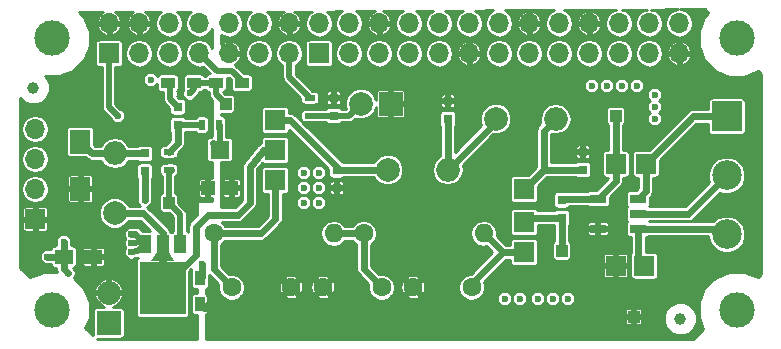
<source format=gbr>
G04 #@! TF.FileFunction,Copper,L1,Top,Signal*
%FSLAX46Y46*%
G04 Gerber Fmt 4.6, Leading zero omitted, Abs format (unit mm)*
G04 Created by KiCad (PCBNEW 4.0.6) date Sunday, December 16, 2018 'PMt' 05:25:45 PM*
%MOMM*%
%LPD*%
G01*
G04 APERTURE LIST*
%ADD10C,0.100000*%
%ADD11R,1.700000X1.700000*%
%ADD12C,1.600000*%
%ADD13O,1.600000X1.600000*%
%ADD14C,3.000000*%
%ADD15C,2.000000*%
%ADD16O,2.000000X2.000000*%
%ADD17C,2.500000*%
%ADD18R,2.500000X2.500000*%
%ADD19R,0.797560X0.797560*%
%ADD20R,0.900000X0.500000*%
%ADD21R,1.000000X1.000000*%
%ADD22O,1.700000X1.700000*%
%ADD23C,1.000000*%
%ADD24R,1.400000X0.760000*%
%ADD25R,0.750000X0.800000*%
%ADD26R,2.000000X2.000000*%
%ADD27R,0.500000X0.900000*%
%ADD28R,3.860000X4.499740*%
%ADD29C,0.837000*%
%ADD30R,1.000760X1.501140*%
%ADD31R,2.032000X2.032000*%
%ADD32O,2.032000X2.032000*%
%ADD33R,1.200000X1.200000*%
%ADD34R,1.600000X1.500000*%
%ADD35R,1.500000X1.250000*%
%ADD36R,1.700000X2.000000*%
%ADD37R,1.200000X0.900000*%
%ADD38R,0.900000X1.200000*%
%ADD39C,0.600000*%
%ADD40C,0.600000*%
%ADD41C,0.500000*%
%ADD42C,0.400000*%
%ADD43C,0.254000*%
G04 APERTURE END LIST*
D10*
D11*
X132334000Y-74930000D03*
D12*
X95772000Y-80816000D03*
D13*
X105932000Y-80816000D03*
D14*
X82040000Y-64310000D03*
X140040000Y-64330000D03*
D12*
X97296000Y-85388000D03*
X102296000Y-85388000D03*
X109996000Y-85388000D03*
X104996000Y-85388000D03*
X117616000Y-85388000D03*
X112616000Y-85388000D03*
D11*
X100965000Y-73787000D03*
X122047000Y-79883000D03*
D15*
X110490000Y-75438000D03*
D16*
X115570000Y-75438000D03*
D15*
X119634000Y-71120000D03*
D16*
X124714000Y-71120000D03*
D12*
X108472000Y-80816000D03*
D13*
X118632000Y-80816000D03*
D15*
X87376000Y-79121000D03*
D16*
X87376000Y-74041000D03*
D17*
X139206000Y-80910000D03*
D18*
X139206000Y-70910000D03*
D17*
X139206000Y-75910000D03*
D14*
X82040000Y-87310000D03*
X140040000Y-87310000D03*
D11*
X100965000Y-71247000D03*
X100965000Y-76327000D03*
X122047000Y-77089000D03*
D19*
X105918000Y-70853300D03*
X105918000Y-69354700D03*
D20*
X103886000Y-70854000D03*
X103886000Y-69354000D03*
D21*
X91948000Y-78232000D03*
X125222000Y-82296000D03*
X131318000Y-87884000D03*
X129794000Y-70866000D03*
D11*
X80650000Y-79620000D03*
D22*
X80650000Y-77080000D03*
X80650000Y-74540000D03*
X80650000Y-72000000D03*
D11*
X86916356Y-65587611D03*
D22*
X86916356Y-63047611D03*
X89456356Y-65587611D03*
X89456356Y-63047611D03*
X91996356Y-65587611D03*
X91996356Y-63047611D03*
X94536356Y-65587611D03*
X94536356Y-63047611D03*
X97076356Y-65587611D03*
X97076356Y-63047611D03*
X99616356Y-65587611D03*
X99616356Y-63047611D03*
X102156356Y-65587611D03*
X102156356Y-63047611D03*
D20*
X91948000Y-75426000D03*
X91948000Y-73926000D03*
D11*
X122047000Y-82423000D03*
X104696356Y-65587611D03*
D22*
X104696356Y-63047611D03*
X107236356Y-65587611D03*
X107236356Y-63047611D03*
X109776356Y-65587611D03*
X109776356Y-63047611D03*
X112316356Y-65587611D03*
X112316356Y-63047611D03*
X114856356Y-65587611D03*
X114856356Y-63047611D03*
X117396356Y-65587611D03*
X117396356Y-63047611D03*
X119936356Y-65587611D03*
X119936356Y-63047611D03*
X122476356Y-65587611D03*
X122476356Y-63047611D03*
X125016356Y-65587611D03*
X125016356Y-63047611D03*
X127556356Y-65587611D03*
X127556356Y-63047611D03*
X130096356Y-65587611D03*
X130096356Y-63047611D03*
X132636356Y-65587611D03*
X132636356Y-63047611D03*
X135176356Y-65587611D03*
X135176356Y-63047611D03*
D23*
X135269000Y-88055000D03*
X80500000Y-68500000D03*
D24*
X128286000Y-77895000D03*
X131711000Y-77895000D03*
X131711000Y-79165000D03*
X128286000Y-80435000D03*
X131711000Y-80435000D03*
D21*
X96774000Y-69850000D03*
D11*
X129794000Y-74930000D03*
X129794000Y-83566000D03*
X132207000Y-83566000D03*
D25*
X106172000Y-75450000D03*
X106172000Y-76950000D03*
X115570000Y-71108000D03*
X115570000Y-69608000D03*
X127000000Y-75426000D03*
X127000000Y-73926000D03*
D26*
X110744000Y-69850000D03*
D15*
X108204000Y-69850000D03*
D27*
X94754000Y-71628000D03*
X96254000Y-71628000D03*
D28*
X91440000Y-85415820D03*
D29*
X90170000Y-87249000D03*
X90805000Y-86868000D03*
X91440000Y-87249000D03*
X92075000Y-86868000D03*
X92710000Y-87249000D03*
X90170000Y-86487000D03*
X91440000Y-86487000D03*
X92710000Y-86487000D03*
X90805000Y-86106000D03*
X92075000Y-86106000D03*
X90170000Y-85725000D03*
X90805000Y-85344000D03*
X91440000Y-85725000D03*
X92075000Y-85344000D03*
X92710000Y-85725000D03*
X90170000Y-84963000D03*
X92710000Y-84963000D03*
X90805000Y-84582000D03*
X92075000Y-84582000D03*
X91440000Y-84963000D03*
X91440000Y-84201000D03*
X90805000Y-83820000D03*
X92075000Y-83820000D03*
X90170000Y-84201000D03*
X92710000Y-84201000D03*
D30*
X92941140Y-81714340D03*
X91440000Y-81714340D03*
X89938860Y-81714340D03*
D10*
G36*
X90439240Y-83191350D02*
X90939620Y-82442050D01*
X91940380Y-82442050D01*
X92440760Y-83191350D01*
X90439240Y-83191350D01*
X90439240Y-83191350D01*
G37*
D29*
X91440000Y-83439000D03*
D25*
X125222000Y-79490000D03*
X125222000Y-77990000D03*
X89916000Y-74053000D03*
X89916000Y-75553000D03*
D31*
X86868000Y-88392000D03*
D32*
X86868000Y-85852000D03*
D25*
X92710000Y-70116000D03*
X92710000Y-71616000D03*
D33*
X97266000Y-76984000D03*
D34*
X96266000Y-73734000D03*
D33*
X95266000Y-76984000D03*
D35*
X83078000Y-82804000D03*
X85578000Y-82804000D03*
D36*
X84455000Y-73057000D03*
X84455000Y-77057000D03*
D37*
X91864000Y-68072000D03*
X94064000Y-68072000D03*
X98128000Y-68072000D03*
X95928000Y-68072000D03*
D38*
X94615000Y-84625000D03*
X94615000Y-86825000D03*
D39*
X125730000Y-86360000D03*
X123190000Y-86360000D03*
X124460000Y-86360000D03*
X121666000Y-86360000D03*
X120396000Y-86360000D03*
X104648000Y-78232000D03*
X104648000Y-76962000D03*
X103378000Y-76962000D03*
X103378000Y-78232000D03*
X131572000Y-68326000D03*
X130302000Y-68326000D03*
X129032000Y-68326000D03*
X127762000Y-68326000D03*
X104648000Y-75692000D03*
X103378000Y-75692000D03*
X133096000Y-71120000D03*
X133096000Y-70104000D03*
X133096000Y-69088000D03*
X88773000Y-80899000D03*
X95885000Y-87122000D03*
X90424000Y-67818000D03*
X88773000Y-82423000D03*
X88773000Y-81661000D03*
X89916000Y-77978000D03*
X89916000Y-76962000D03*
X83439000Y-84201000D03*
X81661000Y-82804000D03*
X83058000Y-81534000D03*
X87757000Y-69469000D03*
X94742000Y-83439000D03*
X92075000Y-68961000D03*
X87630000Y-70866000D03*
X93726000Y-68961000D03*
D40*
X89938860Y-81714340D02*
X89123520Y-80899000D01*
X89123520Y-80899000D02*
X88773000Y-80899000D01*
X94615000Y-86825000D02*
X94912000Y-87122000D01*
X94912000Y-87122000D02*
X95885000Y-87122000D01*
D41*
X88773000Y-82423000D02*
X89357200Y-82296000D01*
X89357200Y-82296000D02*
X89938860Y-81714340D01*
X88773000Y-81661000D02*
X89758520Y-81534000D01*
D40*
X89916000Y-75553000D02*
X89916000Y-76962000D01*
X89916000Y-76962000D02*
X89916000Y-77978000D01*
D41*
X89758520Y-81534000D02*
X89938860Y-81714340D01*
D40*
X83078000Y-83840000D02*
X83439000Y-84201000D01*
X83078000Y-82804000D02*
X83078000Y-83840000D01*
X83078000Y-82804000D02*
X81661000Y-82804000D01*
X83058000Y-82784000D02*
X83058000Y-81534000D01*
X83078000Y-82804000D02*
X83058000Y-82784000D01*
X82697000Y-82931000D02*
X83078000Y-82550000D01*
X83078000Y-82550000D02*
X83058000Y-82550000D01*
X106172000Y-75450000D02*
X110478000Y-75450000D01*
D42*
X110478000Y-75450000D02*
X110490000Y-75438000D01*
X106172000Y-75450000D02*
X106172000Y-75184000D01*
D40*
X106172000Y-75184000D02*
X102235000Y-71247000D01*
X102235000Y-71247000D02*
X100965000Y-71247000D01*
X115570000Y-75438000D02*
X115570000Y-71108000D01*
X115570000Y-75438000D02*
X119634000Y-71374000D01*
D42*
X119634000Y-71374000D02*
X119634000Y-71120000D01*
D40*
X100965000Y-76327000D02*
X100965000Y-79629000D01*
X100965000Y-79629000D02*
X99778000Y-80816000D01*
X99778000Y-80816000D02*
X95772000Y-80816000D01*
X95772000Y-80816000D02*
X95772000Y-83864000D01*
X95772000Y-83864000D02*
X97296000Y-85388000D01*
X109996000Y-85388000D02*
X108472000Y-83864000D01*
X108472000Y-83864000D02*
X108472000Y-80816000D01*
X105932000Y-80816000D02*
X108472000Y-80816000D01*
D42*
X117616000Y-85388000D02*
X117616000Y-85046000D01*
D40*
X117616000Y-85046000D02*
X120239000Y-82423000D01*
X118632000Y-80816000D02*
X120239000Y-82423000D01*
X120239000Y-82423000D02*
X122047000Y-82423000D01*
X131711000Y-77895000D02*
X132334000Y-77272000D01*
X132334000Y-77272000D02*
X132334000Y-74930000D01*
X136735000Y-70910000D02*
X136354000Y-70910000D01*
X139206000Y-70910000D02*
X136735000Y-70910000D01*
X136354000Y-70910000D02*
X132334000Y-74930000D01*
X139206000Y-75910000D02*
X135951000Y-79165000D01*
X135951000Y-79165000D02*
X131711000Y-79165000D01*
X132207000Y-83566000D02*
X131711000Y-83070000D01*
X131711000Y-83070000D02*
X131711000Y-80435000D01*
X131711000Y-80435000D02*
X138731000Y-80435000D01*
D42*
X138731000Y-80435000D02*
X139206000Y-80910000D01*
D40*
X123698000Y-75438000D02*
X123698000Y-72136000D01*
X123698000Y-72136000D02*
X124714000Y-71120000D01*
X122047000Y-77089000D02*
X123698000Y-75438000D01*
X123698000Y-75438000D02*
X123710000Y-75426000D01*
X123710000Y-75426000D02*
X127000000Y-75426000D01*
D41*
X105918000Y-70853300D02*
X107200700Y-70853300D01*
X107200700Y-70853300D02*
X108204000Y-69850000D01*
X103886000Y-70854000D02*
X105917300Y-70854000D01*
D43*
X105917300Y-70854000D02*
X105918000Y-70853300D01*
D41*
X98128000Y-68072000D02*
X98128000Y-67902000D01*
X98128000Y-67902000D02*
X97282000Y-67056000D01*
X97282000Y-67056000D02*
X96004745Y-67056000D01*
X96004745Y-67056000D02*
X94536356Y-65587611D01*
D40*
X94536356Y-65587611D02*
X94730000Y-65781255D01*
D41*
X102156356Y-65587611D02*
X102156356Y-67624356D01*
X102156356Y-67624356D02*
X103886000Y-69354000D01*
X91440000Y-83439000D02*
X91440000Y-82918111D01*
D40*
X100965000Y-73787000D02*
X99949000Y-73787000D01*
X99822000Y-73914000D02*
X98806000Y-75184000D01*
X98806000Y-75184000D02*
X98806000Y-78232000D01*
X98806000Y-78232000D02*
X97790000Y-79248000D01*
X97790000Y-79248000D02*
X95250000Y-79248000D01*
X95250000Y-79248000D02*
X94234000Y-80264000D01*
X94234000Y-80264000D02*
X94234000Y-82621820D01*
X94234000Y-82621820D02*
X91440000Y-85415820D01*
X99949000Y-73787000D02*
X99822000Y-73914000D01*
X89916000Y-74053000D02*
X87388000Y-74053000D01*
X87388000Y-74053000D02*
X85451000Y-74053000D01*
X85451000Y-74053000D02*
X84455000Y-73057000D01*
D41*
X84487000Y-73025000D02*
X84455000Y-73057000D01*
X84455000Y-73057000D02*
X84463640Y-73065640D01*
D40*
X125222000Y-79490000D02*
X125222000Y-82296000D01*
D42*
X122047000Y-79883000D02*
X122440000Y-79490000D01*
D40*
X122440000Y-79490000D02*
X125222000Y-79490000D01*
X129794000Y-70866000D02*
X129794000Y-74930000D01*
X129794000Y-74930000D02*
X129794000Y-76387000D01*
X129794000Y-76387000D02*
X128286000Y-77895000D01*
X128286000Y-77895000D02*
X125317000Y-77895000D01*
D42*
X125317000Y-77895000D02*
X125222000Y-77990000D01*
D40*
X94615000Y-84625000D02*
X94742000Y-84498000D01*
X94742000Y-84498000D02*
X94742000Y-83439000D01*
D41*
X91948000Y-78232000D02*
X92941140Y-79225140D01*
X92941140Y-79225140D02*
X92941140Y-81714340D01*
X91948000Y-78232000D02*
X91948000Y-76696000D01*
X91948000Y-76696000D02*
X91948000Y-75426000D01*
D40*
X91948000Y-75426000D02*
X92148000Y-75426000D01*
X91899644Y-75474356D02*
X91948000Y-75426000D01*
X92710000Y-71616000D02*
X92710000Y-73164000D01*
X92710000Y-73164000D02*
X91948000Y-73926000D01*
D41*
X94754000Y-71628000D02*
X92722000Y-71628000D01*
X92722000Y-71628000D02*
X92710000Y-71616000D01*
X96266000Y-73734000D02*
X96266000Y-71640000D01*
X96266000Y-71640000D02*
X96254000Y-71628000D01*
D40*
X95746000Y-73214000D02*
X96266000Y-73734000D01*
D41*
X92075000Y-68961000D02*
X92075000Y-69481000D01*
X92075000Y-69481000D02*
X92710000Y-70116000D01*
X91864000Y-68072000D02*
X92075000Y-68283000D01*
X92075000Y-68283000D02*
X92075000Y-68961000D01*
X86916356Y-65587611D02*
X86868000Y-65635967D01*
X86868000Y-65635967D02*
X86868000Y-70104000D01*
X86868000Y-70104000D02*
X87630000Y-70866000D01*
X94064000Y-68072000D02*
X94064000Y-68623000D01*
X94064000Y-68623000D02*
X93726000Y-68961000D01*
X96774000Y-69850000D02*
X95928000Y-69004000D01*
X95928000Y-69004000D02*
X95928000Y-68072000D01*
X95928000Y-68072000D02*
X94064000Y-68072000D01*
D40*
X91440000Y-81714340D02*
X91440000Y-80772000D01*
X89789000Y-79121000D02*
X87376000Y-79121000D01*
X91440000Y-80772000D02*
X89789000Y-79121000D01*
D43*
G36*
X86389519Y-62106416D02*
X86069442Y-62379672D01*
X85878300Y-62754616D01*
X85902396Y-62920611D01*
X86789356Y-62920611D01*
X86789356Y-62900611D01*
X87043356Y-62900611D01*
X87043356Y-62920611D01*
X87930316Y-62920611D01*
X87954412Y-62754616D01*
X87763270Y-62379672D01*
X87443193Y-62106416D01*
X87434945Y-62103000D01*
X88937767Y-62103000D01*
X88929519Y-62106416D01*
X88609442Y-62379672D01*
X88418300Y-62754616D01*
X88442396Y-62920611D01*
X89329356Y-62920611D01*
X89329356Y-62900611D01*
X89583356Y-62900611D01*
X89583356Y-62920611D01*
X90470316Y-62920611D01*
X90494412Y-62754616D01*
X90303270Y-62379672D01*
X89983193Y-62106416D01*
X89974945Y-62103000D01*
X91291978Y-62103000D01*
X91161829Y-62189963D01*
X90905993Y-62572847D01*
X90816156Y-63024490D01*
X90816156Y-63070732D01*
X90905993Y-63522375D01*
X91161829Y-63905259D01*
X91544713Y-64161095D01*
X91996356Y-64250932D01*
X92447999Y-64161095D01*
X92830883Y-63905259D01*
X93086719Y-63522375D01*
X93176556Y-63070732D01*
X93176556Y-63024490D01*
X93086719Y-62572847D01*
X92830883Y-62189963D01*
X92700734Y-62103000D01*
X93831978Y-62103000D01*
X93701829Y-62189963D01*
X93445993Y-62572847D01*
X93356156Y-63024490D01*
X93356156Y-63070732D01*
X93445993Y-63522375D01*
X93701829Y-63905259D01*
X94084713Y-64161095D01*
X94536356Y-64250932D01*
X94987999Y-64161095D01*
X95370883Y-63905259D01*
X95626719Y-63522375D01*
X95631000Y-63500853D01*
X95631000Y-65134369D01*
X95626719Y-65112847D01*
X95370883Y-64729963D01*
X94987999Y-64474127D01*
X94536356Y-64384290D01*
X94084713Y-64474127D01*
X93701829Y-64729963D01*
X93445993Y-65112847D01*
X93356156Y-65564490D01*
X93356156Y-65610732D01*
X93445993Y-66062375D01*
X93701829Y-66445259D01*
X94084713Y-66701095D01*
X94536356Y-66790932D01*
X94855641Y-66727423D01*
X95413549Y-67285331D01*
X95328000Y-67285331D01*
X95205635Y-67308356D01*
X95093251Y-67380673D01*
X95017856Y-67491017D01*
X95017697Y-67491800D01*
X94972602Y-67491800D01*
X94905327Y-67387251D01*
X94794983Y-67311856D01*
X94664000Y-67285331D01*
X93464000Y-67285331D01*
X93341635Y-67308356D01*
X93229251Y-67380673D01*
X93153856Y-67491017D01*
X93127331Y-67622000D01*
X93127331Y-68522000D01*
X93150356Y-68644365D01*
X93165400Y-68667744D01*
X93095910Y-68835096D01*
X93095691Y-69085805D01*
X93191431Y-69317513D01*
X93368554Y-69494946D01*
X93600096Y-69591090D01*
X93850805Y-69591309D01*
X94082513Y-69495569D01*
X94259946Y-69318446D01*
X94310267Y-69197259D01*
X94474263Y-69033263D01*
X94590924Y-68858669D01*
X94664000Y-68858669D01*
X94786365Y-68835644D01*
X94898749Y-68763327D01*
X94974144Y-68652983D01*
X94974303Y-68652200D01*
X95019398Y-68652200D01*
X95086673Y-68756749D01*
X95197017Y-68832144D01*
X95328000Y-68858669D01*
X95347800Y-68858669D01*
X95347800Y-69004000D01*
X95383412Y-69183033D01*
X95391965Y-69226033D01*
X95517737Y-69414263D01*
X95631000Y-69527526D01*
X95631000Y-72606675D01*
X95504833Y-72631771D01*
X95481546Y-72647331D01*
X95466000Y-72647331D01*
X95343635Y-72670356D01*
X95231251Y-72742673D01*
X95155856Y-72853017D01*
X95129331Y-72984000D01*
X95129331Y-73145975D01*
X95115800Y-73214000D01*
X95129331Y-73282025D01*
X95129331Y-74484000D01*
X95152356Y-74606365D01*
X95224673Y-74718749D01*
X95335017Y-74794144D01*
X95466000Y-74820669D01*
X95631000Y-74820669D01*
X95631000Y-76155400D01*
X95450150Y-76155400D01*
X95393000Y-76212550D01*
X95393000Y-76857000D01*
X95413000Y-76857000D01*
X95413000Y-77111000D01*
X95393000Y-77111000D01*
X95393000Y-77755450D01*
X95450150Y-77812600D01*
X95631000Y-77812600D01*
X95631000Y-78105000D01*
X94488000Y-78105000D01*
X94438590Y-78115006D01*
X94396965Y-78143447D01*
X94369685Y-78185841D01*
X94361000Y-78232000D01*
X94361000Y-79245762D01*
X93788381Y-79818381D01*
X93651771Y-80022833D01*
X93603800Y-80264000D01*
X93603800Y-80675010D01*
X93572503Y-80653626D01*
X93521340Y-80643265D01*
X93521340Y-79225140D01*
X93477175Y-79003107D01*
X93351403Y-78814877D01*
X92784669Y-78248143D01*
X92784669Y-77732000D01*
X92761644Y-77609635D01*
X92689327Y-77497251D01*
X92578983Y-77421856D01*
X92528200Y-77411572D01*
X92528200Y-77168150D01*
X94437400Y-77168150D01*
X94437400Y-77629471D01*
X94472202Y-77713491D01*
X94536508Y-77777797D01*
X94620528Y-77812600D01*
X95081850Y-77812600D01*
X95139000Y-77755450D01*
X95139000Y-77111000D01*
X94494550Y-77111000D01*
X94437400Y-77168150D01*
X92528200Y-77168150D01*
X92528200Y-76338529D01*
X94437400Y-76338529D01*
X94437400Y-76799850D01*
X94494550Y-76857000D01*
X95139000Y-76857000D01*
X95139000Y-76212550D01*
X95081850Y-76155400D01*
X94620528Y-76155400D01*
X94536508Y-76190203D01*
X94472202Y-76254509D01*
X94437400Y-76338529D01*
X92528200Y-76338529D01*
X92528200Y-75984602D01*
X92632749Y-75917327D01*
X92708144Y-75806983D01*
X92734669Y-75676000D01*
X92734669Y-75644846D01*
X92778200Y-75426000D01*
X92734669Y-75207154D01*
X92734669Y-75176000D01*
X92711644Y-75053635D01*
X92639327Y-74941251D01*
X92528983Y-74865856D01*
X92398000Y-74839331D01*
X92366846Y-74839331D01*
X92148000Y-74795800D01*
X91948005Y-74795800D01*
X91948000Y-74795799D01*
X91729154Y-74839331D01*
X91498000Y-74839331D01*
X91375635Y-74862356D01*
X91263251Y-74934673D01*
X91187856Y-75045017D01*
X91161331Y-75176000D01*
X91161331Y-75676000D01*
X91184356Y-75798365D01*
X91256673Y-75910749D01*
X91367017Y-75986144D01*
X91367800Y-75986303D01*
X91367800Y-77410422D01*
X91325635Y-77418356D01*
X91213251Y-77490673D01*
X91137856Y-77601017D01*
X91111331Y-77732000D01*
X91111331Y-78732000D01*
X91134356Y-78854365D01*
X91206673Y-78966749D01*
X91317017Y-79042144D01*
X91448000Y-79068669D01*
X91964143Y-79068669D01*
X92360940Y-79465466D01*
X92360940Y-80642120D01*
X92318395Y-80650126D01*
X92206011Y-80722443D01*
X92191315Y-80743952D01*
X92181707Y-80729021D01*
X92071363Y-80653626D01*
X92045617Y-80648412D01*
X92022229Y-80530833D01*
X91968865Y-80450968D01*
X91885619Y-80326381D01*
X91885616Y-80326379D01*
X90234619Y-78675381D01*
X90098537Y-78584454D01*
X90272513Y-78512569D01*
X90449946Y-78335446D01*
X90546090Y-78103904D01*
X90546309Y-77853195D01*
X90546200Y-77852931D01*
X90546200Y-76962000D01*
X90546309Y-76837195D01*
X90546200Y-76836931D01*
X90546200Y-76164396D01*
X90601144Y-76083983D01*
X90627669Y-75953000D01*
X90627669Y-75153000D01*
X90604644Y-75030635D01*
X90532327Y-74918251D01*
X90421983Y-74842856D01*
X90291000Y-74816331D01*
X89541000Y-74816331D01*
X89418635Y-74839356D01*
X89306251Y-74911673D01*
X89230856Y-75022017D01*
X89204331Y-75153000D01*
X89204331Y-75953000D01*
X89227356Y-76075365D01*
X89285800Y-76166190D01*
X89285800Y-76962000D01*
X89285691Y-77086805D01*
X89285800Y-77087069D01*
X89285800Y-77978000D01*
X89285691Y-78102805D01*
X89381431Y-78334513D01*
X89537445Y-78490800D01*
X88554885Y-78490800D01*
X88504346Y-78368487D01*
X88130481Y-77993969D01*
X87641754Y-77791032D01*
X87112568Y-77790570D01*
X86623487Y-77992654D01*
X86248969Y-78366519D01*
X86046032Y-78855246D01*
X86045570Y-79384432D01*
X86247654Y-79873513D01*
X86621519Y-80248031D01*
X87110246Y-80450968D01*
X87639432Y-80451430D01*
X88128513Y-80249346D01*
X88503031Y-79875481D01*
X88554637Y-79751200D01*
X89527962Y-79751200D01*
X90403864Y-80627101D01*
X89742859Y-80627101D01*
X89569139Y-80453381D01*
X89364687Y-80316771D01*
X89123520Y-80268800D01*
X88773000Y-80268800D01*
X88648195Y-80268691D01*
X88416487Y-80364431D01*
X88239054Y-80541554D01*
X88142910Y-80773096D01*
X88142691Y-81023805D01*
X88238431Y-81255513D01*
X88262762Y-81279887D01*
X88239054Y-81303554D01*
X88142910Y-81535096D01*
X88142691Y-81785805D01*
X88238431Y-82017513D01*
X88262762Y-82041887D01*
X88239054Y-82065554D01*
X88142910Y-82297096D01*
X88142691Y-82547805D01*
X88238431Y-82779513D01*
X88415554Y-82956946D01*
X88647096Y-83053090D01*
X88897805Y-83053309D01*
X89129513Y-82957569D01*
X89152974Y-82934149D01*
X89315280Y-82898865D01*
X89275251Y-82924623D01*
X89199856Y-83034967D01*
X89173331Y-83165950D01*
X89173331Y-87665690D01*
X89196356Y-87788055D01*
X89268673Y-87900439D01*
X89379017Y-87975834D01*
X89510000Y-88002359D01*
X93370000Y-88002359D01*
X93492365Y-87979334D01*
X93604749Y-87907017D01*
X93680144Y-87796673D01*
X93706669Y-87665690D01*
X93706669Y-84040388D01*
X93858773Y-83888284D01*
X93854856Y-83894017D01*
X93828331Y-84025000D01*
X93828331Y-85225000D01*
X93851356Y-85347365D01*
X93923673Y-85459749D01*
X94034017Y-85535144D01*
X94165000Y-85561669D01*
X94361000Y-85561669D01*
X94361000Y-85888331D01*
X94165000Y-85888331D01*
X94042635Y-85911356D01*
X93930251Y-85983673D01*
X93854856Y-86094017D01*
X93828331Y-86225000D01*
X93828331Y-87425000D01*
X93851356Y-87547365D01*
X93923673Y-87659749D01*
X94034017Y-87735144D01*
X94165000Y-87761669D01*
X94361000Y-87761669D01*
X94361000Y-89789000D01*
X85901655Y-89789000D01*
X85853630Y-89744669D01*
X87884000Y-89744669D01*
X88006365Y-89721644D01*
X88118749Y-89649327D01*
X88194144Y-89538983D01*
X88220669Y-89408000D01*
X88220669Y-87376000D01*
X88197644Y-87253635D01*
X88125327Y-87141251D01*
X88014983Y-87065856D01*
X87884000Y-87039331D01*
X87219105Y-87039331D01*
X87623199Y-86841310D01*
X87944305Y-86477001D01*
X88070993Y-86171118D01*
X88048639Y-85979000D01*
X86995000Y-85979000D01*
X86995000Y-85999000D01*
X86741000Y-85999000D01*
X86741000Y-85979000D01*
X85687361Y-85979000D01*
X85665007Y-86171118D01*
X85791695Y-86477001D01*
X86112801Y-86841310D01*
X86516895Y-87039331D01*
X85852000Y-87039331D01*
X85729635Y-87062356D01*
X85617251Y-87134673D01*
X85541856Y-87245017D01*
X85515331Y-87376000D01*
X85515331Y-89408000D01*
X85520886Y-89437521D01*
X84891834Y-88856857D01*
X85266439Y-87954706D01*
X85267559Y-86670926D01*
X84797330Y-85532882D01*
X85665007Y-85532882D01*
X85687361Y-85725000D01*
X86741000Y-85725000D01*
X86741000Y-84671035D01*
X86995000Y-84671035D01*
X86995000Y-85725000D01*
X88048639Y-85725000D01*
X88070993Y-85532882D01*
X87944305Y-85226999D01*
X87623199Y-84862690D01*
X87187120Y-84648995D01*
X86995000Y-84671035D01*
X86741000Y-84671035D01*
X86548880Y-84648995D01*
X86112801Y-84862690D01*
X85791695Y-85226999D01*
X85665007Y-85532882D01*
X84797330Y-85532882D01*
X84777313Y-85484439D01*
X83912836Y-84618451D01*
X83972946Y-84558446D01*
X84069090Y-84326904D01*
X84069309Y-84076195D01*
X83973569Y-83844487D01*
X83884311Y-83755073D01*
X83950365Y-83742644D01*
X84062749Y-83670327D01*
X84138144Y-83559983D01*
X84164669Y-83429000D01*
X84164669Y-82988150D01*
X84599400Y-82988150D01*
X84599400Y-83474472D01*
X84634203Y-83558492D01*
X84698509Y-83622798D01*
X84782529Y-83657600D01*
X85393850Y-83657600D01*
X85451000Y-83600450D01*
X85451000Y-82931000D01*
X85705000Y-82931000D01*
X85705000Y-83600450D01*
X85762150Y-83657600D01*
X86373471Y-83657600D01*
X86457491Y-83622798D01*
X86521797Y-83558492D01*
X86556600Y-83474472D01*
X86556600Y-82988150D01*
X86499450Y-82931000D01*
X85705000Y-82931000D01*
X85451000Y-82931000D01*
X84656550Y-82931000D01*
X84599400Y-82988150D01*
X84164669Y-82988150D01*
X84164669Y-82179000D01*
X84156113Y-82133528D01*
X84599400Y-82133528D01*
X84599400Y-82619850D01*
X84656550Y-82677000D01*
X85451000Y-82677000D01*
X85451000Y-82007550D01*
X85705000Y-82007550D01*
X85705000Y-82677000D01*
X86499450Y-82677000D01*
X86556600Y-82619850D01*
X86556600Y-82133528D01*
X86521797Y-82049508D01*
X86457491Y-81985202D01*
X86373471Y-81950400D01*
X85762150Y-81950400D01*
X85705000Y-82007550D01*
X85451000Y-82007550D01*
X85393850Y-81950400D01*
X84782529Y-81950400D01*
X84698509Y-81985202D01*
X84634203Y-82049508D01*
X84599400Y-82133528D01*
X84156113Y-82133528D01*
X84141644Y-82056635D01*
X84069327Y-81944251D01*
X83958983Y-81868856D01*
X83828000Y-81842331D01*
X83688200Y-81842331D01*
X83688200Y-81534000D01*
X83688309Y-81409195D01*
X83592569Y-81177487D01*
X83415446Y-81000054D01*
X83183904Y-80903910D01*
X83058000Y-80903800D01*
X82933195Y-80903691D01*
X82701487Y-80999431D01*
X82524054Y-81176554D01*
X82427910Y-81408096D01*
X82427691Y-81658805D01*
X82427800Y-81659069D01*
X82427800Y-81842331D01*
X82328000Y-81842331D01*
X82205635Y-81865356D01*
X82093251Y-81937673D01*
X82017856Y-82048017D01*
X81992384Y-82173800D01*
X81661000Y-82173800D01*
X81536195Y-82173691D01*
X81304487Y-82269431D01*
X81127054Y-82446554D01*
X81030910Y-82678096D01*
X81030691Y-82928805D01*
X81126431Y-83160513D01*
X81303554Y-83337946D01*
X81535096Y-83434090D01*
X81661000Y-83434200D01*
X81661023Y-83434200D01*
X81785805Y-83434309D01*
X81786069Y-83434200D01*
X81992309Y-83434200D01*
X82014356Y-83551365D01*
X82086673Y-83663749D01*
X82197017Y-83739144D01*
X82328000Y-83765669D01*
X82447800Y-83765669D01*
X82447800Y-83840000D01*
X82495771Y-84081167D01*
X82497261Y-84083397D01*
X81400926Y-84082441D01*
X80239453Y-84562352D01*
X79375000Y-83764395D01*
X79375000Y-79804150D01*
X79571400Y-79804150D01*
X79571400Y-80515472D01*
X79606203Y-80599492D01*
X79670509Y-80663798D01*
X79754529Y-80698600D01*
X80465850Y-80698600D01*
X80523000Y-80641450D01*
X80523000Y-79747000D01*
X80777000Y-79747000D01*
X80777000Y-80641450D01*
X80834150Y-80698600D01*
X81545471Y-80698600D01*
X81629491Y-80663798D01*
X81693797Y-80599492D01*
X81728600Y-80515472D01*
X81728600Y-79804150D01*
X81671450Y-79747000D01*
X80777000Y-79747000D01*
X80523000Y-79747000D01*
X79628550Y-79747000D01*
X79571400Y-79804150D01*
X79375000Y-79804150D01*
X79375000Y-78724528D01*
X79571400Y-78724528D01*
X79571400Y-79435850D01*
X79628550Y-79493000D01*
X80523000Y-79493000D01*
X80523000Y-78598550D01*
X80777000Y-78598550D01*
X80777000Y-79493000D01*
X81671450Y-79493000D01*
X81728600Y-79435850D01*
X81728600Y-78724528D01*
X81693797Y-78640508D01*
X81629491Y-78576202D01*
X81545471Y-78541400D01*
X80834150Y-78541400D01*
X80777000Y-78598550D01*
X80523000Y-78598550D01*
X80465850Y-78541400D01*
X79754529Y-78541400D01*
X79670509Y-78576202D01*
X79606203Y-78640508D01*
X79571400Y-78724528D01*
X79375000Y-78724528D01*
X79375000Y-77080000D01*
X79446679Y-77080000D01*
X79536516Y-77531643D01*
X79792352Y-77914527D01*
X80175236Y-78170363D01*
X80626879Y-78260200D01*
X80673121Y-78260200D01*
X81124764Y-78170363D01*
X81507648Y-77914527D01*
X81763484Y-77531643D01*
X81821266Y-77241150D01*
X83376400Y-77241150D01*
X83376400Y-78102471D01*
X83411202Y-78186491D01*
X83475508Y-78250797D01*
X83559528Y-78285600D01*
X84270850Y-78285600D01*
X84328000Y-78228450D01*
X84328000Y-77184000D01*
X84582000Y-77184000D01*
X84582000Y-78228450D01*
X84639150Y-78285600D01*
X85350472Y-78285600D01*
X85434492Y-78250797D01*
X85498798Y-78186491D01*
X85533600Y-78102471D01*
X85533600Y-77241150D01*
X85476450Y-77184000D01*
X84582000Y-77184000D01*
X84328000Y-77184000D01*
X83433550Y-77184000D01*
X83376400Y-77241150D01*
X81821266Y-77241150D01*
X81853321Y-77080000D01*
X81763484Y-76628357D01*
X81507648Y-76245473D01*
X81157528Y-76011529D01*
X83376400Y-76011529D01*
X83376400Y-76872850D01*
X83433550Y-76930000D01*
X84328000Y-76930000D01*
X84328000Y-75885550D01*
X84582000Y-75885550D01*
X84582000Y-76930000D01*
X85476450Y-76930000D01*
X85533600Y-76872850D01*
X85533600Y-76011529D01*
X85498798Y-75927509D01*
X85434492Y-75863203D01*
X85350472Y-75828400D01*
X84639150Y-75828400D01*
X84582000Y-75885550D01*
X84328000Y-75885550D01*
X84270850Y-75828400D01*
X83559528Y-75828400D01*
X83475508Y-75863203D01*
X83411202Y-75927509D01*
X83376400Y-76011529D01*
X81157528Y-76011529D01*
X81124764Y-75989637D01*
X80673121Y-75899800D01*
X80626879Y-75899800D01*
X80175236Y-75989637D01*
X79792352Y-76245473D01*
X79536516Y-76628357D01*
X79446679Y-77080000D01*
X79375000Y-77080000D01*
X79375000Y-74540000D01*
X79446679Y-74540000D01*
X79536516Y-74991643D01*
X79792352Y-75374527D01*
X80175236Y-75630363D01*
X80626879Y-75720200D01*
X80673121Y-75720200D01*
X81124764Y-75630363D01*
X81507648Y-75374527D01*
X81763484Y-74991643D01*
X81853321Y-74540000D01*
X81763484Y-74088357D01*
X81507648Y-73705473D01*
X81124764Y-73449637D01*
X80673121Y-73359800D01*
X80626879Y-73359800D01*
X80175236Y-73449637D01*
X79792352Y-73705473D01*
X79536516Y-74088357D01*
X79446679Y-74540000D01*
X79375000Y-74540000D01*
X79375000Y-72000000D01*
X79446679Y-72000000D01*
X79536516Y-72451643D01*
X79792352Y-72834527D01*
X80175236Y-73090363D01*
X80626879Y-73180200D01*
X80673121Y-73180200D01*
X81124764Y-73090363D01*
X81507648Y-72834527D01*
X81763484Y-72451643D01*
X81841983Y-72057000D01*
X83268331Y-72057000D01*
X83268331Y-74057000D01*
X83291356Y-74179365D01*
X83363673Y-74291749D01*
X83474017Y-74367144D01*
X83605000Y-74393669D01*
X84900432Y-74393669D01*
X85005379Y-74498616D01*
X85005381Y-74498619D01*
X85120240Y-74575365D01*
X85209833Y-74635229D01*
X85451000Y-74683201D01*
X85451005Y-74683200D01*
X86218613Y-74683200D01*
X86435407Y-75007653D01*
X86866954Y-75296005D01*
X87376000Y-75397260D01*
X87885046Y-75296005D01*
X88316593Y-75007653D01*
X88533387Y-74683200D01*
X89296746Y-74683200D01*
X89299673Y-74687749D01*
X89410017Y-74763144D01*
X89541000Y-74789669D01*
X90291000Y-74789669D01*
X90413365Y-74766644D01*
X90525749Y-74694327D01*
X90601144Y-74583983D01*
X90627669Y-74453000D01*
X90627669Y-73676000D01*
X91161331Y-73676000D01*
X91161331Y-74176000D01*
X91184356Y-74298365D01*
X91256673Y-74410749D01*
X91367017Y-74486144D01*
X91498000Y-74512669D01*
X91729154Y-74512669D01*
X91948000Y-74556200D01*
X92166846Y-74512669D01*
X92398000Y-74512669D01*
X92520365Y-74489644D01*
X92632749Y-74417327D01*
X92708144Y-74306983D01*
X92734669Y-74176000D01*
X92734669Y-74030569D01*
X93155619Y-73609619D01*
X93292229Y-73405167D01*
X93340201Y-73164000D01*
X93340200Y-73163995D01*
X93340200Y-72227396D01*
X93353316Y-72208200D01*
X94195398Y-72208200D01*
X94262673Y-72312749D01*
X94373017Y-72388144D01*
X94504000Y-72414669D01*
X95004000Y-72414669D01*
X95126365Y-72391644D01*
X95238749Y-72319327D01*
X95314144Y-72208983D01*
X95340669Y-72078000D01*
X95340669Y-71178000D01*
X95317644Y-71055635D01*
X95245327Y-70943251D01*
X95134983Y-70867856D01*
X95004000Y-70841331D01*
X94504000Y-70841331D01*
X94381635Y-70864356D01*
X94269251Y-70936673D01*
X94193856Y-71047017D01*
X94193697Y-71047800D01*
X93369150Y-71047800D01*
X93326327Y-70981251D01*
X93215983Y-70905856D01*
X93085000Y-70879331D01*
X92335000Y-70879331D01*
X92212635Y-70902356D01*
X92100251Y-70974673D01*
X92024856Y-71085017D01*
X91998331Y-71216000D01*
X91998331Y-72016000D01*
X92021356Y-72138365D01*
X92079800Y-72229190D01*
X92079800Y-72902962D01*
X91643431Y-73339331D01*
X91498000Y-73339331D01*
X91375635Y-73362356D01*
X91263251Y-73434673D01*
X91187856Y-73545017D01*
X91161331Y-73676000D01*
X90627669Y-73676000D01*
X90627669Y-73653000D01*
X90604644Y-73530635D01*
X90532327Y-73418251D01*
X90421983Y-73342856D01*
X90291000Y-73316331D01*
X89541000Y-73316331D01*
X89418635Y-73339356D01*
X89306251Y-73411673D01*
X89298648Y-73422800D01*
X88549423Y-73422800D01*
X88316593Y-73074347D01*
X87885046Y-72785995D01*
X87376000Y-72684740D01*
X86866954Y-72785995D01*
X86435407Y-73074347D01*
X86202577Y-73422800D01*
X85712037Y-73422800D01*
X85641669Y-73352432D01*
X85641669Y-72057000D01*
X85618644Y-71934635D01*
X85546327Y-71822251D01*
X85435983Y-71746856D01*
X85305000Y-71720331D01*
X83605000Y-71720331D01*
X83482635Y-71743356D01*
X83370251Y-71815673D01*
X83294856Y-71926017D01*
X83268331Y-72057000D01*
X81841983Y-72057000D01*
X81853321Y-72000000D01*
X81763484Y-71548357D01*
X81507648Y-71165473D01*
X81124764Y-70909637D01*
X80673121Y-70819800D01*
X80626879Y-70819800D01*
X80175236Y-70909637D01*
X79792352Y-71165473D01*
X79536516Y-71548357D01*
X79446679Y-72000000D01*
X79375000Y-72000000D01*
X79375000Y-69350418D01*
X79707630Y-69683629D01*
X80220900Y-69896757D01*
X80776661Y-69897242D01*
X81290303Y-69685010D01*
X81683629Y-69292370D01*
X81896757Y-68779100D01*
X81897242Y-68223339D01*
X81685010Y-67709697D01*
X81512156Y-67536541D01*
X82679074Y-67537559D01*
X83865561Y-67047313D01*
X84774123Y-66140336D01*
X85266439Y-64954706D01*
X85266628Y-64737611D01*
X85729687Y-64737611D01*
X85729687Y-66437611D01*
X85752712Y-66559976D01*
X85825029Y-66672360D01*
X85935373Y-66747755D01*
X86066356Y-66774280D01*
X86287800Y-66774280D01*
X86287800Y-70104000D01*
X86318883Y-70260264D01*
X86331965Y-70326033D01*
X86457737Y-70514263D01*
X87045751Y-71102277D01*
X87095431Y-71222513D01*
X87272554Y-71399946D01*
X87504096Y-71496090D01*
X87754805Y-71496309D01*
X87986513Y-71400569D01*
X88163946Y-71223446D01*
X88260090Y-70991904D01*
X88260309Y-70741195D01*
X88164569Y-70509487D01*
X87987446Y-70332054D01*
X87866260Y-70281734D01*
X87448200Y-69863674D01*
X87448200Y-67942805D01*
X89793691Y-67942805D01*
X89889431Y-68174513D01*
X90066554Y-68351946D01*
X90298096Y-68448090D01*
X90548805Y-68448309D01*
X90780513Y-68352569D01*
X90927331Y-68206008D01*
X90927331Y-68522000D01*
X90950356Y-68644365D01*
X91022673Y-68756749D01*
X91133017Y-68832144D01*
X91264000Y-68858669D01*
X91444889Y-68858669D01*
X91444691Y-69085805D01*
X91494800Y-69207078D01*
X91494800Y-69481000D01*
X91535105Y-69683629D01*
X91538965Y-69703033D01*
X91664737Y-69891263D01*
X91998331Y-70224858D01*
X91998331Y-70516000D01*
X92021356Y-70638365D01*
X92093673Y-70750749D01*
X92204017Y-70826144D01*
X92335000Y-70852669D01*
X93085000Y-70852669D01*
X93207365Y-70829644D01*
X93319749Y-70757327D01*
X93395144Y-70646983D01*
X93421669Y-70516000D01*
X93421669Y-69716000D01*
X93398644Y-69593635D01*
X93326327Y-69481251D01*
X93215983Y-69405856D01*
X93085000Y-69379331D01*
X92793857Y-69379331D01*
X92655200Y-69240674D01*
X92655200Y-69207053D01*
X92705090Y-69086904D01*
X92705309Y-68836195D01*
X92680147Y-68775297D01*
X92698749Y-68763327D01*
X92774144Y-68652983D01*
X92800669Y-68522000D01*
X92800669Y-67622000D01*
X92777644Y-67499635D01*
X92705327Y-67387251D01*
X92594983Y-67311856D01*
X92464000Y-67285331D01*
X91264000Y-67285331D01*
X91141635Y-67308356D01*
X91029251Y-67380673D01*
X90964396Y-67475591D01*
X90958569Y-67461487D01*
X90781446Y-67284054D01*
X90549904Y-67187910D01*
X90299195Y-67187691D01*
X90067487Y-67283431D01*
X89890054Y-67460554D01*
X89793910Y-67692096D01*
X89793691Y-67942805D01*
X87448200Y-67942805D01*
X87448200Y-66774280D01*
X87766356Y-66774280D01*
X87888721Y-66751255D01*
X88001105Y-66678938D01*
X88076500Y-66568594D01*
X88103025Y-66437611D01*
X88103025Y-65564490D01*
X88276156Y-65564490D01*
X88276156Y-65610732D01*
X88365993Y-66062375D01*
X88621829Y-66445259D01*
X89004713Y-66701095D01*
X89456356Y-66790932D01*
X89907999Y-66701095D01*
X90290883Y-66445259D01*
X90546719Y-66062375D01*
X90636556Y-65610732D01*
X90636556Y-65564490D01*
X90816156Y-65564490D01*
X90816156Y-65610732D01*
X90905993Y-66062375D01*
X91161829Y-66445259D01*
X91544713Y-66701095D01*
X91996356Y-66790932D01*
X92447999Y-66701095D01*
X92830883Y-66445259D01*
X93086719Y-66062375D01*
X93176556Y-65610732D01*
X93176556Y-65564490D01*
X93086719Y-65112847D01*
X92830883Y-64729963D01*
X92447999Y-64474127D01*
X91996356Y-64384290D01*
X91544713Y-64474127D01*
X91161829Y-64729963D01*
X90905993Y-65112847D01*
X90816156Y-65564490D01*
X90636556Y-65564490D01*
X90546719Y-65112847D01*
X90290883Y-64729963D01*
X89907999Y-64474127D01*
X89456356Y-64384290D01*
X89004713Y-64474127D01*
X88621829Y-64729963D01*
X88365993Y-65112847D01*
X88276156Y-65564490D01*
X88103025Y-65564490D01*
X88103025Y-64737611D01*
X88080000Y-64615246D01*
X88007683Y-64502862D01*
X87897339Y-64427467D01*
X87766356Y-64400942D01*
X86066356Y-64400942D01*
X85943991Y-64423967D01*
X85831607Y-64496284D01*
X85756212Y-64606628D01*
X85729687Y-64737611D01*
X85266628Y-64737611D01*
X85267559Y-63670926D01*
X85131074Y-63340606D01*
X85878300Y-63340606D01*
X86069442Y-63715550D01*
X86389519Y-63988806D01*
X86623363Y-64085654D01*
X86789356Y-64061135D01*
X86789356Y-63174611D01*
X87043356Y-63174611D01*
X87043356Y-64061135D01*
X87209349Y-64085654D01*
X87443193Y-63988806D01*
X87763270Y-63715550D01*
X87954412Y-63340606D01*
X88418300Y-63340606D01*
X88609442Y-63715550D01*
X88929519Y-63988806D01*
X89163363Y-64085654D01*
X89329356Y-64061135D01*
X89329356Y-63174611D01*
X89583356Y-63174611D01*
X89583356Y-64061135D01*
X89749349Y-64085654D01*
X89983193Y-63988806D01*
X90303270Y-63715550D01*
X90494412Y-63340606D01*
X90470316Y-63174611D01*
X89583356Y-63174611D01*
X89329356Y-63174611D01*
X88442396Y-63174611D01*
X88418300Y-63340606D01*
X87954412Y-63340606D01*
X87930316Y-63174611D01*
X87043356Y-63174611D01*
X86789356Y-63174611D01*
X85902396Y-63174611D01*
X85878300Y-63340606D01*
X85131074Y-63340606D01*
X84777313Y-62484439D01*
X84396539Y-62103000D01*
X86397767Y-62103000D01*
X86389519Y-62106416D01*
X86389519Y-62106416D01*
G37*
X86389519Y-62106416D02*
X86069442Y-62379672D01*
X85878300Y-62754616D01*
X85902396Y-62920611D01*
X86789356Y-62920611D01*
X86789356Y-62900611D01*
X87043356Y-62900611D01*
X87043356Y-62920611D01*
X87930316Y-62920611D01*
X87954412Y-62754616D01*
X87763270Y-62379672D01*
X87443193Y-62106416D01*
X87434945Y-62103000D01*
X88937767Y-62103000D01*
X88929519Y-62106416D01*
X88609442Y-62379672D01*
X88418300Y-62754616D01*
X88442396Y-62920611D01*
X89329356Y-62920611D01*
X89329356Y-62900611D01*
X89583356Y-62900611D01*
X89583356Y-62920611D01*
X90470316Y-62920611D01*
X90494412Y-62754616D01*
X90303270Y-62379672D01*
X89983193Y-62106416D01*
X89974945Y-62103000D01*
X91291978Y-62103000D01*
X91161829Y-62189963D01*
X90905993Y-62572847D01*
X90816156Y-63024490D01*
X90816156Y-63070732D01*
X90905993Y-63522375D01*
X91161829Y-63905259D01*
X91544713Y-64161095D01*
X91996356Y-64250932D01*
X92447999Y-64161095D01*
X92830883Y-63905259D01*
X93086719Y-63522375D01*
X93176556Y-63070732D01*
X93176556Y-63024490D01*
X93086719Y-62572847D01*
X92830883Y-62189963D01*
X92700734Y-62103000D01*
X93831978Y-62103000D01*
X93701829Y-62189963D01*
X93445993Y-62572847D01*
X93356156Y-63024490D01*
X93356156Y-63070732D01*
X93445993Y-63522375D01*
X93701829Y-63905259D01*
X94084713Y-64161095D01*
X94536356Y-64250932D01*
X94987999Y-64161095D01*
X95370883Y-63905259D01*
X95626719Y-63522375D01*
X95631000Y-63500853D01*
X95631000Y-65134369D01*
X95626719Y-65112847D01*
X95370883Y-64729963D01*
X94987999Y-64474127D01*
X94536356Y-64384290D01*
X94084713Y-64474127D01*
X93701829Y-64729963D01*
X93445993Y-65112847D01*
X93356156Y-65564490D01*
X93356156Y-65610732D01*
X93445993Y-66062375D01*
X93701829Y-66445259D01*
X94084713Y-66701095D01*
X94536356Y-66790932D01*
X94855641Y-66727423D01*
X95413549Y-67285331D01*
X95328000Y-67285331D01*
X95205635Y-67308356D01*
X95093251Y-67380673D01*
X95017856Y-67491017D01*
X95017697Y-67491800D01*
X94972602Y-67491800D01*
X94905327Y-67387251D01*
X94794983Y-67311856D01*
X94664000Y-67285331D01*
X93464000Y-67285331D01*
X93341635Y-67308356D01*
X93229251Y-67380673D01*
X93153856Y-67491017D01*
X93127331Y-67622000D01*
X93127331Y-68522000D01*
X93150356Y-68644365D01*
X93165400Y-68667744D01*
X93095910Y-68835096D01*
X93095691Y-69085805D01*
X93191431Y-69317513D01*
X93368554Y-69494946D01*
X93600096Y-69591090D01*
X93850805Y-69591309D01*
X94082513Y-69495569D01*
X94259946Y-69318446D01*
X94310267Y-69197259D01*
X94474263Y-69033263D01*
X94590924Y-68858669D01*
X94664000Y-68858669D01*
X94786365Y-68835644D01*
X94898749Y-68763327D01*
X94974144Y-68652983D01*
X94974303Y-68652200D01*
X95019398Y-68652200D01*
X95086673Y-68756749D01*
X95197017Y-68832144D01*
X95328000Y-68858669D01*
X95347800Y-68858669D01*
X95347800Y-69004000D01*
X95383412Y-69183033D01*
X95391965Y-69226033D01*
X95517737Y-69414263D01*
X95631000Y-69527526D01*
X95631000Y-72606675D01*
X95504833Y-72631771D01*
X95481546Y-72647331D01*
X95466000Y-72647331D01*
X95343635Y-72670356D01*
X95231251Y-72742673D01*
X95155856Y-72853017D01*
X95129331Y-72984000D01*
X95129331Y-73145975D01*
X95115800Y-73214000D01*
X95129331Y-73282025D01*
X95129331Y-74484000D01*
X95152356Y-74606365D01*
X95224673Y-74718749D01*
X95335017Y-74794144D01*
X95466000Y-74820669D01*
X95631000Y-74820669D01*
X95631000Y-76155400D01*
X95450150Y-76155400D01*
X95393000Y-76212550D01*
X95393000Y-76857000D01*
X95413000Y-76857000D01*
X95413000Y-77111000D01*
X95393000Y-77111000D01*
X95393000Y-77755450D01*
X95450150Y-77812600D01*
X95631000Y-77812600D01*
X95631000Y-78105000D01*
X94488000Y-78105000D01*
X94438590Y-78115006D01*
X94396965Y-78143447D01*
X94369685Y-78185841D01*
X94361000Y-78232000D01*
X94361000Y-79245762D01*
X93788381Y-79818381D01*
X93651771Y-80022833D01*
X93603800Y-80264000D01*
X93603800Y-80675010D01*
X93572503Y-80653626D01*
X93521340Y-80643265D01*
X93521340Y-79225140D01*
X93477175Y-79003107D01*
X93351403Y-78814877D01*
X92784669Y-78248143D01*
X92784669Y-77732000D01*
X92761644Y-77609635D01*
X92689327Y-77497251D01*
X92578983Y-77421856D01*
X92528200Y-77411572D01*
X92528200Y-77168150D01*
X94437400Y-77168150D01*
X94437400Y-77629471D01*
X94472202Y-77713491D01*
X94536508Y-77777797D01*
X94620528Y-77812600D01*
X95081850Y-77812600D01*
X95139000Y-77755450D01*
X95139000Y-77111000D01*
X94494550Y-77111000D01*
X94437400Y-77168150D01*
X92528200Y-77168150D01*
X92528200Y-76338529D01*
X94437400Y-76338529D01*
X94437400Y-76799850D01*
X94494550Y-76857000D01*
X95139000Y-76857000D01*
X95139000Y-76212550D01*
X95081850Y-76155400D01*
X94620528Y-76155400D01*
X94536508Y-76190203D01*
X94472202Y-76254509D01*
X94437400Y-76338529D01*
X92528200Y-76338529D01*
X92528200Y-75984602D01*
X92632749Y-75917327D01*
X92708144Y-75806983D01*
X92734669Y-75676000D01*
X92734669Y-75644846D01*
X92778200Y-75426000D01*
X92734669Y-75207154D01*
X92734669Y-75176000D01*
X92711644Y-75053635D01*
X92639327Y-74941251D01*
X92528983Y-74865856D01*
X92398000Y-74839331D01*
X92366846Y-74839331D01*
X92148000Y-74795800D01*
X91948005Y-74795800D01*
X91948000Y-74795799D01*
X91729154Y-74839331D01*
X91498000Y-74839331D01*
X91375635Y-74862356D01*
X91263251Y-74934673D01*
X91187856Y-75045017D01*
X91161331Y-75176000D01*
X91161331Y-75676000D01*
X91184356Y-75798365D01*
X91256673Y-75910749D01*
X91367017Y-75986144D01*
X91367800Y-75986303D01*
X91367800Y-77410422D01*
X91325635Y-77418356D01*
X91213251Y-77490673D01*
X91137856Y-77601017D01*
X91111331Y-77732000D01*
X91111331Y-78732000D01*
X91134356Y-78854365D01*
X91206673Y-78966749D01*
X91317017Y-79042144D01*
X91448000Y-79068669D01*
X91964143Y-79068669D01*
X92360940Y-79465466D01*
X92360940Y-80642120D01*
X92318395Y-80650126D01*
X92206011Y-80722443D01*
X92191315Y-80743952D01*
X92181707Y-80729021D01*
X92071363Y-80653626D01*
X92045617Y-80648412D01*
X92022229Y-80530833D01*
X91968865Y-80450968D01*
X91885619Y-80326381D01*
X91885616Y-80326379D01*
X90234619Y-78675381D01*
X90098537Y-78584454D01*
X90272513Y-78512569D01*
X90449946Y-78335446D01*
X90546090Y-78103904D01*
X90546309Y-77853195D01*
X90546200Y-77852931D01*
X90546200Y-76962000D01*
X90546309Y-76837195D01*
X90546200Y-76836931D01*
X90546200Y-76164396D01*
X90601144Y-76083983D01*
X90627669Y-75953000D01*
X90627669Y-75153000D01*
X90604644Y-75030635D01*
X90532327Y-74918251D01*
X90421983Y-74842856D01*
X90291000Y-74816331D01*
X89541000Y-74816331D01*
X89418635Y-74839356D01*
X89306251Y-74911673D01*
X89230856Y-75022017D01*
X89204331Y-75153000D01*
X89204331Y-75953000D01*
X89227356Y-76075365D01*
X89285800Y-76166190D01*
X89285800Y-76962000D01*
X89285691Y-77086805D01*
X89285800Y-77087069D01*
X89285800Y-77978000D01*
X89285691Y-78102805D01*
X89381431Y-78334513D01*
X89537445Y-78490800D01*
X88554885Y-78490800D01*
X88504346Y-78368487D01*
X88130481Y-77993969D01*
X87641754Y-77791032D01*
X87112568Y-77790570D01*
X86623487Y-77992654D01*
X86248969Y-78366519D01*
X86046032Y-78855246D01*
X86045570Y-79384432D01*
X86247654Y-79873513D01*
X86621519Y-80248031D01*
X87110246Y-80450968D01*
X87639432Y-80451430D01*
X88128513Y-80249346D01*
X88503031Y-79875481D01*
X88554637Y-79751200D01*
X89527962Y-79751200D01*
X90403864Y-80627101D01*
X89742859Y-80627101D01*
X89569139Y-80453381D01*
X89364687Y-80316771D01*
X89123520Y-80268800D01*
X88773000Y-80268800D01*
X88648195Y-80268691D01*
X88416487Y-80364431D01*
X88239054Y-80541554D01*
X88142910Y-80773096D01*
X88142691Y-81023805D01*
X88238431Y-81255513D01*
X88262762Y-81279887D01*
X88239054Y-81303554D01*
X88142910Y-81535096D01*
X88142691Y-81785805D01*
X88238431Y-82017513D01*
X88262762Y-82041887D01*
X88239054Y-82065554D01*
X88142910Y-82297096D01*
X88142691Y-82547805D01*
X88238431Y-82779513D01*
X88415554Y-82956946D01*
X88647096Y-83053090D01*
X88897805Y-83053309D01*
X89129513Y-82957569D01*
X89152974Y-82934149D01*
X89315280Y-82898865D01*
X89275251Y-82924623D01*
X89199856Y-83034967D01*
X89173331Y-83165950D01*
X89173331Y-87665690D01*
X89196356Y-87788055D01*
X89268673Y-87900439D01*
X89379017Y-87975834D01*
X89510000Y-88002359D01*
X93370000Y-88002359D01*
X93492365Y-87979334D01*
X93604749Y-87907017D01*
X93680144Y-87796673D01*
X93706669Y-87665690D01*
X93706669Y-84040388D01*
X93858773Y-83888284D01*
X93854856Y-83894017D01*
X93828331Y-84025000D01*
X93828331Y-85225000D01*
X93851356Y-85347365D01*
X93923673Y-85459749D01*
X94034017Y-85535144D01*
X94165000Y-85561669D01*
X94361000Y-85561669D01*
X94361000Y-85888331D01*
X94165000Y-85888331D01*
X94042635Y-85911356D01*
X93930251Y-85983673D01*
X93854856Y-86094017D01*
X93828331Y-86225000D01*
X93828331Y-87425000D01*
X93851356Y-87547365D01*
X93923673Y-87659749D01*
X94034017Y-87735144D01*
X94165000Y-87761669D01*
X94361000Y-87761669D01*
X94361000Y-89789000D01*
X85901655Y-89789000D01*
X85853630Y-89744669D01*
X87884000Y-89744669D01*
X88006365Y-89721644D01*
X88118749Y-89649327D01*
X88194144Y-89538983D01*
X88220669Y-89408000D01*
X88220669Y-87376000D01*
X88197644Y-87253635D01*
X88125327Y-87141251D01*
X88014983Y-87065856D01*
X87884000Y-87039331D01*
X87219105Y-87039331D01*
X87623199Y-86841310D01*
X87944305Y-86477001D01*
X88070993Y-86171118D01*
X88048639Y-85979000D01*
X86995000Y-85979000D01*
X86995000Y-85999000D01*
X86741000Y-85999000D01*
X86741000Y-85979000D01*
X85687361Y-85979000D01*
X85665007Y-86171118D01*
X85791695Y-86477001D01*
X86112801Y-86841310D01*
X86516895Y-87039331D01*
X85852000Y-87039331D01*
X85729635Y-87062356D01*
X85617251Y-87134673D01*
X85541856Y-87245017D01*
X85515331Y-87376000D01*
X85515331Y-89408000D01*
X85520886Y-89437521D01*
X84891834Y-88856857D01*
X85266439Y-87954706D01*
X85267559Y-86670926D01*
X84797330Y-85532882D01*
X85665007Y-85532882D01*
X85687361Y-85725000D01*
X86741000Y-85725000D01*
X86741000Y-84671035D01*
X86995000Y-84671035D01*
X86995000Y-85725000D01*
X88048639Y-85725000D01*
X88070993Y-85532882D01*
X87944305Y-85226999D01*
X87623199Y-84862690D01*
X87187120Y-84648995D01*
X86995000Y-84671035D01*
X86741000Y-84671035D01*
X86548880Y-84648995D01*
X86112801Y-84862690D01*
X85791695Y-85226999D01*
X85665007Y-85532882D01*
X84797330Y-85532882D01*
X84777313Y-85484439D01*
X83912836Y-84618451D01*
X83972946Y-84558446D01*
X84069090Y-84326904D01*
X84069309Y-84076195D01*
X83973569Y-83844487D01*
X83884311Y-83755073D01*
X83950365Y-83742644D01*
X84062749Y-83670327D01*
X84138144Y-83559983D01*
X84164669Y-83429000D01*
X84164669Y-82988150D01*
X84599400Y-82988150D01*
X84599400Y-83474472D01*
X84634203Y-83558492D01*
X84698509Y-83622798D01*
X84782529Y-83657600D01*
X85393850Y-83657600D01*
X85451000Y-83600450D01*
X85451000Y-82931000D01*
X85705000Y-82931000D01*
X85705000Y-83600450D01*
X85762150Y-83657600D01*
X86373471Y-83657600D01*
X86457491Y-83622798D01*
X86521797Y-83558492D01*
X86556600Y-83474472D01*
X86556600Y-82988150D01*
X86499450Y-82931000D01*
X85705000Y-82931000D01*
X85451000Y-82931000D01*
X84656550Y-82931000D01*
X84599400Y-82988150D01*
X84164669Y-82988150D01*
X84164669Y-82179000D01*
X84156113Y-82133528D01*
X84599400Y-82133528D01*
X84599400Y-82619850D01*
X84656550Y-82677000D01*
X85451000Y-82677000D01*
X85451000Y-82007550D01*
X85705000Y-82007550D01*
X85705000Y-82677000D01*
X86499450Y-82677000D01*
X86556600Y-82619850D01*
X86556600Y-82133528D01*
X86521797Y-82049508D01*
X86457491Y-81985202D01*
X86373471Y-81950400D01*
X85762150Y-81950400D01*
X85705000Y-82007550D01*
X85451000Y-82007550D01*
X85393850Y-81950400D01*
X84782529Y-81950400D01*
X84698509Y-81985202D01*
X84634203Y-82049508D01*
X84599400Y-82133528D01*
X84156113Y-82133528D01*
X84141644Y-82056635D01*
X84069327Y-81944251D01*
X83958983Y-81868856D01*
X83828000Y-81842331D01*
X83688200Y-81842331D01*
X83688200Y-81534000D01*
X83688309Y-81409195D01*
X83592569Y-81177487D01*
X83415446Y-81000054D01*
X83183904Y-80903910D01*
X83058000Y-80903800D01*
X82933195Y-80903691D01*
X82701487Y-80999431D01*
X82524054Y-81176554D01*
X82427910Y-81408096D01*
X82427691Y-81658805D01*
X82427800Y-81659069D01*
X82427800Y-81842331D01*
X82328000Y-81842331D01*
X82205635Y-81865356D01*
X82093251Y-81937673D01*
X82017856Y-82048017D01*
X81992384Y-82173800D01*
X81661000Y-82173800D01*
X81536195Y-82173691D01*
X81304487Y-82269431D01*
X81127054Y-82446554D01*
X81030910Y-82678096D01*
X81030691Y-82928805D01*
X81126431Y-83160513D01*
X81303554Y-83337946D01*
X81535096Y-83434090D01*
X81661000Y-83434200D01*
X81661023Y-83434200D01*
X81785805Y-83434309D01*
X81786069Y-83434200D01*
X81992309Y-83434200D01*
X82014356Y-83551365D01*
X82086673Y-83663749D01*
X82197017Y-83739144D01*
X82328000Y-83765669D01*
X82447800Y-83765669D01*
X82447800Y-83840000D01*
X82495771Y-84081167D01*
X82497261Y-84083397D01*
X81400926Y-84082441D01*
X80239453Y-84562352D01*
X79375000Y-83764395D01*
X79375000Y-79804150D01*
X79571400Y-79804150D01*
X79571400Y-80515472D01*
X79606203Y-80599492D01*
X79670509Y-80663798D01*
X79754529Y-80698600D01*
X80465850Y-80698600D01*
X80523000Y-80641450D01*
X80523000Y-79747000D01*
X80777000Y-79747000D01*
X80777000Y-80641450D01*
X80834150Y-80698600D01*
X81545471Y-80698600D01*
X81629491Y-80663798D01*
X81693797Y-80599492D01*
X81728600Y-80515472D01*
X81728600Y-79804150D01*
X81671450Y-79747000D01*
X80777000Y-79747000D01*
X80523000Y-79747000D01*
X79628550Y-79747000D01*
X79571400Y-79804150D01*
X79375000Y-79804150D01*
X79375000Y-78724528D01*
X79571400Y-78724528D01*
X79571400Y-79435850D01*
X79628550Y-79493000D01*
X80523000Y-79493000D01*
X80523000Y-78598550D01*
X80777000Y-78598550D01*
X80777000Y-79493000D01*
X81671450Y-79493000D01*
X81728600Y-79435850D01*
X81728600Y-78724528D01*
X81693797Y-78640508D01*
X81629491Y-78576202D01*
X81545471Y-78541400D01*
X80834150Y-78541400D01*
X80777000Y-78598550D01*
X80523000Y-78598550D01*
X80465850Y-78541400D01*
X79754529Y-78541400D01*
X79670509Y-78576202D01*
X79606203Y-78640508D01*
X79571400Y-78724528D01*
X79375000Y-78724528D01*
X79375000Y-77080000D01*
X79446679Y-77080000D01*
X79536516Y-77531643D01*
X79792352Y-77914527D01*
X80175236Y-78170363D01*
X80626879Y-78260200D01*
X80673121Y-78260200D01*
X81124764Y-78170363D01*
X81507648Y-77914527D01*
X81763484Y-77531643D01*
X81821266Y-77241150D01*
X83376400Y-77241150D01*
X83376400Y-78102471D01*
X83411202Y-78186491D01*
X83475508Y-78250797D01*
X83559528Y-78285600D01*
X84270850Y-78285600D01*
X84328000Y-78228450D01*
X84328000Y-77184000D01*
X84582000Y-77184000D01*
X84582000Y-78228450D01*
X84639150Y-78285600D01*
X85350472Y-78285600D01*
X85434492Y-78250797D01*
X85498798Y-78186491D01*
X85533600Y-78102471D01*
X85533600Y-77241150D01*
X85476450Y-77184000D01*
X84582000Y-77184000D01*
X84328000Y-77184000D01*
X83433550Y-77184000D01*
X83376400Y-77241150D01*
X81821266Y-77241150D01*
X81853321Y-77080000D01*
X81763484Y-76628357D01*
X81507648Y-76245473D01*
X81157528Y-76011529D01*
X83376400Y-76011529D01*
X83376400Y-76872850D01*
X83433550Y-76930000D01*
X84328000Y-76930000D01*
X84328000Y-75885550D01*
X84582000Y-75885550D01*
X84582000Y-76930000D01*
X85476450Y-76930000D01*
X85533600Y-76872850D01*
X85533600Y-76011529D01*
X85498798Y-75927509D01*
X85434492Y-75863203D01*
X85350472Y-75828400D01*
X84639150Y-75828400D01*
X84582000Y-75885550D01*
X84328000Y-75885550D01*
X84270850Y-75828400D01*
X83559528Y-75828400D01*
X83475508Y-75863203D01*
X83411202Y-75927509D01*
X83376400Y-76011529D01*
X81157528Y-76011529D01*
X81124764Y-75989637D01*
X80673121Y-75899800D01*
X80626879Y-75899800D01*
X80175236Y-75989637D01*
X79792352Y-76245473D01*
X79536516Y-76628357D01*
X79446679Y-77080000D01*
X79375000Y-77080000D01*
X79375000Y-74540000D01*
X79446679Y-74540000D01*
X79536516Y-74991643D01*
X79792352Y-75374527D01*
X80175236Y-75630363D01*
X80626879Y-75720200D01*
X80673121Y-75720200D01*
X81124764Y-75630363D01*
X81507648Y-75374527D01*
X81763484Y-74991643D01*
X81853321Y-74540000D01*
X81763484Y-74088357D01*
X81507648Y-73705473D01*
X81124764Y-73449637D01*
X80673121Y-73359800D01*
X80626879Y-73359800D01*
X80175236Y-73449637D01*
X79792352Y-73705473D01*
X79536516Y-74088357D01*
X79446679Y-74540000D01*
X79375000Y-74540000D01*
X79375000Y-72000000D01*
X79446679Y-72000000D01*
X79536516Y-72451643D01*
X79792352Y-72834527D01*
X80175236Y-73090363D01*
X80626879Y-73180200D01*
X80673121Y-73180200D01*
X81124764Y-73090363D01*
X81507648Y-72834527D01*
X81763484Y-72451643D01*
X81841983Y-72057000D01*
X83268331Y-72057000D01*
X83268331Y-74057000D01*
X83291356Y-74179365D01*
X83363673Y-74291749D01*
X83474017Y-74367144D01*
X83605000Y-74393669D01*
X84900432Y-74393669D01*
X85005379Y-74498616D01*
X85005381Y-74498619D01*
X85120240Y-74575365D01*
X85209833Y-74635229D01*
X85451000Y-74683201D01*
X85451005Y-74683200D01*
X86218613Y-74683200D01*
X86435407Y-75007653D01*
X86866954Y-75296005D01*
X87376000Y-75397260D01*
X87885046Y-75296005D01*
X88316593Y-75007653D01*
X88533387Y-74683200D01*
X89296746Y-74683200D01*
X89299673Y-74687749D01*
X89410017Y-74763144D01*
X89541000Y-74789669D01*
X90291000Y-74789669D01*
X90413365Y-74766644D01*
X90525749Y-74694327D01*
X90601144Y-74583983D01*
X90627669Y-74453000D01*
X90627669Y-73676000D01*
X91161331Y-73676000D01*
X91161331Y-74176000D01*
X91184356Y-74298365D01*
X91256673Y-74410749D01*
X91367017Y-74486144D01*
X91498000Y-74512669D01*
X91729154Y-74512669D01*
X91948000Y-74556200D01*
X92166846Y-74512669D01*
X92398000Y-74512669D01*
X92520365Y-74489644D01*
X92632749Y-74417327D01*
X92708144Y-74306983D01*
X92734669Y-74176000D01*
X92734669Y-74030569D01*
X93155619Y-73609619D01*
X93292229Y-73405167D01*
X93340201Y-73164000D01*
X93340200Y-73163995D01*
X93340200Y-72227396D01*
X93353316Y-72208200D01*
X94195398Y-72208200D01*
X94262673Y-72312749D01*
X94373017Y-72388144D01*
X94504000Y-72414669D01*
X95004000Y-72414669D01*
X95126365Y-72391644D01*
X95238749Y-72319327D01*
X95314144Y-72208983D01*
X95340669Y-72078000D01*
X95340669Y-71178000D01*
X95317644Y-71055635D01*
X95245327Y-70943251D01*
X95134983Y-70867856D01*
X95004000Y-70841331D01*
X94504000Y-70841331D01*
X94381635Y-70864356D01*
X94269251Y-70936673D01*
X94193856Y-71047017D01*
X94193697Y-71047800D01*
X93369150Y-71047800D01*
X93326327Y-70981251D01*
X93215983Y-70905856D01*
X93085000Y-70879331D01*
X92335000Y-70879331D01*
X92212635Y-70902356D01*
X92100251Y-70974673D01*
X92024856Y-71085017D01*
X91998331Y-71216000D01*
X91998331Y-72016000D01*
X92021356Y-72138365D01*
X92079800Y-72229190D01*
X92079800Y-72902962D01*
X91643431Y-73339331D01*
X91498000Y-73339331D01*
X91375635Y-73362356D01*
X91263251Y-73434673D01*
X91187856Y-73545017D01*
X91161331Y-73676000D01*
X90627669Y-73676000D01*
X90627669Y-73653000D01*
X90604644Y-73530635D01*
X90532327Y-73418251D01*
X90421983Y-73342856D01*
X90291000Y-73316331D01*
X89541000Y-73316331D01*
X89418635Y-73339356D01*
X89306251Y-73411673D01*
X89298648Y-73422800D01*
X88549423Y-73422800D01*
X88316593Y-73074347D01*
X87885046Y-72785995D01*
X87376000Y-72684740D01*
X86866954Y-72785995D01*
X86435407Y-73074347D01*
X86202577Y-73422800D01*
X85712037Y-73422800D01*
X85641669Y-73352432D01*
X85641669Y-72057000D01*
X85618644Y-71934635D01*
X85546327Y-71822251D01*
X85435983Y-71746856D01*
X85305000Y-71720331D01*
X83605000Y-71720331D01*
X83482635Y-71743356D01*
X83370251Y-71815673D01*
X83294856Y-71926017D01*
X83268331Y-72057000D01*
X81841983Y-72057000D01*
X81853321Y-72000000D01*
X81763484Y-71548357D01*
X81507648Y-71165473D01*
X81124764Y-70909637D01*
X80673121Y-70819800D01*
X80626879Y-70819800D01*
X80175236Y-70909637D01*
X79792352Y-71165473D01*
X79536516Y-71548357D01*
X79446679Y-72000000D01*
X79375000Y-72000000D01*
X79375000Y-69350418D01*
X79707630Y-69683629D01*
X80220900Y-69896757D01*
X80776661Y-69897242D01*
X81290303Y-69685010D01*
X81683629Y-69292370D01*
X81896757Y-68779100D01*
X81897242Y-68223339D01*
X81685010Y-67709697D01*
X81512156Y-67536541D01*
X82679074Y-67537559D01*
X83865561Y-67047313D01*
X84774123Y-66140336D01*
X85266439Y-64954706D01*
X85266628Y-64737611D01*
X85729687Y-64737611D01*
X85729687Y-66437611D01*
X85752712Y-66559976D01*
X85825029Y-66672360D01*
X85935373Y-66747755D01*
X86066356Y-66774280D01*
X86287800Y-66774280D01*
X86287800Y-70104000D01*
X86318883Y-70260264D01*
X86331965Y-70326033D01*
X86457737Y-70514263D01*
X87045751Y-71102277D01*
X87095431Y-71222513D01*
X87272554Y-71399946D01*
X87504096Y-71496090D01*
X87754805Y-71496309D01*
X87986513Y-71400569D01*
X88163946Y-71223446D01*
X88260090Y-70991904D01*
X88260309Y-70741195D01*
X88164569Y-70509487D01*
X87987446Y-70332054D01*
X87866260Y-70281734D01*
X87448200Y-69863674D01*
X87448200Y-67942805D01*
X89793691Y-67942805D01*
X89889431Y-68174513D01*
X90066554Y-68351946D01*
X90298096Y-68448090D01*
X90548805Y-68448309D01*
X90780513Y-68352569D01*
X90927331Y-68206008D01*
X90927331Y-68522000D01*
X90950356Y-68644365D01*
X91022673Y-68756749D01*
X91133017Y-68832144D01*
X91264000Y-68858669D01*
X91444889Y-68858669D01*
X91444691Y-69085805D01*
X91494800Y-69207078D01*
X91494800Y-69481000D01*
X91535105Y-69683629D01*
X91538965Y-69703033D01*
X91664737Y-69891263D01*
X91998331Y-70224858D01*
X91998331Y-70516000D01*
X92021356Y-70638365D01*
X92093673Y-70750749D01*
X92204017Y-70826144D01*
X92335000Y-70852669D01*
X93085000Y-70852669D01*
X93207365Y-70829644D01*
X93319749Y-70757327D01*
X93395144Y-70646983D01*
X93421669Y-70516000D01*
X93421669Y-69716000D01*
X93398644Y-69593635D01*
X93326327Y-69481251D01*
X93215983Y-69405856D01*
X93085000Y-69379331D01*
X92793857Y-69379331D01*
X92655200Y-69240674D01*
X92655200Y-69207053D01*
X92705090Y-69086904D01*
X92705309Y-68836195D01*
X92680147Y-68775297D01*
X92698749Y-68763327D01*
X92774144Y-68652983D01*
X92800669Y-68522000D01*
X92800669Y-67622000D01*
X92777644Y-67499635D01*
X92705327Y-67387251D01*
X92594983Y-67311856D01*
X92464000Y-67285331D01*
X91264000Y-67285331D01*
X91141635Y-67308356D01*
X91029251Y-67380673D01*
X90964396Y-67475591D01*
X90958569Y-67461487D01*
X90781446Y-67284054D01*
X90549904Y-67187910D01*
X90299195Y-67187691D01*
X90067487Y-67283431D01*
X89890054Y-67460554D01*
X89793910Y-67692096D01*
X89793691Y-67942805D01*
X87448200Y-67942805D01*
X87448200Y-66774280D01*
X87766356Y-66774280D01*
X87888721Y-66751255D01*
X88001105Y-66678938D01*
X88076500Y-66568594D01*
X88103025Y-66437611D01*
X88103025Y-65564490D01*
X88276156Y-65564490D01*
X88276156Y-65610732D01*
X88365993Y-66062375D01*
X88621829Y-66445259D01*
X89004713Y-66701095D01*
X89456356Y-66790932D01*
X89907999Y-66701095D01*
X90290883Y-66445259D01*
X90546719Y-66062375D01*
X90636556Y-65610732D01*
X90636556Y-65564490D01*
X90816156Y-65564490D01*
X90816156Y-65610732D01*
X90905993Y-66062375D01*
X91161829Y-66445259D01*
X91544713Y-66701095D01*
X91996356Y-66790932D01*
X92447999Y-66701095D01*
X92830883Y-66445259D01*
X93086719Y-66062375D01*
X93176556Y-65610732D01*
X93176556Y-65564490D01*
X93086719Y-65112847D01*
X92830883Y-64729963D01*
X92447999Y-64474127D01*
X91996356Y-64384290D01*
X91544713Y-64474127D01*
X91161829Y-64729963D01*
X90905993Y-65112847D01*
X90816156Y-65564490D01*
X90636556Y-65564490D01*
X90546719Y-65112847D01*
X90290883Y-64729963D01*
X89907999Y-64474127D01*
X89456356Y-64384290D01*
X89004713Y-64474127D01*
X88621829Y-64729963D01*
X88365993Y-65112847D01*
X88276156Y-65564490D01*
X88103025Y-65564490D01*
X88103025Y-64737611D01*
X88080000Y-64615246D01*
X88007683Y-64502862D01*
X87897339Y-64427467D01*
X87766356Y-64400942D01*
X86066356Y-64400942D01*
X85943991Y-64423967D01*
X85831607Y-64496284D01*
X85756212Y-64606628D01*
X85729687Y-64737611D01*
X85266628Y-64737611D01*
X85267559Y-63670926D01*
X85131074Y-63340606D01*
X85878300Y-63340606D01*
X86069442Y-63715550D01*
X86389519Y-63988806D01*
X86623363Y-64085654D01*
X86789356Y-64061135D01*
X86789356Y-63174611D01*
X87043356Y-63174611D01*
X87043356Y-64061135D01*
X87209349Y-64085654D01*
X87443193Y-63988806D01*
X87763270Y-63715550D01*
X87954412Y-63340606D01*
X88418300Y-63340606D01*
X88609442Y-63715550D01*
X88929519Y-63988806D01*
X89163363Y-64085654D01*
X89329356Y-64061135D01*
X89329356Y-63174611D01*
X89583356Y-63174611D01*
X89583356Y-64061135D01*
X89749349Y-64085654D01*
X89983193Y-63988806D01*
X90303270Y-63715550D01*
X90494412Y-63340606D01*
X90470316Y-63174611D01*
X89583356Y-63174611D01*
X89329356Y-63174611D01*
X88442396Y-63174611D01*
X88418300Y-63340606D01*
X87954412Y-63340606D01*
X87930316Y-63174611D01*
X87043356Y-63174611D01*
X86789356Y-63174611D01*
X85902396Y-63174611D01*
X85878300Y-63340606D01*
X85131074Y-63340606D01*
X84777313Y-62484439D01*
X84396539Y-62103000D01*
X86397767Y-62103000D01*
X86389519Y-62106416D01*
G36*
X137634498Y-62171617D02*
X137305877Y-62499664D01*
X136813561Y-63685294D01*
X136812441Y-64969074D01*
X137302687Y-66155561D01*
X138209664Y-67064123D01*
X139395294Y-67556439D01*
X140679074Y-67557559D01*
X141863378Y-67068215D01*
X142113000Y-67357251D01*
X142113000Y-84273734D01*
X141819285Y-84554679D01*
X140684706Y-84083561D01*
X139400926Y-84082441D01*
X138214439Y-84572687D01*
X137305877Y-85479664D01*
X136813561Y-86665294D01*
X136812441Y-87949074D01*
X137225494Y-88948740D01*
X136347040Y-89789000D01*
X95123000Y-89789000D01*
X95123000Y-88068150D01*
X130589400Y-88068150D01*
X130589400Y-88429472D01*
X130624203Y-88513492D01*
X130688509Y-88577798D01*
X130772529Y-88612600D01*
X131133850Y-88612600D01*
X131191000Y-88555450D01*
X131191000Y-88011000D01*
X131445000Y-88011000D01*
X131445000Y-88555450D01*
X131502150Y-88612600D01*
X131863471Y-88612600D01*
X131947491Y-88577798D01*
X132011797Y-88513492D01*
X132046600Y-88429472D01*
X132046600Y-88331661D01*
X133871758Y-88331661D01*
X134083990Y-88845303D01*
X134476630Y-89238629D01*
X134989900Y-89451757D01*
X135545661Y-89452242D01*
X136059303Y-89240010D01*
X136452629Y-88847370D01*
X136665757Y-88334100D01*
X136666242Y-87778339D01*
X136454010Y-87264697D01*
X136061370Y-86871371D01*
X135548100Y-86658243D01*
X134992339Y-86657758D01*
X134478697Y-86869990D01*
X134085371Y-87262630D01*
X133872243Y-87775900D01*
X133871758Y-88331661D01*
X132046600Y-88331661D01*
X132046600Y-88068150D01*
X131989450Y-88011000D01*
X131445000Y-88011000D01*
X131191000Y-88011000D01*
X130646550Y-88011000D01*
X130589400Y-88068150D01*
X95123000Y-88068150D01*
X95123000Y-87648411D01*
X95194492Y-87618797D01*
X95258798Y-87554491D01*
X95293600Y-87470471D01*
X95293600Y-87338528D01*
X130589400Y-87338528D01*
X130589400Y-87699850D01*
X130646550Y-87757000D01*
X131191000Y-87757000D01*
X131191000Y-87212550D01*
X131445000Y-87212550D01*
X131445000Y-87757000D01*
X131989450Y-87757000D01*
X132046600Y-87699850D01*
X132046600Y-87338528D01*
X132011797Y-87254508D01*
X131947491Y-87190202D01*
X131863471Y-87155400D01*
X131502150Y-87155400D01*
X131445000Y-87212550D01*
X131191000Y-87212550D01*
X131133850Y-87155400D01*
X130772529Y-87155400D01*
X130688509Y-87190202D01*
X130624203Y-87254508D01*
X130589400Y-87338528D01*
X95293600Y-87338528D01*
X95293600Y-87009150D01*
X95236450Y-86952000D01*
X95123000Y-86952000D01*
X95123000Y-86698000D01*
X95236450Y-86698000D01*
X95293600Y-86640850D01*
X95293600Y-86179529D01*
X95258798Y-86095509D01*
X95194492Y-86031203D01*
X95123000Y-86001589D01*
X95123000Y-85550755D01*
X95187365Y-85538644D01*
X95299749Y-85466327D01*
X95375144Y-85355983D01*
X95401669Y-85225000D01*
X95401669Y-84384907D01*
X96169802Y-85153039D01*
X96165997Y-85162203D01*
X96165604Y-85611824D01*
X96337304Y-86027371D01*
X96654957Y-86345578D01*
X97070203Y-86518003D01*
X97519824Y-86518396D01*
X97935371Y-86346696D01*
X98109173Y-86173196D01*
X101690409Y-86173196D01*
X101786841Y-86304862D01*
X102176467Y-86429917D01*
X102584290Y-86396348D01*
X102805159Y-86304862D01*
X102901591Y-86173196D01*
X104390409Y-86173196D01*
X104486841Y-86304862D01*
X104876467Y-86429917D01*
X105284290Y-86396348D01*
X105505159Y-86304862D01*
X105601591Y-86173196D01*
X104996000Y-85567605D01*
X104390409Y-86173196D01*
X102901591Y-86173196D01*
X102296000Y-85567605D01*
X101690409Y-86173196D01*
X98109173Y-86173196D01*
X98253578Y-86029043D01*
X98426003Y-85613797D01*
X98426304Y-85268467D01*
X101254083Y-85268467D01*
X101287652Y-85676290D01*
X101379138Y-85897159D01*
X101510804Y-85993591D01*
X102116395Y-85388000D01*
X102475605Y-85388000D01*
X103081196Y-85993591D01*
X103212862Y-85897159D01*
X103337917Y-85507533D01*
X103318239Y-85268467D01*
X103954083Y-85268467D01*
X103987652Y-85676290D01*
X104079138Y-85897159D01*
X104210804Y-85993591D01*
X104816395Y-85388000D01*
X105175605Y-85388000D01*
X105781196Y-85993591D01*
X105912862Y-85897159D01*
X106037917Y-85507533D01*
X106004348Y-85099710D01*
X105912862Y-84878841D01*
X105781196Y-84782409D01*
X105175605Y-85388000D01*
X104816395Y-85388000D01*
X104210804Y-84782409D01*
X104079138Y-84878841D01*
X103954083Y-85268467D01*
X103318239Y-85268467D01*
X103304348Y-85099710D01*
X103212862Y-84878841D01*
X103081196Y-84782409D01*
X102475605Y-85388000D01*
X102116395Y-85388000D01*
X101510804Y-84782409D01*
X101379138Y-84878841D01*
X101254083Y-85268467D01*
X98426304Y-85268467D01*
X98426396Y-85164176D01*
X98254696Y-84748629D01*
X98109125Y-84602804D01*
X101690409Y-84602804D01*
X102296000Y-85208395D01*
X102901591Y-84602804D01*
X104390409Y-84602804D01*
X104996000Y-85208395D01*
X105601591Y-84602804D01*
X105505159Y-84471138D01*
X105115533Y-84346083D01*
X104707710Y-84379652D01*
X104486841Y-84471138D01*
X104390409Y-84602804D01*
X102901591Y-84602804D01*
X102805159Y-84471138D01*
X102415533Y-84346083D01*
X102007710Y-84379652D01*
X101786841Y-84471138D01*
X101690409Y-84602804D01*
X98109125Y-84602804D01*
X97937043Y-84430422D01*
X97521797Y-84257997D01*
X97072176Y-84257604D01*
X97061325Y-84262088D01*
X96402200Y-83602962D01*
X96402200Y-81778485D01*
X96411371Y-81774696D01*
X96729578Y-81457043D01*
X96734080Y-81446200D01*
X99778000Y-81446200D01*
X100019167Y-81398229D01*
X100223619Y-81261619D01*
X100669237Y-80816000D01*
X104779658Y-80816000D01*
X104865689Y-81248509D01*
X105110686Y-81615172D01*
X105477349Y-81860169D01*
X105909858Y-81946200D01*
X105954142Y-81946200D01*
X106386651Y-81860169D01*
X106753314Y-81615172D01*
X106866218Y-81446200D01*
X107509515Y-81446200D01*
X107513304Y-81455371D01*
X107830957Y-81773578D01*
X107841800Y-81778080D01*
X107841800Y-83864000D01*
X107889771Y-84105167D01*
X108026381Y-84309619D01*
X108869802Y-85153039D01*
X108865997Y-85162203D01*
X108865604Y-85611824D01*
X109037304Y-86027371D01*
X109354957Y-86345578D01*
X109770203Y-86518003D01*
X110219824Y-86518396D01*
X110635371Y-86346696D01*
X110809173Y-86173196D01*
X112010409Y-86173196D01*
X112106841Y-86304862D01*
X112496467Y-86429917D01*
X112904290Y-86396348D01*
X113125159Y-86304862D01*
X113221591Y-86173196D01*
X112616000Y-85567605D01*
X112010409Y-86173196D01*
X110809173Y-86173196D01*
X110953578Y-86029043D01*
X111126003Y-85613797D01*
X111126304Y-85268467D01*
X111574083Y-85268467D01*
X111607652Y-85676290D01*
X111699138Y-85897159D01*
X111830804Y-85993591D01*
X112436395Y-85388000D01*
X112795605Y-85388000D01*
X113401196Y-85993591D01*
X113532862Y-85897159D01*
X113624443Y-85611824D01*
X116485604Y-85611824D01*
X116657304Y-86027371D01*
X116974957Y-86345578D01*
X117390203Y-86518003D01*
X117839824Y-86518396D01*
X117921120Y-86484805D01*
X119765691Y-86484805D01*
X119861431Y-86716513D01*
X120038554Y-86893946D01*
X120270096Y-86990090D01*
X120520805Y-86990309D01*
X120752513Y-86894569D01*
X120929946Y-86717446D01*
X121026090Y-86485904D01*
X121026090Y-86484805D01*
X121035691Y-86484805D01*
X121131431Y-86716513D01*
X121308554Y-86893946D01*
X121540096Y-86990090D01*
X121790805Y-86990309D01*
X122022513Y-86894569D01*
X122199946Y-86717446D01*
X122296090Y-86485904D01*
X122296090Y-86484805D01*
X122559691Y-86484805D01*
X122655431Y-86716513D01*
X122832554Y-86893946D01*
X123064096Y-86990090D01*
X123314805Y-86990309D01*
X123546513Y-86894569D01*
X123723946Y-86717446D01*
X123820090Y-86485904D01*
X123820090Y-86484805D01*
X123829691Y-86484805D01*
X123925431Y-86716513D01*
X124102554Y-86893946D01*
X124334096Y-86990090D01*
X124584805Y-86990309D01*
X124816513Y-86894569D01*
X124993946Y-86717446D01*
X125090090Y-86485904D01*
X125090090Y-86484805D01*
X125099691Y-86484805D01*
X125195431Y-86716513D01*
X125372554Y-86893946D01*
X125604096Y-86990090D01*
X125854805Y-86990309D01*
X126086513Y-86894569D01*
X126263946Y-86717446D01*
X126360090Y-86485904D01*
X126360309Y-86235195D01*
X126264569Y-86003487D01*
X126087446Y-85826054D01*
X125855904Y-85729910D01*
X125605195Y-85729691D01*
X125373487Y-85825431D01*
X125196054Y-86002554D01*
X125099910Y-86234096D01*
X125099691Y-86484805D01*
X125090090Y-86484805D01*
X125090309Y-86235195D01*
X124994569Y-86003487D01*
X124817446Y-85826054D01*
X124585904Y-85729910D01*
X124335195Y-85729691D01*
X124103487Y-85825431D01*
X123926054Y-86002554D01*
X123829910Y-86234096D01*
X123829691Y-86484805D01*
X123820090Y-86484805D01*
X123820309Y-86235195D01*
X123724569Y-86003487D01*
X123547446Y-85826054D01*
X123315904Y-85729910D01*
X123065195Y-85729691D01*
X122833487Y-85825431D01*
X122656054Y-86002554D01*
X122559910Y-86234096D01*
X122559691Y-86484805D01*
X122296090Y-86484805D01*
X122296309Y-86235195D01*
X122200569Y-86003487D01*
X122023446Y-85826054D01*
X121791904Y-85729910D01*
X121541195Y-85729691D01*
X121309487Y-85825431D01*
X121132054Y-86002554D01*
X121035910Y-86234096D01*
X121035691Y-86484805D01*
X121026090Y-86484805D01*
X121026309Y-86235195D01*
X120930569Y-86003487D01*
X120753446Y-85826054D01*
X120521904Y-85729910D01*
X120271195Y-85729691D01*
X120039487Y-85825431D01*
X119862054Y-86002554D01*
X119765910Y-86234096D01*
X119765691Y-86484805D01*
X117921120Y-86484805D01*
X118255371Y-86346696D01*
X118573578Y-86029043D01*
X118746003Y-85613797D01*
X118746396Y-85164176D01*
X118641918Y-84911320D01*
X119803088Y-83750150D01*
X128715400Y-83750150D01*
X128715400Y-84461472D01*
X128750203Y-84545492D01*
X128814509Y-84609798D01*
X128898529Y-84644600D01*
X129609850Y-84644600D01*
X129667000Y-84587450D01*
X129667000Y-83693000D01*
X129921000Y-83693000D01*
X129921000Y-84587450D01*
X129978150Y-84644600D01*
X130689471Y-84644600D01*
X130773491Y-84609798D01*
X130837797Y-84545492D01*
X130872600Y-84461472D01*
X130872600Y-83750150D01*
X130815450Y-83693000D01*
X129921000Y-83693000D01*
X129667000Y-83693000D01*
X128772550Y-83693000D01*
X128715400Y-83750150D01*
X119803088Y-83750150D01*
X120500038Y-83053200D01*
X120860331Y-83053200D01*
X120860331Y-83273000D01*
X120883356Y-83395365D01*
X120955673Y-83507749D01*
X121066017Y-83583144D01*
X121197000Y-83609669D01*
X122897000Y-83609669D01*
X123019365Y-83586644D01*
X123131749Y-83514327D01*
X123207144Y-83403983D01*
X123233669Y-83273000D01*
X123233669Y-81573000D01*
X123210644Y-81450635D01*
X123138327Y-81338251D01*
X123027983Y-81262856D01*
X122897000Y-81236331D01*
X121197000Y-81236331D01*
X121074635Y-81259356D01*
X120962251Y-81331673D01*
X120886856Y-81442017D01*
X120860331Y-81573000D01*
X120860331Y-81792800D01*
X120500038Y-81792800D01*
X119741022Y-81033784D01*
X119784342Y-80816000D01*
X119698311Y-80383491D01*
X119453314Y-80016828D01*
X119086651Y-79771831D01*
X118654142Y-79685800D01*
X118609858Y-79685800D01*
X118177349Y-79771831D01*
X117810686Y-80016828D01*
X117565689Y-80383491D01*
X117479658Y-80816000D01*
X117565689Y-81248509D01*
X117810686Y-81615172D01*
X118177349Y-81860169D01*
X118609858Y-81946200D01*
X118654142Y-81946200D01*
X118834989Y-81910227D01*
X119347762Y-82423000D01*
X117513052Y-84257710D01*
X117392176Y-84257604D01*
X116976629Y-84429304D01*
X116658422Y-84746957D01*
X116485997Y-85162203D01*
X116485604Y-85611824D01*
X113624443Y-85611824D01*
X113657917Y-85507533D01*
X113624348Y-85099710D01*
X113532862Y-84878841D01*
X113401196Y-84782409D01*
X112795605Y-85388000D01*
X112436395Y-85388000D01*
X111830804Y-84782409D01*
X111699138Y-84878841D01*
X111574083Y-85268467D01*
X111126304Y-85268467D01*
X111126396Y-85164176D01*
X110954696Y-84748629D01*
X110809125Y-84602804D01*
X112010409Y-84602804D01*
X112616000Y-85208395D01*
X113221591Y-84602804D01*
X113125159Y-84471138D01*
X112735533Y-84346083D01*
X112327710Y-84379652D01*
X112106841Y-84471138D01*
X112010409Y-84602804D01*
X110809125Y-84602804D01*
X110637043Y-84430422D01*
X110221797Y-84257997D01*
X109772176Y-84257604D01*
X109761325Y-84262088D01*
X109102200Y-83602962D01*
X109102200Y-81778485D01*
X109111371Y-81774696D01*
X109429578Y-81457043D01*
X109602003Y-81041797D01*
X109602396Y-80592176D01*
X109430696Y-80176629D01*
X109113043Y-79858422D01*
X108697797Y-79685997D01*
X108248176Y-79685604D01*
X107832629Y-79857304D01*
X107514422Y-80174957D01*
X107509920Y-80185800D01*
X106866218Y-80185800D01*
X106753314Y-80016828D01*
X106386651Y-79771831D01*
X105954142Y-79685800D01*
X105909858Y-79685800D01*
X105477349Y-79771831D01*
X105110686Y-80016828D01*
X104865689Y-80383491D01*
X104779658Y-80816000D01*
X100669237Y-80816000D01*
X101410616Y-80074621D01*
X101410619Y-80074619D01*
X101503496Y-79935619D01*
X101547229Y-79870168D01*
X101595200Y-79629000D01*
X101595200Y-79033000D01*
X120860331Y-79033000D01*
X120860331Y-80733000D01*
X120883356Y-80855365D01*
X120955673Y-80967749D01*
X121066017Y-81043144D01*
X121197000Y-81069669D01*
X122897000Y-81069669D01*
X123019365Y-81046644D01*
X123131749Y-80974327D01*
X123207144Y-80863983D01*
X123233669Y-80733000D01*
X123233669Y-80120200D01*
X124591800Y-80120200D01*
X124591800Y-81487398D01*
X124487251Y-81554673D01*
X124411856Y-81665017D01*
X124385331Y-81796000D01*
X124385331Y-82796000D01*
X124408356Y-82918365D01*
X124480673Y-83030749D01*
X124591017Y-83106144D01*
X124722000Y-83132669D01*
X125722000Y-83132669D01*
X125844365Y-83109644D01*
X125956749Y-83037327D01*
X126032144Y-82926983D01*
X126058669Y-82796000D01*
X126058669Y-82670528D01*
X128715400Y-82670528D01*
X128715400Y-83381850D01*
X128772550Y-83439000D01*
X129667000Y-83439000D01*
X129667000Y-82544550D01*
X129921000Y-82544550D01*
X129921000Y-83439000D01*
X130815450Y-83439000D01*
X130872600Y-83381850D01*
X130872600Y-82670528D01*
X130837797Y-82586508D01*
X130773491Y-82522202D01*
X130689471Y-82487400D01*
X129978150Y-82487400D01*
X129921000Y-82544550D01*
X129667000Y-82544550D01*
X129609850Y-82487400D01*
X128898529Y-82487400D01*
X128814509Y-82522202D01*
X128750203Y-82586508D01*
X128715400Y-82670528D01*
X126058669Y-82670528D01*
X126058669Y-81796000D01*
X126035644Y-81673635D01*
X125963327Y-81561251D01*
X125852983Y-81485856D01*
X125852200Y-81485697D01*
X125852200Y-80619150D01*
X127357400Y-80619150D01*
X127357400Y-80860471D01*
X127392202Y-80944491D01*
X127456508Y-81008797D01*
X127540528Y-81043600D01*
X128101850Y-81043600D01*
X128159000Y-80986450D01*
X128159000Y-80562000D01*
X128413000Y-80562000D01*
X128413000Y-80986450D01*
X128470150Y-81043600D01*
X129031472Y-81043600D01*
X129115492Y-81008797D01*
X129179798Y-80944491D01*
X129214600Y-80860471D01*
X129214600Y-80619150D01*
X129157450Y-80562000D01*
X128413000Y-80562000D01*
X128159000Y-80562000D01*
X127414550Y-80562000D01*
X127357400Y-80619150D01*
X125852200Y-80619150D01*
X125852200Y-80101396D01*
X125907144Y-80020983D01*
X125909463Y-80009529D01*
X127357400Y-80009529D01*
X127357400Y-80250850D01*
X127414550Y-80308000D01*
X128159000Y-80308000D01*
X128159000Y-79883550D01*
X128413000Y-79883550D01*
X128413000Y-80308000D01*
X129157450Y-80308000D01*
X129214600Y-80250850D01*
X129214600Y-80009529D01*
X129179798Y-79925509D01*
X129115492Y-79861203D01*
X129031472Y-79826400D01*
X128470150Y-79826400D01*
X128413000Y-79883550D01*
X128159000Y-79883550D01*
X128101850Y-79826400D01*
X127540528Y-79826400D01*
X127456508Y-79861203D01*
X127392202Y-79925509D01*
X127357400Y-80009529D01*
X125909463Y-80009529D01*
X125933669Y-79890000D01*
X125933669Y-79090000D01*
X125910644Y-78967635D01*
X125838327Y-78855251D01*
X125727983Y-78779856D01*
X125597000Y-78753331D01*
X124847000Y-78753331D01*
X124724635Y-78776356D01*
X124612251Y-78848673D01*
X124604648Y-78859800D01*
X123177933Y-78859800D01*
X123138327Y-78798251D01*
X123027983Y-78722856D01*
X122897000Y-78696331D01*
X121197000Y-78696331D01*
X121074635Y-78719356D01*
X120962251Y-78791673D01*
X120886856Y-78902017D01*
X120860331Y-79033000D01*
X101595200Y-79033000D01*
X101595200Y-78356805D01*
X102747691Y-78356805D01*
X102843431Y-78588513D01*
X103020554Y-78765946D01*
X103252096Y-78862090D01*
X103502805Y-78862309D01*
X103734513Y-78766569D01*
X103911946Y-78589446D01*
X104008090Y-78357904D01*
X104008090Y-78356805D01*
X104017691Y-78356805D01*
X104113431Y-78588513D01*
X104290554Y-78765946D01*
X104522096Y-78862090D01*
X104772805Y-78862309D01*
X105004513Y-78766569D01*
X105181946Y-78589446D01*
X105278090Y-78357904D01*
X105278309Y-78107195D01*
X105182569Y-77875487D01*
X105005446Y-77698054D01*
X104773904Y-77601910D01*
X104523195Y-77601691D01*
X104291487Y-77697431D01*
X104114054Y-77874554D01*
X104017910Y-78106096D01*
X104017691Y-78356805D01*
X104008090Y-78356805D01*
X104008309Y-78107195D01*
X103912569Y-77875487D01*
X103735446Y-77698054D01*
X103503904Y-77601910D01*
X103253195Y-77601691D01*
X103021487Y-77697431D01*
X102844054Y-77874554D01*
X102747910Y-78106096D01*
X102747691Y-78356805D01*
X101595200Y-78356805D01*
X101595200Y-77513669D01*
X101815000Y-77513669D01*
X101937365Y-77490644D01*
X102049749Y-77418327D01*
X102125144Y-77307983D01*
X102151669Y-77177000D01*
X102151669Y-77086805D01*
X102747691Y-77086805D01*
X102843431Y-77318513D01*
X103020554Y-77495946D01*
X103252096Y-77592090D01*
X103502805Y-77592309D01*
X103734513Y-77496569D01*
X103911946Y-77319446D01*
X104008090Y-77087904D01*
X104008090Y-77086805D01*
X104017691Y-77086805D01*
X104113431Y-77318513D01*
X104290554Y-77495946D01*
X104522096Y-77592090D01*
X104772805Y-77592309D01*
X105004513Y-77496569D01*
X105181946Y-77319446D01*
X105258887Y-77134150D01*
X105568400Y-77134150D01*
X105568400Y-77395471D01*
X105603202Y-77479491D01*
X105667508Y-77543797D01*
X105751528Y-77578600D01*
X105987850Y-77578600D01*
X106045000Y-77521450D01*
X106045000Y-77077000D01*
X106299000Y-77077000D01*
X106299000Y-77521450D01*
X106356150Y-77578600D01*
X106592472Y-77578600D01*
X106676492Y-77543797D01*
X106740798Y-77479491D01*
X106775600Y-77395471D01*
X106775600Y-77134150D01*
X106718450Y-77077000D01*
X106299000Y-77077000D01*
X106045000Y-77077000D01*
X105625550Y-77077000D01*
X105568400Y-77134150D01*
X105258887Y-77134150D01*
X105278090Y-77087904D01*
X105278309Y-76837195D01*
X105182569Y-76605487D01*
X105081788Y-76504529D01*
X105568400Y-76504529D01*
X105568400Y-76765850D01*
X105625550Y-76823000D01*
X106045000Y-76823000D01*
X106045000Y-76378550D01*
X106299000Y-76378550D01*
X106299000Y-76823000D01*
X106718450Y-76823000D01*
X106775600Y-76765850D01*
X106775600Y-76504529D01*
X106740798Y-76420509D01*
X106676492Y-76356203D01*
X106592472Y-76321400D01*
X106356150Y-76321400D01*
X106299000Y-76378550D01*
X106045000Y-76378550D01*
X105987850Y-76321400D01*
X105751528Y-76321400D01*
X105667508Y-76356203D01*
X105603202Y-76420509D01*
X105568400Y-76504529D01*
X105081788Y-76504529D01*
X105005446Y-76428054D01*
X104773904Y-76331910D01*
X104523195Y-76331691D01*
X104291487Y-76427431D01*
X104114054Y-76604554D01*
X104017910Y-76836096D01*
X104017691Y-77086805D01*
X104008090Y-77086805D01*
X104008309Y-76837195D01*
X103912569Y-76605487D01*
X103735446Y-76428054D01*
X103503904Y-76331910D01*
X103253195Y-76331691D01*
X103021487Y-76427431D01*
X102844054Y-76604554D01*
X102747910Y-76836096D01*
X102747691Y-77086805D01*
X102151669Y-77086805D01*
X102151669Y-75816805D01*
X102747691Y-75816805D01*
X102843431Y-76048513D01*
X103020554Y-76225946D01*
X103252096Y-76322090D01*
X103502805Y-76322309D01*
X103734513Y-76226569D01*
X103911946Y-76049446D01*
X104008090Y-75817904D01*
X104008090Y-75816805D01*
X104017691Y-75816805D01*
X104113431Y-76048513D01*
X104290554Y-76225946D01*
X104522096Y-76322090D01*
X104772805Y-76322309D01*
X105004513Y-76226569D01*
X105181946Y-76049446D01*
X105278090Y-75817904D01*
X105278309Y-75567195D01*
X105182569Y-75335487D01*
X105005446Y-75158054D01*
X104773904Y-75061910D01*
X104523195Y-75061691D01*
X104291487Y-75157431D01*
X104114054Y-75334554D01*
X104017910Y-75566096D01*
X104017691Y-75816805D01*
X104008090Y-75816805D01*
X104008309Y-75567195D01*
X103912569Y-75335487D01*
X103735446Y-75158054D01*
X103503904Y-75061910D01*
X103253195Y-75061691D01*
X103021487Y-75157431D01*
X102844054Y-75334554D01*
X102747910Y-75566096D01*
X102747691Y-75816805D01*
X102151669Y-75816805D01*
X102151669Y-75477000D01*
X102128644Y-75354635D01*
X102056327Y-75242251D01*
X101945983Y-75166856D01*
X101815000Y-75140331D01*
X100115000Y-75140331D01*
X99992635Y-75163356D01*
X99880251Y-75235673D01*
X99804856Y-75346017D01*
X99778331Y-75477000D01*
X99778331Y-77177000D01*
X99801356Y-77299365D01*
X99873673Y-77411749D01*
X99984017Y-77487144D01*
X100115000Y-77513669D01*
X100334800Y-77513669D01*
X100334800Y-79367963D01*
X99516962Y-80185800D01*
X96734485Y-80185800D01*
X96730696Y-80176629D01*
X96432787Y-79878200D01*
X97790000Y-79878200D01*
X98031167Y-79830229D01*
X98235619Y-79693619D01*
X99251619Y-78677619D01*
X99388229Y-78473167D01*
X99436200Y-78232000D01*
X99436200Y-75405063D01*
X99868849Y-74864252D01*
X99873673Y-74871749D01*
X99984017Y-74947144D01*
X100115000Y-74973669D01*
X101815000Y-74973669D01*
X101937365Y-74950644D01*
X102049749Y-74878327D01*
X102125144Y-74767983D01*
X102151669Y-74637000D01*
X102151669Y-72937000D01*
X102128644Y-72814635D01*
X102056327Y-72702251D01*
X101945983Y-72626856D01*
X101815000Y-72600331D01*
X100115000Y-72600331D01*
X99992635Y-72623356D01*
X99880251Y-72695673D01*
X99804856Y-72806017D01*
X99778331Y-72937000D01*
X99778331Y-73190748D01*
X99707833Y-73204771D01*
X99503381Y-73341381D01*
X99376381Y-73468381D01*
X99356824Y-73497650D01*
X99329897Y-73520317D01*
X98313896Y-74790317D01*
X98273057Y-74869072D01*
X98223771Y-74942833D01*
X98216904Y-74977356D01*
X98200700Y-75008604D01*
X98193107Y-75096992D01*
X98175800Y-75184000D01*
X98175800Y-77970962D01*
X97528962Y-78617800D01*
X96393000Y-78617800D01*
X96393000Y-77168150D01*
X96437400Y-77168150D01*
X96437400Y-77629471D01*
X96472202Y-77713491D01*
X96536508Y-77777797D01*
X96620528Y-77812600D01*
X97081850Y-77812600D01*
X97139000Y-77755450D01*
X97139000Y-77111000D01*
X97393000Y-77111000D01*
X97393000Y-77755450D01*
X97450150Y-77812600D01*
X97911472Y-77812600D01*
X97995492Y-77777797D01*
X98059798Y-77713491D01*
X98094600Y-77629471D01*
X98094600Y-77168150D01*
X98037450Y-77111000D01*
X97393000Y-77111000D01*
X97139000Y-77111000D01*
X96494550Y-77111000D01*
X96437400Y-77168150D01*
X96393000Y-77168150D01*
X96393000Y-76338529D01*
X96437400Y-76338529D01*
X96437400Y-76799850D01*
X96494550Y-76857000D01*
X97139000Y-76857000D01*
X97139000Y-76212550D01*
X97393000Y-76212550D01*
X97393000Y-76857000D01*
X98037450Y-76857000D01*
X98094600Y-76799850D01*
X98094600Y-76338529D01*
X98059798Y-76254509D01*
X97995492Y-76190203D01*
X97911472Y-76155400D01*
X97450150Y-76155400D01*
X97393000Y-76212550D01*
X97139000Y-76212550D01*
X97081850Y-76155400D01*
X96620528Y-76155400D01*
X96536508Y-76190203D01*
X96472202Y-76254509D01*
X96437400Y-76338529D01*
X96393000Y-76338529D01*
X96393000Y-74820669D01*
X97066000Y-74820669D01*
X97188365Y-74797644D01*
X97300749Y-74725327D01*
X97376144Y-74614983D01*
X97402669Y-74484000D01*
X97402669Y-72984000D01*
X97379644Y-72861635D01*
X97307327Y-72749251D01*
X97196983Y-72673856D01*
X97066000Y-72647331D01*
X96846200Y-72647331D01*
X96846200Y-71640000D01*
X96840669Y-71612194D01*
X96840669Y-71178000D01*
X96817644Y-71055635D01*
X96745327Y-70943251D01*
X96634983Y-70867856D01*
X96504000Y-70841331D01*
X96393000Y-70841331D01*
X96393000Y-70686669D01*
X97274000Y-70686669D01*
X97396365Y-70663644D01*
X97508749Y-70591327D01*
X97584144Y-70480983D01*
X97601151Y-70397000D01*
X99778331Y-70397000D01*
X99778331Y-72097000D01*
X99801356Y-72219365D01*
X99873673Y-72331749D01*
X99984017Y-72407144D01*
X100115000Y-72433669D01*
X101815000Y-72433669D01*
X101937365Y-72410644D01*
X102049749Y-72338327D01*
X102125144Y-72227983D01*
X102151669Y-72097000D01*
X102151669Y-72054907D01*
X105460331Y-75363569D01*
X105460331Y-75850000D01*
X105483356Y-75972365D01*
X105555673Y-76084749D01*
X105666017Y-76160144D01*
X105797000Y-76186669D01*
X106547000Y-76186669D01*
X106669365Y-76163644D01*
X106781749Y-76091327D01*
X106789352Y-76080200D01*
X109316074Y-76080200D01*
X109361654Y-76190513D01*
X109735519Y-76565031D01*
X110224246Y-76767968D01*
X110753432Y-76768430D01*
X111242513Y-76566346D01*
X111617031Y-76192481D01*
X111819968Y-75703754D01*
X111820200Y-75438000D01*
X114213740Y-75438000D01*
X114314995Y-75947046D01*
X114603347Y-76378593D01*
X115034894Y-76666945D01*
X115543940Y-76768200D01*
X115596060Y-76768200D01*
X116105106Y-76666945D01*
X116536653Y-76378593D01*
X116629926Y-76239000D01*
X120860331Y-76239000D01*
X120860331Y-77939000D01*
X120883356Y-78061365D01*
X120955673Y-78173749D01*
X121066017Y-78249144D01*
X121197000Y-78275669D01*
X122897000Y-78275669D01*
X123019365Y-78252644D01*
X123131749Y-78180327D01*
X123207144Y-78069983D01*
X123233669Y-77939000D01*
X123233669Y-77590000D01*
X124510331Y-77590000D01*
X124510331Y-78390000D01*
X124533356Y-78512365D01*
X124605673Y-78624749D01*
X124716017Y-78700144D01*
X124847000Y-78726669D01*
X125597000Y-78726669D01*
X125719365Y-78703644D01*
X125831749Y-78631327D01*
X125904263Y-78525200D01*
X127367286Y-78525200D01*
X127455017Y-78585144D01*
X127586000Y-78611669D01*
X128986000Y-78611669D01*
X129108365Y-78588644D01*
X129220749Y-78516327D01*
X129296144Y-78405983D01*
X129322669Y-78275000D01*
X129322669Y-77749569D01*
X129557238Y-77515000D01*
X130674331Y-77515000D01*
X130674331Y-78275000D01*
X130697356Y-78397365D01*
X130769673Y-78509749D01*
X130798433Y-78529400D01*
X130776251Y-78543673D01*
X130700856Y-78654017D01*
X130674331Y-78785000D01*
X130674331Y-79545000D01*
X130697356Y-79667365D01*
X130769673Y-79779749D01*
X130798433Y-79799400D01*
X130776251Y-79813673D01*
X130700856Y-79924017D01*
X130674331Y-80055000D01*
X130674331Y-80815000D01*
X130697356Y-80937365D01*
X130769673Y-81049749D01*
X130880017Y-81125144D01*
X131011000Y-81151669D01*
X131080800Y-81151669D01*
X131080800Y-82535338D01*
X131046856Y-82585017D01*
X131020331Y-82716000D01*
X131020331Y-84416000D01*
X131043356Y-84538365D01*
X131115673Y-84650749D01*
X131226017Y-84726144D01*
X131357000Y-84752669D01*
X133057000Y-84752669D01*
X133179365Y-84729644D01*
X133291749Y-84657327D01*
X133367144Y-84546983D01*
X133393669Y-84416000D01*
X133393669Y-82716000D01*
X133370644Y-82593635D01*
X133298327Y-82481251D01*
X133187983Y-82405856D01*
X133057000Y-82379331D01*
X132341200Y-82379331D01*
X132341200Y-81151669D01*
X132411000Y-81151669D01*
X132533365Y-81128644D01*
X132631960Y-81065200D01*
X137625664Y-81065200D01*
X137625526Y-81222942D01*
X137865590Y-81803942D01*
X138309720Y-82248847D01*
X138890300Y-82489925D01*
X139518942Y-82490474D01*
X140099942Y-82250410D01*
X140544847Y-81806280D01*
X140785925Y-81225700D01*
X140786474Y-80597058D01*
X140546410Y-80016058D01*
X140102280Y-79571153D01*
X139521700Y-79330075D01*
X138893058Y-79329526D01*
X138312058Y-79569590D01*
X138076438Y-79804800D01*
X132629714Y-79804800D01*
X132623567Y-79800600D01*
X132631960Y-79795200D01*
X135951000Y-79795200D01*
X136192167Y-79747229D01*
X136396619Y-79610619D01*
X138626749Y-77380489D01*
X138890300Y-77489925D01*
X139518942Y-77490474D01*
X140099942Y-77250410D01*
X140544847Y-76806280D01*
X140785925Y-76225700D01*
X140786474Y-75597058D01*
X140546410Y-75016058D01*
X140102280Y-74571153D01*
X139521700Y-74330075D01*
X138893058Y-74329526D01*
X138312058Y-74569590D01*
X137867153Y-75013720D01*
X137626075Y-75594300D01*
X137625526Y-76222942D01*
X137735547Y-76489215D01*
X135689962Y-78534800D01*
X132629714Y-78534800D01*
X132623567Y-78530600D01*
X132645749Y-78516327D01*
X132721144Y-78405983D01*
X132747669Y-78275000D01*
X132747669Y-77749569D01*
X132779619Y-77717619D01*
X132916229Y-77513167D01*
X132964200Y-77272000D01*
X132964200Y-76116669D01*
X133184000Y-76116669D01*
X133306365Y-76093644D01*
X133418749Y-76021327D01*
X133494144Y-75910983D01*
X133520669Y-75780000D01*
X133520669Y-74634569D01*
X136615037Y-71540200D01*
X137619331Y-71540200D01*
X137619331Y-72160000D01*
X137642356Y-72282365D01*
X137714673Y-72394749D01*
X137825017Y-72470144D01*
X137956000Y-72496669D01*
X140456000Y-72496669D01*
X140578365Y-72473644D01*
X140690749Y-72401327D01*
X140766144Y-72290983D01*
X140792669Y-72160000D01*
X140792669Y-69660000D01*
X140769644Y-69537635D01*
X140697327Y-69425251D01*
X140586983Y-69349856D01*
X140456000Y-69323331D01*
X137956000Y-69323331D01*
X137833635Y-69346356D01*
X137721251Y-69418673D01*
X137645856Y-69529017D01*
X137619331Y-69660000D01*
X137619331Y-70279800D01*
X136354005Y-70279800D01*
X136354000Y-70279799D01*
X136112833Y-70327771D01*
X135908381Y-70464381D01*
X135908379Y-70464384D01*
X132629431Y-73743331D01*
X131484000Y-73743331D01*
X131361635Y-73766356D01*
X131249251Y-73838673D01*
X131173856Y-73949017D01*
X131147331Y-74080000D01*
X131147331Y-75780000D01*
X131170356Y-75902365D01*
X131242673Y-76014749D01*
X131353017Y-76090144D01*
X131484000Y-76116669D01*
X131703800Y-76116669D01*
X131703800Y-77010962D01*
X131536431Y-77178331D01*
X131011000Y-77178331D01*
X130888635Y-77201356D01*
X130776251Y-77273673D01*
X130700856Y-77384017D01*
X130674331Y-77515000D01*
X129557238Y-77515000D01*
X130239619Y-76832619D01*
X130376229Y-76628167D01*
X130424200Y-76387000D01*
X130424200Y-76116669D01*
X130644000Y-76116669D01*
X130766365Y-76093644D01*
X130878749Y-76021327D01*
X130954144Y-75910983D01*
X130980669Y-75780000D01*
X130980669Y-74080000D01*
X130957644Y-73957635D01*
X130885327Y-73845251D01*
X130774983Y-73769856D01*
X130644000Y-73743331D01*
X130424200Y-73743331D01*
X130424200Y-71674602D01*
X130528749Y-71607327D01*
X130604144Y-71496983D01*
X130630669Y-71366000D01*
X130630669Y-70366000D01*
X130607644Y-70243635D01*
X130535327Y-70131251D01*
X130424983Y-70055856D01*
X130294000Y-70029331D01*
X129294000Y-70029331D01*
X129171635Y-70052356D01*
X129059251Y-70124673D01*
X128983856Y-70235017D01*
X128957331Y-70366000D01*
X128957331Y-71366000D01*
X128980356Y-71488365D01*
X129052673Y-71600749D01*
X129163017Y-71676144D01*
X129163800Y-71676303D01*
X129163800Y-73743331D01*
X128944000Y-73743331D01*
X128821635Y-73766356D01*
X128709251Y-73838673D01*
X128633856Y-73949017D01*
X128607331Y-74080000D01*
X128607331Y-75780000D01*
X128630356Y-75902365D01*
X128702673Y-76014749D01*
X128813017Y-76090144D01*
X128944000Y-76116669D01*
X129163800Y-76116669D01*
X129163800Y-76125962D01*
X128111431Y-77178331D01*
X127586000Y-77178331D01*
X127463635Y-77201356D01*
X127365040Y-77264800D01*
X125653635Y-77264800D01*
X125597000Y-77253331D01*
X124847000Y-77253331D01*
X124724635Y-77276356D01*
X124612251Y-77348673D01*
X124536856Y-77459017D01*
X124510331Y-77590000D01*
X123233669Y-77590000D01*
X123233669Y-76793569D01*
X123971037Y-76056200D01*
X126380746Y-76056200D01*
X126383673Y-76060749D01*
X126494017Y-76136144D01*
X126625000Y-76162669D01*
X127375000Y-76162669D01*
X127497365Y-76139644D01*
X127609749Y-76067327D01*
X127685144Y-75956983D01*
X127711669Y-75826000D01*
X127711669Y-75026000D01*
X127688644Y-74903635D01*
X127616327Y-74791251D01*
X127505983Y-74715856D01*
X127375000Y-74689331D01*
X126625000Y-74689331D01*
X126502635Y-74712356D01*
X126390251Y-74784673D01*
X126382648Y-74795800D01*
X124328200Y-74795800D01*
X124328200Y-74110150D01*
X126396400Y-74110150D01*
X126396400Y-74371471D01*
X126431202Y-74455491D01*
X126495508Y-74519797D01*
X126579528Y-74554600D01*
X126815850Y-74554600D01*
X126873000Y-74497450D01*
X126873000Y-74053000D01*
X127127000Y-74053000D01*
X127127000Y-74497450D01*
X127184150Y-74554600D01*
X127420472Y-74554600D01*
X127504492Y-74519797D01*
X127568798Y-74455491D01*
X127603600Y-74371471D01*
X127603600Y-74110150D01*
X127546450Y-74053000D01*
X127127000Y-74053000D01*
X126873000Y-74053000D01*
X126453550Y-74053000D01*
X126396400Y-74110150D01*
X124328200Y-74110150D01*
X124328200Y-73480529D01*
X126396400Y-73480529D01*
X126396400Y-73741850D01*
X126453550Y-73799000D01*
X126873000Y-73799000D01*
X126873000Y-73354550D01*
X127127000Y-73354550D01*
X127127000Y-73799000D01*
X127546450Y-73799000D01*
X127603600Y-73741850D01*
X127603600Y-73480529D01*
X127568798Y-73396509D01*
X127504492Y-73332203D01*
X127420472Y-73297400D01*
X127184150Y-73297400D01*
X127127000Y-73354550D01*
X126873000Y-73354550D01*
X126815850Y-73297400D01*
X126579528Y-73297400D01*
X126495508Y-73332203D01*
X126431202Y-73396509D01*
X126396400Y-73480529D01*
X124328200Y-73480529D01*
X124328200Y-72397038D01*
X124343543Y-72381695D01*
X124687940Y-72450200D01*
X124740060Y-72450200D01*
X125249106Y-72348945D01*
X125680653Y-72060593D01*
X125969005Y-71629046D01*
X126070260Y-71120000D01*
X125969005Y-70610954D01*
X125680653Y-70179407D01*
X125249106Y-69891055D01*
X124740060Y-69789800D01*
X124687940Y-69789800D01*
X124178894Y-69891055D01*
X123747347Y-70179407D01*
X123458995Y-70610954D01*
X123357740Y-71120000D01*
X123434892Y-71507870D01*
X123252381Y-71690381D01*
X123115771Y-71894833D01*
X123067800Y-72136000D01*
X123067800Y-75176963D01*
X122342431Y-75902331D01*
X121197000Y-75902331D01*
X121074635Y-75925356D01*
X120962251Y-75997673D01*
X120886856Y-76108017D01*
X120860331Y-76239000D01*
X116629926Y-76239000D01*
X116825005Y-75947046D01*
X116926260Y-75438000D01*
X116849108Y-75050130D01*
X119449199Y-72450039D01*
X119897432Y-72450430D01*
X120386513Y-72248346D01*
X120761031Y-71874481D01*
X120963968Y-71385754D01*
X120964430Y-70856568D01*
X120762346Y-70367487D01*
X120388481Y-69992969D01*
X119899754Y-69790032D01*
X119370568Y-69789570D01*
X118881487Y-69991654D01*
X118506969Y-70365519D01*
X118304032Y-70854246D01*
X118303570Y-71383432D01*
X118429224Y-71687538D01*
X116200200Y-73916562D01*
X116200200Y-71719396D01*
X116255144Y-71638983D01*
X116281669Y-71508000D01*
X116281669Y-70708000D01*
X116258644Y-70585635D01*
X116186327Y-70473251D01*
X116075983Y-70397856D01*
X115945000Y-70371331D01*
X115195000Y-70371331D01*
X115072635Y-70394356D01*
X114960251Y-70466673D01*
X114884856Y-70577017D01*
X114858331Y-70708000D01*
X114858331Y-71508000D01*
X114881356Y-71630365D01*
X114939800Y-71721190D01*
X114939800Y-74272595D01*
X114603347Y-74497407D01*
X114314995Y-74928954D01*
X114213740Y-75438000D01*
X111820200Y-75438000D01*
X111820430Y-75174568D01*
X111618346Y-74685487D01*
X111244481Y-74310969D01*
X110755754Y-74108032D01*
X110226568Y-74107570D01*
X109737487Y-74309654D01*
X109362969Y-74683519D01*
X109306380Y-74819800D01*
X106791254Y-74819800D01*
X106788327Y-74815251D01*
X106677983Y-74739856D01*
X106604140Y-74724902D01*
X103268282Y-71389044D01*
X103305017Y-71414144D01*
X103436000Y-71440669D01*
X104336000Y-71440669D01*
X104370379Y-71434200D01*
X105244027Y-71434200D01*
X105277893Y-71486829D01*
X105388237Y-71562224D01*
X105519220Y-71588749D01*
X106316780Y-71588749D01*
X106439145Y-71565724D01*
X106551529Y-71493407D01*
X106592462Y-71433500D01*
X107200700Y-71433500D01*
X107422733Y-71389335D01*
X107610963Y-71263563D01*
X107766057Y-71108469D01*
X107938246Y-71179968D01*
X108467432Y-71180430D01*
X108956513Y-70978346D01*
X109331031Y-70604481D01*
X109515400Y-70160471D01*
X109515400Y-70895471D01*
X109550202Y-70979491D01*
X109614508Y-71043797D01*
X109698528Y-71078600D01*
X110559850Y-71078600D01*
X110617000Y-71021450D01*
X110617000Y-69977000D01*
X110871000Y-69977000D01*
X110871000Y-71021450D01*
X110928150Y-71078600D01*
X111789472Y-71078600D01*
X111873492Y-71043797D01*
X111937798Y-70979491D01*
X111972600Y-70895471D01*
X111972600Y-70034150D01*
X111915450Y-69977000D01*
X110871000Y-69977000D01*
X110617000Y-69977000D01*
X110597000Y-69977000D01*
X110597000Y-69792150D01*
X114966400Y-69792150D01*
X114966400Y-70053471D01*
X115001202Y-70137491D01*
X115065508Y-70201797D01*
X115149528Y-70236600D01*
X115385850Y-70236600D01*
X115443000Y-70179450D01*
X115443000Y-69735000D01*
X115697000Y-69735000D01*
X115697000Y-70179450D01*
X115754150Y-70236600D01*
X115990472Y-70236600D01*
X116074492Y-70201797D01*
X116138798Y-70137491D01*
X116173600Y-70053471D01*
X116173600Y-69792150D01*
X116116450Y-69735000D01*
X115697000Y-69735000D01*
X115443000Y-69735000D01*
X115023550Y-69735000D01*
X114966400Y-69792150D01*
X110597000Y-69792150D01*
X110597000Y-69723000D01*
X110617000Y-69723000D01*
X110617000Y-68678550D01*
X110871000Y-68678550D01*
X110871000Y-69723000D01*
X111915450Y-69723000D01*
X111972600Y-69665850D01*
X111972600Y-69162529D01*
X114966400Y-69162529D01*
X114966400Y-69423850D01*
X115023550Y-69481000D01*
X115443000Y-69481000D01*
X115443000Y-69036550D01*
X115697000Y-69036550D01*
X115697000Y-69481000D01*
X116116450Y-69481000D01*
X116173600Y-69423850D01*
X116173600Y-69212805D01*
X132465691Y-69212805D01*
X132561431Y-69444513D01*
X132712762Y-69596109D01*
X132562054Y-69746554D01*
X132465910Y-69978096D01*
X132465691Y-70228805D01*
X132561431Y-70460513D01*
X132712762Y-70612109D01*
X132562054Y-70762554D01*
X132465910Y-70994096D01*
X132465691Y-71244805D01*
X132561431Y-71476513D01*
X132738554Y-71653946D01*
X132970096Y-71750090D01*
X133220805Y-71750309D01*
X133452513Y-71654569D01*
X133629946Y-71477446D01*
X133726090Y-71245904D01*
X133726309Y-70995195D01*
X133630569Y-70763487D01*
X133479238Y-70611891D01*
X133629946Y-70461446D01*
X133726090Y-70229904D01*
X133726309Y-69979195D01*
X133630569Y-69747487D01*
X133479238Y-69595891D01*
X133629946Y-69445446D01*
X133726090Y-69213904D01*
X133726309Y-68963195D01*
X133630569Y-68731487D01*
X133453446Y-68554054D01*
X133221904Y-68457910D01*
X132971195Y-68457691D01*
X132739487Y-68553431D01*
X132562054Y-68730554D01*
X132465910Y-68962096D01*
X132465691Y-69212805D01*
X116173600Y-69212805D01*
X116173600Y-69162529D01*
X116138798Y-69078509D01*
X116074492Y-69014203D01*
X115990472Y-68979400D01*
X115754150Y-68979400D01*
X115697000Y-69036550D01*
X115443000Y-69036550D01*
X115385850Y-68979400D01*
X115149528Y-68979400D01*
X115065508Y-69014203D01*
X115001202Y-69078509D01*
X114966400Y-69162529D01*
X111972600Y-69162529D01*
X111972600Y-68804529D01*
X111937798Y-68720509D01*
X111873492Y-68656203D01*
X111789472Y-68621400D01*
X110928150Y-68621400D01*
X110871000Y-68678550D01*
X110617000Y-68678550D01*
X110559850Y-68621400D01*
X109698528Y-68621400D01*
X109614508Y-68656203D01*
X109550202Y-68720509D01*
X109515400Y-68804529D01*
X109515400Y-69540512D01*
X109332346Y-69097487D01*
X108958481Y-68722969D01*
X108469754Y-68520032D01*
X107940568Y-68519570D01*
X107451487Y-68721654D01*
X107076969Y-69095519D01*
X106874032Y-69584246D01*
X106873570Y-70113432D01*
X106939543Y-70273100D01*
X106592423Y-70273100D01*
X106558107Y-70219771D01*
X106447763Y-70144376D01*
X106316780Y-70117851D01*
X105519220Y-70117851D01*
X105396855Y-70140876D01*
X105284471Y-70213193D01*
X105243060Y-70273800D01*
X104367945Y-70273800D01*
X104336000Y-70267331D01*
X103436000Y-70267331D01*
X103313635Y-70290356D01*
X103201251Y-70362673D01*
X103125856Y-70473017D01*
X103099331Y-70604000D01*
X103099331Y-71104000D01*
X103122356Y-71226365D01*
X103152594Y-71273356D01*
X102680619Y-70801381D01*
X102476167Y-70664771D01*
X102235000Y-70616800D01*
X102151669Y-70616800D01*
X102151669Y-70397000D01*
X102128644Y-70274635D01*
X102056327Y-70162251D01*
X101945983Y-70086856D01*
X101815000Y-70060331D01*
X100115000Y-70060331D01*
X99992635Y-70083356D01*
X99880251Y-70155673D01*
X99804856Y-70266017D01*
X99778331Y-70397000D01*
X97601151Y-70397000D01*
X97610669Y-70350000D01*
X97610669Y-69350000D01*
X97587644Y-69227635D01*
X97515327Y-69115251D01*
X97404983Y-69039856D01*
X97274000Y-69013331D01*
X96757857Y-69013331D01*
X96591287Y-68846761D01*
X96650365Y-68835644D01*
X96762749Y-68763327D01*
X96838144Y-68652983D01*
X96864669Y-68522000D01*
X96864669Y-67636200D01*
X97041674Y-67636200D01*
X97191331Y-67785857D01*
X97191331Y-68522000D01*
X97214356Y-68644365D01*
X97286673Y-68756749D01*
X97397017Y-68832144D01*
X97528000Y-68858669D01*
X98728000Y-68858669D01*
X98850365Y-68835644D01*
X98962749Y-68763327D01*
X99038144Y-68652983D01*
X99064669Y-68522000D01*
X99064669Y-67622000D01*
X99041644Y-67499635D01*
X98969327Y-67387251D01*
X98858983Y-67311856D01*
X98728000Y-67285331D01*
X98331858Y-67285331D01*
X97692263Y-66645737D01*
X97550145Y-66550776D01*
X97603193Y-66528806D01*
X97923270Y-66255550D01*
X98114412Y-65880606D01*
X98090316Y-65714611D01*
X97203356Y-65714611D01*
X97203356Y-65734611D01*
X96949356Y-65734611D01*
X96949356Y-65714611D01*
X96929356Y-65714611D01*
X96929356Y-65564490D01*
X98436156Y-65564490D01*
X98436156Y-65610732D01*
X98525993Y-66062375D01*
X98781829Y-66445259D01*
X99164713Y-66701095D01*
X99616356Y-66790932D01*
X100067999Y-66701095D01*
X100450883Y-66445259D01*
X100706719Y-66062375D01*
X100796556Y-65610732D01*
X100796556Y-65564490D01*
X100976156Y-65564490D01*
X100976156Y-65610732D01*
X101065993Y-66062375D01*
X101321829Y-66445259D01*
X101576156Y-66615196D01*
X101576156Y-67624356D01*
X101609389Y-67791431D01*
X101620321Y-67846389D01*
X101746093Y-68034619D01*
X103099331Y-69387857D01*
X103099331Y-69604000D01*
X103122356Y-69726365D01*
X103194673Y-69838749D01*
X103305017Y-69914144D01*
X103436000Y-69940669D01*
X104336000Y-69940669D01*
X104458365Y-69917644D01*
X104570749Y-69845327D01*
X104646144Y-69734983D01*
X104672669Y-69604000D01*
X104672669Y-69538850D01*
X105290620Y-69538850D01*
X105290620Y-69798951D01*
X105325422Y-69882971D01*
X105389728Y-69947277D01*
X105473748Y-69982080D01*
X105733850Y-69982080D01*
X105791000Y-69924930D01*
X105791000Y-69481700D01*
X106045000Y-69481700D01*
X106045000Y-69924930D01*
X106102150Y-69982080D01*
X106362252Y-69982080D01*
X106446272Y-69947277D01*
X106510578Y-69882971D01*
X106545380Y-69798951D01*
X106545380Y-69538850D01*
X106488230Y-69481700D01*
X106045000Y-69481700D01*
X105791000Y-69481700D01*
X105347770Y-69481700D01*
X105290620Y-69538850D01*
X104672669Y-69538850D01*
X104672669Y-69104000D01*
X104649644Y-68981635D01*
X104603838Y-68910449D01*
X105290620Y-68910449D01*
X105290620Y-69170550D01*
X105347770Y-69227700D01*
X105791000Y-69227700D01*
X105791000Y-68784470D01*
X106045000Y-68784470D01*
X106045000Y-69227700D01*
X106488230Y-69227700D01*
X106545380Y-69170550D01*
X106545380Y-68910449D01*
X106510578Y-68826429D01*
X106446272Y-68762123D01*
X106362252Y-68727320D01*
X106102150Y-68727320D01*
X106045000Y-68784470D01*
X105791000Y-68784470D01*
X105733850Y-68727320D01*
X105473748Y-68727320D01*
X105389728Y-68762123D01*
X105325422Y-68826429D01*
X105290620Y-68910449D01*
X104603838Y-68910449D01*
X104577327Y-68869251D01*
X104466983Y-68793856D01*
X104336000Y-68767331D01*
X104119857Y-68767331D01*
X103803331Y-68450805D01*
X127131691Y-68450805D01*
X127227431Y-68682513D01*
X127404554Y-68859946D01*
X127636096Y-68956090D01*
X127886805Y-68956309D01*
X128118513Y-68860569D01*
X128295946Y-68683446D01*
X128392090Y-68451904D01*
X128392090Y-68450805D01*
X128401691Y-68450805D01*
X128497431Y-68682513D01*
X128674554Y-68859946D01*
X128906096Y-68956090D01*
X129156805Y-68956309D01*
X129388513Y-68860569D01*
X129565946Y-68683446D01*
X129662090Y-68451904D01*
X129662090Y-68450805D01*
X129671691Y-68450805D01*
X129767431Y-68682513D01*
X129944554Y-68859946D01*
X130176096Y-68956090D01*
X130426805Y-68956309D01*
X130658513Y-68860569D01*
X130835946Y-68683446D01*
X130932090Y-68451904D01*
X130932090Y-68450805D01*
X130941691Y-68450805D01*
X131037431Y-68682513D01*
X131214554Y-68859946D01*
X131446096Y-68956090D01*
X131696805Y-68956309D01*
X131928513Y-68860569D01*
X132105946Y-68683446D01*
X132202090Y-68451904D01*
X132202309Y-68201195D01*
X132106569Y-67969487D01*
X131929446Y-67792054D01*
X131697904Y-67695910D01*
X131447195Y-67695691D01*
X131215487Y-67791431D01*
X131038054Y-67968554D01*
X130941910Y-68200096D01*
X130941691Y-68450805D01*
X130932090Y-68450805D01*
X130932309Y-68201195D01*
X130836569Y-67969487D01*
X130659446Y-67792054D01*
X130427904Y-67695910D01*
X130177195Y-67695691D01*
X129945487Y-67791431D01*
X129768054Y-67968554D01*
X129671910Y-68200096D01*
X129671691Y-68450805D01*
X129662090Y-68450805D01*
X129662309Y-68201195D01*
X129566569Y-67969487D01*
X129389446Y-67792054D01*
X129157904Y-67695910D01*
X128907195Y-67695691D01*
X128675487Y-67791431D01*
X128498054Y-67968554D01*
X128401910Y-68200096D01*
X128401691Y-68450805D01*
X128392090Y-68450805D01*
X128392309Y-68201195D01*
X128296569Y-67969487D01*
X128119446Y-67792054D01*
X127887904Y-67695910D01*
X127637195Y-67695691D01*
X127405487Y-67791431D01*
X127228054Y-67968554D01*
X127131910Y-68200096D01*
X127131691Y-68450805D01*
X103803331Y-68450805D01*
X102736556Y-67384030D01*
X102736556Y-66615196D01*
X102990883Y-66445259D01*
X103246719Y-66062375D01*
X103336556Y-65610732D01*
X103336556Y-65564490D01*
X103246719Y-65112847D01*
X102995994Y-64737611D01*
X103509687Y-64737611D01*
X103509687Y-66437611D01*
X103532712Y-66559976D01*
X103605029Y-66672360D01*
X103715373Y-66747755D01*
X103846356Y-66774280D01*
X105546356Y-66774280D01*
X105668721Y-66751255D01*
X105781105Y-66678938D01*
X105856500Y-66568594D01*
X105883025Y-66437611D01*
X105883025Y-65564490D01*
X106056156Y-65564490D01*
X106056156Y-65610732D01*
X106145993Y-66062375D01*
X106401829Y-66445259D01*
X106784713Y-66701095D01*
X107236356Y-66790932D01*
X107687999Y-66701095D01*
X108070883Y-66445259D01*
X108326719Y-66062375D01*
X108416556Y-65610732D01*
X108416556Y-65564490D01*
X108596156Y-65564490D01*
X108596156Y-65610732D01*
X108685993Y-66062375D01*
X108941829Y-66445259D01*
X109324713Y-66701095D01*
X109776356Y-66790932D01*
X110227999Y-66701095D01*
X110610883Y-66445259D01*
X110866719Y-66062375D01*
X110956556Y-65610732D01*
X110956556Y-65564490D01*
X111136156Y-65564490D01*
X111136156Y-65610732D01*
X111225993Y-66062375D01*
X111481829Y-66445259D01*
X111864713Y-66701095D01*
X112316356Y-66790932D01*
X112767999Y-66701095D01*
X113150883Y-66445259D01*
X113406719Y-66062375D01*
X113496556Y-65610732D01*
X113496556Y-65564490D01*
X113676156Y-65564490D01*
X113676156Y-65610732D01*
X113765993Y-66062375D01*
X114021829Y-66445259D01*
X114404713Y-66701095D01*
X114856356Y-66790932D01*
X115307999Y-66701095D01*
X115690883Y-66445259D01*
X115946719Y-66062375D01*
X115982874Y-65880606D01*
X116358300Y-65880606D01*
X116549442Y-66255550D01*
X116869519Y-66528806D01*
X117103363Y-66625654D01*
X117269356Y-66601135D01*
X117269356Y-65714611D01*
X117523356Y-65714611D01*
X117523356Y-66601135D01*
X117689349Y-66625654D01*
X117923193Y-66528806D01*
X118243270Y-66255550D01*
X118434412Y-65880606D01*
X118410316Y-65714611D01*
X117523356Y-65714611D01*
X117269356Y-65714611D01*
X116382396Y-65714611D01*
X116358300Y-65880606D01*
X115982874Y-65880606D01*
X116036556Y-65610732D01*
X116036556Y-65564490D01*
X118756156Y-65564490D01*
X118756156Y-65610732D01*
X118845993Y-66062375D01*
X119101829Y-66445259D01*
X119484713Y-66701095D01*
X119936356Y-66790932D01*
X120387999Y-66701095D01*
X120770883Y-66445259D01*
X121026719Y-66062375D01*
X121116556Y-65610732D01*
X121116556Y-65564490D01*
X121296156Y-65564490D01*
X121296156Y-65610732D01*
X121385993Y-66062375D01*
X121641829Y-66445259D01*
X122024713Y-66701095D01*
X122476356Y-66790932D01*
X122927999Y-66701095D01*
X123310883Y-66445259D01*
X123566719Y-66062375D01*
X123656556Y-65610732D01*
X123656556Y-65564490D01*
X123836156Y-65564490D01*
X123836156Y-65610732D01*
X123925993Y-66062375D01*
X124181829Y-66445259D01*
X124564713Y-66701095D01*
X125016356Y-66790932D01*
X125467999Y-66701095D01*
X125850883Y-66445259D01*
X126106719Y-66062375D01*
X126196556Y-65610732D01*
X126196556Y-65564490D01*
X126376156Y-65564490D01*
X126376156Y-65610732D01*
X126465993Y-66062375D01*
X126721829Y-66445259D01*
X127104713Y-66701095D01*
X127556356Y-66790932D01*
X128007999Y-66701095D01*
X128390883Y-66445259D01*
X128646719Y-66062375D01*
X128736556Y-65610732D01*
X128736556Y-65564490D01*
X128916156Y-65564490D01*
X128916156Y-65610732D01*
X129005993Y-66062375D01*
X129261829Y-66445259D01*
X129644713Y-66701095D01*
X130096356Y-66790932D01*
X130547999Y-66701095D01*
X130930883Y-66445259D01*
X131186719Y-66062375D01*
X131276556Y-65610732D01*
X131276556Y-65564490D01*
X131456156Y-65564490D01*
X131456156Y-65610732D01*
X131545993Y-66062375D01*
X131801829Y-66445259D01*
X132184713Y-66701095D01*
X132636356Y-66790932D01*
X133087999Y-66701095D01*
X133470883Y-66445259D01*
X133726719Y-66062375D01*
X133762874Y-65880606D01*
X134138300Y-65880606D01*
X134329442Y-66255550D01*
X134649519Y-66528806D01*
X134883363Y-66625654D01*
X135049356Y-66601135D01*
X135049356Y-65714611D01*
X135303356Y-65714611D01*
X135303356Y-66601135D01*
X135469349Y-66625654D01*
X135703193Y-66528806D01*
X136023270Y-66255550D01*
X136214412Y-65880606D01*
X136190316Y-65714611D01*
X135303356Y-65714611D01*
X135049356Y-65714611D01*
X134162396Y-65714611D01*
X134138300Y-65880606D01*
X133762874Y-65880606D01*
X133816556Y-65610732D01*
X133816556Y-65564490D01*
X133762875Y-65294616D01*
X134138300Y-65294616D01*
X134162396Y-65460611D01*
X135049356Y-65460611D01*
X135049356Y-64574087D01*
X135303356Y-64574087D01*
X135303356Y-65460611D01*
X136190316Y-65460611D01*
X136214412Y-65294616D01*
X136023270Y-64919672D01*
X135703193Y-64646416D01*
X135469349Y-64549568D01*
X135303356Y-64574087D01*
X135049356Y-64574087D01*
X134883363Y-64549568D01*
X134649519Y-64646416D01*
X134329442Y-64919672D01*
X134138300Y-65294616D01*
X133762875Y-65294616D01*
X133726719Y-65112847D01*
X133470883Y-64729963D01*
X133087999Y-64474127D01*
X132636356Y-64384290D01*
X132184713Y-64474127D01*
X131801829Y-64729963D01*
X131545993Y-65112847D01*
X131456156Y-65564490D01*
X131276556Y-65564490D01*
X131186719Y-65112847D01*
X130930883Y-64729963D01*
X130547999Y-64474127D01*
X130096356Y-64384290D01*
X129644713Y-64474127D01*
X129261829Y-64729963D01*
X129005993Y-65112847D01*
X128916156Y-65564490D01*
X128736556Y-65564490D01*
X128646719Y-65112847D01*
X128390883Y-64729963D01*
X128007999Y-64474127D01*
X127556356Y-64384290D01*
X127104713Y-64474127D01*
X126721829Y-64729963D01*
X126465993Y-65112847D01*
X126376156Y-65564490D01*
X126196556Y-65564490D01*
X126106719Y-65112847D01*
X125850883Y-64729963D01*
X125467999Y-64474127D01*
X125016356Y-64384290D01*
X124564713Y-64474127D01*
X124181829Y-64729963D01*
X123925993Y-65112847D01*
X123836156Y-65564490D01*
X123656556Y-65564490D01*
X123566719Y-65112847D01*
X123310883Y-64729963D01*
X122927999Y-64474127D01*
X122476356Y-64384290D01*
X122024713Y-64474127D01*
X121641829Y-64729963D01*
X121385993Y-65112847D01*
X121296156Y-65564490D01*
X121116556Y-65564490D01*
X121026719Y-65112847D01*
X120770883Y-64729963D01*
X120387999Y-64474127D01*
X119936356Y-64384290D01*
X119484713Y-64474127D01*
X119101829Y-64729963D01*
X118845993Y-65112847D01*
X118756156Y-65564490D01*
X116036556Y-65564490D01*
X115982875Y-65294616D01*
X116358300Y-65294616D01*
X116382396Y-65460611D01*
X117269356Y-65460611D01*
X117269356Y-64574087D01*
X117523356Y-64574087D01*
X117523356Y-65460611D01*
X118410316Y-65460611D01*
X118434412Y-65294616D01*
X118243270Y-64919672D01*
X117923193Y-64646416D01*
X117689349Y-64549568D01*
X117523356Y-64574087D01*
X117269356Y-64574087D01*
X117103363Y-64549568D01*
X116869519Y-64646416D01*
X116549442Y-64919672D01*
X116358300Y-65294616D01*
X115982875Y-65294616D01*
X115946719Y-65112847D01*
X115690883Y-64729963D01*
X115307999Y-64474127D01*
X114856356Y-64384290D01*
X114404713Y-64474127D01*
X114021829Y-64729963D01*
X113765993Y-65112847D01*
X113676156Y-65564490D01*
X113496556Y-65564490D01*
X113406719Y-65112847D01*
X113150883Y-64729963D01*
X112767999Y-64474127D01*
X112316356Y-64384290D01*
X111864713Y-64474127D01*
X111481829Y-64729963D01*
X111225993Y-65112847D01*
X111136156Y-65564490D01*
X110956556Y-65564490D01*
X110866719Y-65112847D01*
X110610883Y-64729963D01*
X110227999Y-64474127D01*
X109776356Y-64384290D01*
X109324713Y-64474127D01*
X108941829Y-64729963D01*
X108685993Y-65112847D01*
X108596156Y-65564490D01*
X108416556Y-65564490D01*
X108326719Y-65112847D01*
X108070883Y-64729963D01*
X107687999Y-64474127D01*
X107236356Y-64384290D01*
X106784713Y-64474127D01*
X106401829Y-64729963D01*
X106145993Y-65112847D01*
X106056156Y-65564490D01*
X105883025Y-65564490D01*
X105883025Y-64737611D01*
X105860000Y-64615246D01*
X105787683Y-64502862D01*
X105677339Y-64427467D01*
X105546356Y-64400942D01*
X103846356Y-64400942D01*
X103723991Y-64423967D01*
X103611607Y-64496284D01*
X103536212Y-64606628D01*
X103509687Y-64737611D01*
X102995994Y-64737611D01*
X102990883Y-64729963D01*
X102607999Y-64474127D01*
X102156356Y-64384290D01*
X101704713Y-64474127D01*
X101321829Y-64729963D01*
X101065993Y-65112847D01*
X100976156Y-65564490D01*
X100796556Y-65564490D01*
X100706719Y-65112847D01*
X100450883Y-64729963D01*
X100067999Y-64474127D01*
X99616356Y-64384290D01*
X99164713Y-64474127D01*
X98781829Y-64729963D01*
X98525993Y-65112847D01*
X98436156Y-65564490D01*
X96929356Y-65564490D01*
X96929356Y-65460611D01*
X96949356Y-65460611D01*
X96949356Y-64574087D01*
X97203356Y-64574087D01*
X97203356Y-65460611D01*
X98090316Y-65460611D01*
X98114412Y-65294616D01*
X97923270Y-64919672D01*
X97603193Y-64646416D01*
X97369349Y-64549568D01*
X97203356Y-64574087D01*
X96949356Y-64574087D01*
X96783363Y-64549568D01*
X96549519Y-64646416D01*
X96393000Y-64780039D01*
X96393000Y-64006269D01*
X96624713Y-64161095D01*
X97076356Y-64250932D01*
X97527999Y-64161095D01*
X97910883Y-63905259D01*
X98166719Y-63522375D01*
X98256556Y-63070732D01*
X98256556Y-63024490D01*
X98166719Y-62572847D01*
X97910883Y-62189963D01*
X97766873Y-62093738D01*
X98936645Y-62086517D01*
X98781829Y-62189963D01*
X98525993Y-62572847D01*
X98436156Y-63024490D01*
X98436156Y-63070732D01*
X98525993Y-63522375D01*
X98781829Y-63905259D01*
X99164713Y-64161095D01*
X99616356Y-64250932D01*
X100067999Y-64161095D01*
X100450883Y-63905259D01*
X100706719Y-63522375D01*
X100742874Y-63340606D01*
X101118300Y-63340606D01*
X101309442Y-63715550D01*
X101629519Y-63988806D01*
X101863363Y-64085654D01*
X102029356Y-64061135D01*
X102029356Y-63174611D01*
X102283356Y-63174611D01*
X102283356Y-64061135D01*
X102449349Y-64085654D01*
X102683193Y-63988806D01*
X103003270Y-63715550D01*
X103194412Y-63340606D01*
X103170316Y-63174611D01*
X102283356Y-63174611D01*
X102029356Y-63174611D01*
X101142396Y-63174611D01*
X101118300Y-63340606D01*
X100742874Y-63340606D01*
X100796556Y-63070732D01*
X100796556Y-63024490D01*
X100706719Y-62572847D01*
X100450883Y-62189963D01*
X100283623Y-62078203D01*
X101719035Y-62069342D01*
X101629519Y-62106416D01*
X101309442Y-62379672D01*
X101118300Y-62754616D01*
X101142396Y-62920611D01*
X102029356Y-62920611D01*
X102029356Y-62900611D01*
X102283356Y-62900611D01*
X102283356Y-62920611D01*
X103170316Y-62920611D01*
X103194412Y-62754616D01*
X103003270Y-62379672D01*
X102683193Y-62106416D01*
X102580832Y-62064023D01*
X104064013Y-62054867D01*
X103861829Y-62189963D01*
X103605993Y-62572847D01*
X103516156Y-63024490D01*
X103516156Y-63070732D01*
X103605993Y-63522375D01*
X103861829Y-63905259D01*
X104244713Y-64161095D01*
X104696356Y-64250932D01*
X105147999Y-64161095D01*
X105530883Y-63905259D01*
X105786719Y-63522375D01*
X105876556Y-63070732D01*
X105876556Y-63024490D01*
X105786719Y-62572847D01*
X105530883Y-62189963D01*
X105317122Y-62047132D01*
X106627697Y-62039042D01*
X106401829Y-62189963D01*
X106145993Y-62572847D01*
X106056156Y-63024490D01*
X106056156Y-63070732D01*
X106145993Y-63522375D01*
X106401829Y-63905259D01*
X106784713Y-64161095D01*
X107236356Y-64250932D01*
X107687999Y-64161095D01*
X108070883Y-63905259D01*
X108326719Y-63522375D01*
X108362874Y-63340606D01*
X108738300Y-63340606D01*
X108929442Y-63715550D01*
X109249519Y-63988806D01*
X109483363Y-64085654D01*
X109649356Y-64061135D01*
X109649356Y-63174611D01*
X109903356Y-63174611D01*
X109903356Y-64061135D01*
X110069349Y-64085654D01*
X110303193Y-63988806D01*
X110623270Y-63715550D01*
X110814412Y-63340606D01*
X110790316Y-63174611D01*
X109903356Y-63174611D01*
X109649356Y-63174611D01*
X108762396Y-63174611D01*
X108738300Y-63340606D01*
X108362874Y-63340606D01*
X108416556Y-63070732D01*
X108416556Y-63024490D01*
X108326719Y-62572847D01*
X108070883Y-62189963D01*
X107833872Y-62031596D01*
X109454327Y-62021594D01*
X109249519Y-62106416D01*
X108929442Y-62379672D01*
X108738300Y-62754616D01*
X108762396Y-62920611D01*
X109649356Y-62920611D01*
X109649356Y-62900611D01*
X109903356Y-62900611D01*
X109903356Y-62920611D01*
X110790316Y-62920611D01*
X110814412Y-62754616D01*
X110623270Y-62379672D01*
X110303193Y-62106416D01*
X110088927Y-62017676D01*
X111755065Y-62007391D01*
X111481829Y-62189963D01*
X111225993Y-62572847D01*
X111136156Y-63024490D01*
X111136156Y-63070732D01*
X111225993Y-63522375D01*
X111481829Y-63905259D01*
X111864713Y-64161095D01*
X112316356Y-64250932D01*
X112767999Y-64161095D01*
X113150883Y-63905259D01*
X113406719Y-63522375D01*
X113496556Y-63070732D01*
X113496556Y-63024490D01*
X113406719Y-62572847D01*
X113150883Y-62189963D01*
X112867371Y-62000525D01*
X114318749Y-61991566D01*
X114021829Y-62189963D01*
X113765993Y-62572847D01*
X113676156Y-63024490D01*
X113676156Y-63070732D01*
X113765993Y-63522375D01*
X114021829Y-63905259D01*
X114404713Y-64161095D01*
X114856356Y-64250932D01*
X115307999Y-64161095D01*
X115690883Y-63905259D01*
X115946719Y-63522375D01*
X116036556Y-63070732D01*
X116036556Y-63024490D01*
X115946719Y-62572847D01*
X115690883Y-62189963D01*
X115384120Y-61984990D01*
X116882433Y-61975741D01*
X116561829Y-62189963D01*
X116305993Y-62572847D01*
X116216156Y-63024490D01*
X116216156Y-63070732D01*
X116305993Y-63522375D01*
X116561829Y-63905259D01*
X116944713Y-64161095D01*
X117396356Y-64250932D01*
X117847999Y-64161095D01*
X118230883Y-63905259D01*
X118486719Y-63522375D01*
X118576556Y-63070732D01*
X118576556Y-63024490D01*
X118486719Y-62572847D01*
X118230883Y-62189963D01*
X117900870Y-61969454D01*
X119446117Y-61959916D01*
X119101829Y-62189963D01*
X118845993Y-62572847D01*
X118756156Y-63024490D01*
X118756156Y-63070732D01*
X118845993Y-63522375D01*
X119101829Y-63905259D01*
X119484713Y-64161095D01*
X119936356Y-64250932D01*
X120387999Y-64161095D01*
X120770883Y-63905259D01*
X121026719Y-63522375D01*
X121062874Y-63340606D01*
X121438300Y-63340606D01*
X121629442Y-63715550D01*
X121949519Y-63988806D01*
X122183363Y-64085654D01*
X122349356Y-64061135D01*
X122349356Y-63174611D01*
X122603356Y-63174611D01*
X122603356Y-64061135D01*
X122769349Y-64085654D01*
X123003193Y-63988806D01*
X123323270Y-63715550D01*
X123514412Y-63340606D01*
X123490316Y-63174611D01*
X122603356Y-63174611D01*
X122349356Y-63174611D01*
X121462396Y-63174611D01*
X121438300Y-63340606D01*
X121062874Y-63340606D01*
X121116556Y-63070732D01*
X121116556Y-63024490D01*
X121062875Y-62754616D01*
X121438300Y-62754616D01*
X121462396Y-62920611D01*
X122349356Y-62920611D01*
X122349356Y-62034087D01*
X122603356Y-62034087D01*
X122603356Y-62920611D01*
X123490316Y-62920611D01*
X123514412Y-62754616D01*
X123323270Y-62379672D01*
X123003193Y-62106416D01*
X122769349Y-62009568D01*
X122603356Y-62034087D01*
X122349356Y-62034087D01*
X122183363Y-62009568D01*
X121949519Y-62106416D01*
X121629442Y-62379672D01*
X121438300Y-62754616D01*
X121062875Y-62754616D01*
X121026719Y-62572847D01*
X120770883Y-62189963D01*
X120417620Y-61953919D01*
X124594844Y-61928134D01*
X124564713Y-61934127D01*
X124181829Y-62189963D01*
X123925993Y-62572847D01*
X123836156Y-63024490D01*
X123836156Y-63070732D01*
X123925993Y-63522375D01*
X124181829Y-63905259D01*
X124564713Y-64161095D01*
X125016356Y-64250932D01*
X125467999Y-64161095D01*
X125850883Y-63905259D01*
X126106719Y-63522375D01*
X126142874Y-63340606D01*
X126518300Y-63340606D01*
X126709442Y-63715550D01*
X127029519Y-63988806D01*
X127263363Y-64085654D01*
X127429356Y-64061135D01*
X127429356Y-63174611D01*
X127683356Y-63174611D01*
X127683356Y-64061135D01*
X127849349Y-64085654D01*
X128083193Y-63988806D01*
X128403270Y-63715550D01*
X128594412Y-63340606D01*
X128570316Y-63174611D01*
X127683356Y-63174611D01*
X127429356Y-63174611D01*
X126542396Y-63174611D01*
X126518300Y-63340606D01*
X126142874Y-63340606D01*
X126196556Y-63070732D01*
X126196556Y-63024490D01*
X126142875Y-62754616D01*
X126518300Y-62754616D01*
X126542396Y-62920611D01*
X127429356Y-62920611D01*
X127429356Y-62034087D01*
X127683356Y-62034087D01*
X127683356Y-62920611D01*
X128570316Y-62920611D01*
X128594412Y-62754616D01*
X128403270Y-62379672D01*
X128083193Y-62106416D01*
X127849349Y-62009568D01*
X127683356Y-62034087D01*
X127429356Y-62034087D01*
X127263363Y-62009568D01*
X127029519Y-62106416D01*
X126709442Y-62379672D01*
X126518300Y-62754616D01*
X126142875Y-62754616D01*
X126106719Y-62572847D01*
X125850883Y-62189963D01*
X125467999Y-61934127D01*
X125412494Y-61923086D01*
X129837541Y-61895771D01*
X129644713Y-61934127D01*
X129261829Y-62189963D01*
X129005993Y-62572847D01*
X128916156Y-63024490D01*
X128916156Y-63070732D01*
X129005993Y-63522375D01*
X129261829Y-63905259D01*
X129644713Y-64161095D01*
X130096356Y-64250932D01*
X130547999Y-64161095D01*
X130930883Y-63905259D01*
X131186719Y-63522375D01*
X131276556Y-63070732D01*
X131276556Y-63024490D01*
X131186719Y-62572847D01*
X130930883Y-62189963D01*
X130547999Y-61934127D01*
X130339591Y-61892672D01*
X132458889Y-61879590D01*
X132184713Y-61934127D01*
X131801829Y-62189963D01*
X131545993Y-62572847D01*
X131456156Y-63024490D01*
X131456156Y-63070732D01*
X131545993Y-63522375D01*
X131801829Y-63905259D01*
X132184713Y-64161095D01*
X132636356Y-64250932D01*
X133087999Y-64161095D01*
X133470883Y-63905259D01*
X133726719Y-63522375D01*
X133816556Y-63070732D01*
X133816556Y-63024490D01*
X133726719Y-62572847D01*
X133470883Y-62189963D01*
X133087999Y-61934127D01*
X132803140Y-61877465D01*
X135080238Y-61863409D01*
X134724713Y-61934127D01*
X134341829Y-62189963D01*
X134085993Y-62572847D01*
X133996156Y-63024490D01*
X133996156Y-63070732D01*
X134085993Y-63522375D01*
X134341829Y-63905259D01*
X134724713Y-64161095D01*
X135176356Y-64250932D01*
X135627999Y-64161095D01*
X136010883Y-63905259D01*
X136266719Y-63522375D01*
X136356556Y-63070732D01*
X136356556Y-63024490D01*
X136266719Y-62572847D01*
X136010883Y-62189963D01*
X135627999Y-61934127D01*
X135266688Y-61862258D01*
X137356185Y-61849360D01*
X137634498Y-62171617D01*
X137634498Y-62171617D01*
G37*
X137634498Y-62171617D02*
X137305877Y-62499664D01*
X136813561Y-63685294D01*
X136812441Y-64969074D01*
X137302687Y-66155561D01*
X138209664Y-67064123D01*
X139395294Y-67556439D01*
X140679074Y-67557559D01*
X141863378Y-67068215D01*
X142113000Y-67357251D01*
X142113000Y-84273734D01*
X141819285Y-84554679D01*
X140684706Y-84083561D01*
X139400926Y-84082441D01*
X138214439Y-84572687D01*
X137305877Y-85479664D01*
X136813561Y-86665294D01*
X136812441Y-87949074D01*
X137225494Y-88948740D01*
X136347040Y-89789000D01*
X95123000Y-89789000D01*
X95123000Y-88068150D01*
X130589400Y-88068150D01*
X130589400Y-88429472D01*
X130624203Y-88513492D01*
X130688509Y-88577798D01*
X130772529Y-88612600D01*
X131133850Y-88612600D01*
X131191000Y-88555450D01*
X131191000Y-88011000D01*
X131445000Y-88011000D01*
X131445000Y-88555450D01*
X131502150Y-88612600D01*
X131863471Y-88612600D01*
X131947491Y-88577798D01*
X132011797Y-88513492D01*
X132046600Y-88429472D01*
X132046600Y-88331661D01*
X133871758Y-88331661D01*
X134083990Y-88845303D01*
X134476630Y-89238629D01*
X134989900Y-89451757D01*
X135545661Y-89452242D01*
X136059303Y-89240010D01*
X136452629Y-88847370D01*
X136665757Y-88334100D01*
X136666242Y-87778339D01*
X136454010Y-87264697D01*
X136061370Y-86871371D01*
X135548100Y-86658243D01*
X134992339Y-86657758D01*
X134478697Y-86869990D01*
X134085371Y-87262630D01*
X133872243Y-87775900D01*
X133871758Y-88331661D01*
X132046600Y-88331661D01*
X132046600Y-88068150D01*
X131989450Y-88011000D01*
X131445000Y-88011000D01*
X131191000Y-88011000D01*
X130646550Y-88011000D01*
X130589400Y-88068150D01*
X95123000Y-88068150D01*
X95123000Y-87648411D01*
X95194492Y-87618797D01*
X95258798Y-87554491D01*
X95293600Y-87470471D01*
X95293600Y-87338528D01*
X130589400Y-87338528D01*
X130589400Y-87699850D01*
X130646550Y-87757000D01*
X131191000Y-87757000D01*
X131191000Y-87212550D01*
X131445000Y-87212550D01*
X131445000Y-87757000D01*
X131989450Y-87757000D01*
X132046600Y-87699850D01*
X132046600Y-87338528D01*
X132011797Y-87254508D01*
X131947491Y-87190202D01*
X131863471Y-87155400D01*
X131502150Y-87155400D01*
X131445000Y-87212550D01*
X131191000Y-87212550D01*
X131133850Y-87155400D01*
X130772529Y-87155400D01*
X130688509Y-87190202D01*
X130624203Y-87254508D01*
X130589400Y-87338528D01*
X95293600Y-87338528D01*
X95293600Y-87009150D01*
X95236450Y-86952000D01*
X95123000Y-86952000D01*
X95123000Y-86698000D01*
X95236450Y-86698000D01*
X95293600Y-86640850D01*
X95293600Y-86179529D01*
X95258798Y-86095509D01*
X95194492Y-86031203D01*
X95123000Y-86001589D01*
X95123000Y-85550755D01*
X95187365Y-85538644D01*
X95299749Y-85466327D01*
X95375144Y-85355983D01*
X95401669Y-85225000D01*
X95401669Y-84384907D01*
X96169802Y-85153039D01*
X96165997Y-85162203D01*
X96165604Y-85611824D01*
X96337304Y-86027371D01*
X96654957Y-86345578D01*
X97070203Y-86518003D01*
X97519824Y-86518396D01*
X97935371Y-86346696D01*
X98109173Y-86173196D01*
X101690409Y-86173196D01*
X101786841Y-86304862D01*
X102176467Y-86429917D01*
X102584290Y-86396348D01*
X102805159Y-86304862D01*
X102901591Y-86173196D01*
X104390409Y-86173196D01*
X104486841Y-86304862D01*
X104876467Y-86429917D01*
X105284290Y-86396348D01*
X105505159Y-86304862D01*
X105601591Y-86173196D01*
X104996000Y-85567605D01*
X104390409Y-86173196D01*
X102901591Y-86173196D01*
X102296000Y-85567605D01*
X101690409Y-86173196D01*
X98109173Y-86173196D01*
X98253578Y-86029043D01*
X98426003Y-85613797D01*
X98426304Y-85268467D01*
X101254083Y-85268467D01*
X101287652Y-85676290D01*
X101379138Y-85897159D01*
X101510804Y-85993591D01*
X102116395Y-85388000D01*
X102475605Y-85388000D01*
X103081196Y-85993591D01*
X103212862Y-85897159D01*
X103337917Y-85507533D01*
X103318239Y-85268467D01*
X103954083Y-85268467D01*
X103987652Y-85676290D01*
X104079138Y-85897159D01*
X104210804Y-85993591D01*
X104816395Y-85388000D01*
X105175605Y-85388000D01*
X105781196Y-85993591D01*
X105912862Y-85897159D01*
X106037917Y-85507533D01*
X106004348Y-85099710D01*
X105912862Y-84878841D01*
X105781196Y-84782409D01*
X105175605Y-85388000D01*
X104816395Y-85388000D01*
X104210804Y-84782409D01*
X104079138Y-84878841D01*
X103954083Y-85268467D01*
X103318239Y-85268467D01*
X103304348Y-85099710D01*
X103212862Y-84878841D01*
X103081196Y-84782409D01*
X102475605Y-85388000D01*
X102116395Y-85388000D01*
X101510804Y-84782409D01*
X101379138Y-84878841D01*
X101254083Y-85268467D01*
X98426304Y-85268467D01*
X98426396Y-85164176D01*
X98254696Y-84748629D01*
X98109125Y-84602804D01*
X101690409Y-84602804D01*
X102296000Y-85208395D01*
X102901591Y-84602804D01*
X104390409Y-84602804D01*
X104996000Y-85208395D01*
X105601591Y-84602804D01*
X105505159Y-84471138D01*
X105115533Y-84346083D01*
X104707710Y-84379652D01*
X104486841Y-84471138D01*
X104390409Y-84602804D01*
X102901591Y-84602804D01*
X102805159Y-84471138D01*
X102415533Y-84346083D01*
X102007710Y-84379652D01*
X101786841Y-84471138D01*
X101690409Y-84602804D01*
X98109125Y-84602804D01*
X97937043Y-84430422D01*
X97521797Y-84257997D01*
X97072176Y-84257604D01*
X97061325Y-84262088D01*
X96402200Y-83602962D01*
X96402200Y-81778485D01*
X96411371Y-81774696D01*
X96729578Y-81457043D01*
X96734080Y-81446200D01*
X99778000Y-81446200D01*
X100019167Y-81398229D01*
X100223619Y-81261619D01*
X100669237Y-80816000D01*
X104779658Y-80816000D01*
X104865689Y-81248509D01*
X105110686Y-81615172D01*
X105477349Y-81860169D01*
X105909858Y-81946200D01*
X105954142Y-81946200D01*
X106386651Y-81860169D01*
X106753314Y-81615172D01*
X106866218Y-81446200D01*
X107509515Y-81446200D01*
X107513304Y-81455371D01*
X107830957Y-81773578D01*
X107841800Y-81778080D01*
X107841800Y-83864000D01*
X107889771Y-84105167D01*
X108026381Y-84309619D01*
X108869802Y-85153039D01*
X108865997Y-85162203D01*
X108865604Y-85611824D01*
X109037304Y-86027371D01*
X109354957Y-86345578D01*
X109770203Y-86518003D01*
X110219824Y-86518396D01*
X110635371Y-86346696D01*
X110809173Y-86173196D01*
X112010409Y-86173196D01*
X112106841Y-86304862D01*
X112496467Y-86429917D01*
X112904290Y-86396348D01*
X113125159Y-86304862D01*
X113221591Y-86173196D01*
X112616000Y-85567605D01*
X112010409Y-86173196D01*
X110809173Y-86173196D01*
X110953578Y-86029043D01*
X111126003Y-85613797D01*
X111126304Y-85268467D01*
X111574083Y-85268467D01*
X111607652Y-85676290D01*
X111699138Y-85897159D01*
X111830804Y-85993591D01*
X112436395Y-85388000D01*
X112795605Y-85388000D01*
X113401196Y-85993591D01*
X113532862Y-85897159D01*
X113624443Y-85611824D01*
X116485604Y-85611824D01*
X116657304Y-86027371D01*
X116974957Y-86345578D01*
X117390203Y-86518003D01*
X117839824Y-86518396D01*
X117921120Y-86484805D01*
X119765691Y-86484805D01*
X119861431Y-86716513D01*
X120038554Y-86893946D01*
X120270096Y-86990090D01*
X120520805Y-86990309D01*
X120752513Y-86894569D01*
X120929946Y-86717446D01*
X121026090Y-86485904D01*
X121026090Y-86484805D01*
X121035691Y-86484805D01*
X121131431Y-86716513D01*
X121308554Y-86893946D01*
X121540096Y-86990090D01*
X121790805Y-86990309D01*
X122022513Y-86894569D01*
X122199946Y-86717446D01*
X122296090Y-86485904D01*
X122296090Y-86484805D01*
X122559691Y-86484805D01*
X122655431Y-86716513D01*
X122832554Y-86893946D01*
X123064096Y-86990090D01*
X123314805Y-86990309D01*
X123546513Y-86894569D01*
X123723946Y-86717446D01*
X123820090Y-86485904D01*
X123820090Y-86484805D01*
X123829691Y-86484805D01*
X123925431Y-86716513D01*
X124102554Y-86893946D01*
X124334096Y-86990090D01*
X124584805Y-86990309D01*
X124816513Y-86894569D01*
X124993946Y-86717446D01*
X125090090Y-86485904D01*
X125090090Y-86484805D01*
X125099691Y-86484805D01*
X125195431Y-86716513D01*
X125372554Y-86893946D01*
X125604096Y-86990090D01*
X125854805Y-86990309D01*
X126086513Y-86894569D01*
X126263946Y-86717446D01*
X126360090Y-86485904D01*
X126360309Y-86235195D01*
X126264569Y-86003487D01*
X126087446Y-85826054D01*
X125855904Y-85729910D01*
X125605195Y-85729691D01*
X125373487Y-85825431D01*
X125196054Y-86002554D01*
X125099910Y-86234096D01*
X125099691Y-86484805D01*
X125090090Y-86484805D01*
X125090309Y-86235195D01*
X124994569Y-86003487D01*
X124817446Y-85826054D01*
X124585904Y-85729910D01*
X124335195Y-85729691D01*
X124103487Y-85825431D01*
X123926054Y-86002554D01*
X123829910Y-86234096D01*
X123829691Y-86484805D01*
X123820090Y-86484805D01*
X123820309Y-86235195D01*
X123724569Y-86003487D01*
X123547446Y-85826054D01*
X123315904Y-85729910D01*
X123065195Y-85729691D01*
X122833487Y-85825431D01*
X122656054Y-86002554D01*
X122559910Y-86234096D01*
X122559691Y-86484805D01*
X122296090Y-86484805D01*
X122296309Y-86235195D01*
X122200569Y-86003487D01*
X122023446Y-85826054D01*
X121791904Y-85729910D01*
X121541195Y-85729691D01*
X121309487Y-85825431D01*
X121132054Y-86002554D01*
X121035910Y-86234096D01*
X121035691Y-86484805D01*
X121026090Y-86484805D01*
X121026309Y-86235195D01*
X120930569Y-86003487D01*
X120753446Y-85826054D01*
X120521904Y-85729910D01*
X120271195Y-85729691D01*
X120039487Y-85825431D01*
X119862054Y-86002554D01*
X119765910Y-86234096D01*
X119765691Y-86484805D01*
X117921120Y-86484805D01*
X118255371Y-86346696D01*
X118573578Y-86029043D01*
X118746003Y-85613797D01*
X118746396Y-85164176D01*
X118641918Y-84911320D01*
X119803088Y-83750150D01*
X128715400Y-83750150D01*
X128715400Y-84461472D01*
X128750203Y-84545492D01*
X128814509Y-84609798D01*
X128898529Y-84644600D01*
X129609850Y-84644600D01*
X129667000Y-84587450D01*
X129667000Y-83693000D01*
X129921000Y-83693000D01*
X129921000Y-84587450D01*
X129978150Y-84644600D01*
X130689471Y-84644600D01*
X130773491Y-84609798D01*
X130837797Y-84545492D01*
X130872600Y-84461472D01*
X130872600Y-83750150D01*
X130815450Y-83693000D01*
X129921000Y-83693000D01*
X129667000Y-83693000D01*
X128772550Y-83693000D01*
X128715400Y-83750150D01*
X119803088Y-83750150D01*
X120500038Y-83053200D01*
X120860331Y-83053200D01*
X120860331Y-83273000D01*
X120883356Y-83395365D01*
X120955673Y-83507749D01*
X121066017Y-83583144D01*
X121197000Y-83609669D01*
X122897000Y-83609669D01*
X123019365Y-83586644D01*
X123131749Y-83514327D01*
X123207144Y-83403983D01*
X123233669Y-83273000D01*
X123233669Y-81573000D01*
X123210644Y-81450635D01*
X123138327Y-81338251D01*
X123027983Y-81262856D01*
X122897000Y-81236331D01*
X121197000Y-81236331D01*
X121074635Y-81259356D01*
X120962251Y-81331673D01*
X120886856Y-81442017D01*
X120860331Y-81573000D01*
X120860331Y-81792800D01*
X120500038Y-81792800D01*
X119741022Y-81033784D01*
X119784342Y-80816000D01*
X119698311Y-80383491D01*
X119453314Y-80016828D01*
X119086651Y-79771831D01*
X118654142Y-79685800D01*
X118609858Y-79685800D01*
X118177349Y-79771831D01*
X117810686Y-80016828D01*
X117565689Y-80383491D01*
X117479658Y-80816000D01*
X117565689Y-81248509D01*
X117810686Y-81615172D01*
X118177349Y-81860169D01*
X118609858Y-81946200D01*
X118654142Y-81946200D01*
X118834989Y-81910227D01*
X119347762Y-82423000D01*
X117513052Y-84257710D01*
X117392176Y-84257604D01*
X116976629Y-84429304D01*
X116658422Y-84746957D01*
X116485997Y-85162203D01*
X116485604Y-85611824D01*
X113624443Y-85611824D01*
X113657917Y-85507533D01*
X113624348Y-85099710D01*
X113532862Y-84878841D01*
X113401196Y-84782409D01*
X112795605Y-85388000D01*
X112436395Y-85388000D01*
X111830804Y-84782409D01*
X111699138Y-84878841D01*
X111574083Y-85268467D01*
X111126304Y-85268467D01*
X111126396Y-85164176D01*
X110954696Y-84748629D01*
X110809125Y-84602804D01*
X112010409Y-84602804D01*
X112616000Y-85208395D01*
X113221591Y-84602804D01*
X113125159Y-84471138D01*
X112735533Y-84346083D01*
X112327710Y-84379652D01*
X112106841Y-84471138D01*
X112010409Y-84602804D01*
X110809125Y-84602804D01*
X110637043Y-84430422D01*
X110221797Y-84257997D01*
X109772176Y-84257604D01*
X109761325Y-84262088D01*
X109102200Y-83602962D01*
X109102200Y-81778485D01*
X109111371Y-81774696D01*
X109429578Y-81457043D01*
X109602003Y-81041797D01*
X109602396Y-80592176D01*
X109430696Y-80176629D01*
X109113043Y-79858422D01*
X108697797Y-79685997D01*
X108248176Y-79685604D01*
X107832629Y-79857304D01*
X107514422Y-80174957D01*
X107509920Y-80185800D01*
X106866218Y-80185800D01*
X106753314Y-80016828D01*
X106386651Y-79771831D01*
X105954142Y-79685800D01*
X105909858Y-79685800D01*
X105477349Y-79771831D01*
X105110686Y-80016828D01*
X104865689Y-80383491D01*
X104779658Y-80816000D01*
X100669237Y-80816000D01*
X101410616Y-80074621D01*
X101410619Y-80074619D01*
X101503496Y-79935619D01*
X101547229Y-79870168D01*
X101595200Y-79629000D01*
X101595200Y-79033000D01*
X120860331Y-79033000D01*
X120860331Y-80733000D01*
X120883356Y-80855365D01*
X120955673Y-80967749D01*
X121066017Y-81043144D01*
X121197000Y-81069669D01*
X122897000Y-81069669D01*
X123019365Y-81046644D01*
X123131749Y-80974327D01*
X123207144Y-80863983D01*
X123233669Y-80733000D01*
X123233669Y-80120200D01*
X124591800Y-80120200D01*
X124591800Y-81487398D01*
X124487251Y-81554673D01*
X124411856Y-81665017D01*
X124385331Y-81796000D01*
X124385331Y-82796000D01*
X124408356Y-82918365D01*
X124480673Y-83030749D01*
X124591017Y-83106144D01*
X124722000Y-83132669D01*
X125722000Y-83132669D01*
X125844365Y-83109644D01*
X125956749Y-83037327D01*
X126032144Y-82926983D01*
X126058669Y-82796000D01*
X126058669Y-82670528D01*
X128715400Y-82670528D01*
X128715400Y-83381850D01*
X128772550Y-83439000D01*
X129667000Y-83439000D01*
X129667000Y-82544550D01*
X129921000Y-82544550D01*
X129921000Y-83439000D01*
X130815450Y-83439000D01*
X130872600Y-83381850D01*
X130872600Y-82670528D01*
X130837797Y-82586508D01*
X130773491Y-82522202D01*
X130689471Y-82487400D01*
X129978150Y-82487400D01*
X129921000Y-82544550D01*
X129667000Y-82544550D01*
X129609850Y-82487400D01*
X128898529Y-82487400D01*
X128814509Y-82522202D01*
X128750203Y-82586508D01*
X128715400Y-82670528D01*
X126058669Y-82670528D01*
X126058669Y-81796000D01*
X126035644Y-81673635D01*
X125963327Y-81561251D01*
X125852983Y-81485856D01*
X125852200Y-81485697D01*
X125852200Y-80619150D01*
X127357400Y-80619150D01*
X127357400Y-80860471D01*
X127392202Y-80944491D01*
X127456508Y-81008797D01*
X127540528Y-81043600D01*
X128101850Y-81043600D01*
X128159000Y-80986450D01*
X128159000Y-80562000D01*
X128413000Y-80562000D01*
X128413000Y-80986450D01*
X128470150Y-81043600D01*
X129031472Y-81043600D01*
X129115492Y-81008797D01*
X129179798Y-80944491D01*
X129214600Y-80860471D01*
X129214600Y-80619150D01*
X129157450Y-80562000D01*
X128413000Y-80562000D01*
X128159000Y-80562000D01*
X127414550Y-80562000D01*
X127357400Y-80619150D01*
X125852200Y-80619150D01*
X125852200Y-80101396D01*
X125907144Y-80020983D01*
X125909463Y-80009529D01*
X127357400Y-80009529D01*
X127357400Y-80250850D01*
X127414550Y-80308000D01*
X128159000Y-80308000D01*
X128159000Y-79883550D01*
X128413000Y-79883550D01*
X128413000Y-80308000D01*
X129157450Y-80308000D01*
X129214600Y-80250850D01*
X129214600Y-80009529D01*
X129179798Y-79925509D01*
X129115492Y-79861203D01*
X129031472Y-79826400D01*
X128470150Y-79826400D01*
X128413000Y-79883550D01*
X128159000Y-79883550D01*
X128101850Y-79826400D01*
X127540528Y-79826400D01*
X127456508Y-79861203D01*
X127392202Y-79925509D01*
X127357400Y-80009529D01*
X125909463Y-80009529D01*
X125933669Y-79890000D01*
X125933669Y-79090000D01*
X125910644Y-78967635D01*
X125838327Y-78855251D01*
X125727983Y-78779856D01*
X125597000Y-78753331D01*
X124847000Y-78753331D01*
X124724635Y-78776356D01*
X124612251Y-78848673D01*
X124604648Y-78859800D01*
X123177933Y-78859800D01*
X123138327Y-78798251D01*
X123027983Y-78722856D01*
X122897000Y-78696331D01*
X121197000Y-78696331D01*
X121074635Y-78719356D01*
X120962251Y-78791673D01*
X120886856Y-78902017D01*
X120860331Y-79033000D01*
X101595200Y-79033000D01*
X101595200Y-78356805D01*
X102747691Y-78356805D01*
X102843431Y-78588513D01*
X103020554Y-78765946D01*
X103252096Y-78862090D01*
X103502805Y-78862309D01*
X103734513Y-78766569D01*
X103911946Y-78589446D01*
X104008090Y-78357904D01*
X104008090Y-78356805D01*
X104017691Y-78356805D01*
X104113431Y-78588513D01*
X104290554Y-78765946D01*
X104522096Y-78862090D01*
X104772805Y-78862309D01*
X105004513Y-78766569D01*
X105181946Y-78589446D01*
X105278090Y-78357904D01*
X105278309Y-78107195D01*
X105182569Y-77875487D01*
X105005446Y-77698054D01*
X104773904Y-77601910D01*
X104523195Y-77601691D01*
X104291487Y-77697431D01*
X104114054Y-77874554D01*
X104017910Y-78106096D01*
X104017691Y-78356805D01*
X104008090Y-78356805D01*
X104008309Y-78107195D01*
X103912569Y-77875487D01*
X103735446Y-77698054D01*
X103503904Y-77601910D01*
X103253195Y-77601691D01*
X103021487Y-77697431D01*
X102844054Y-77874554D01*
X102747910Y-78106096D01*
X102747691Y-78356805D01*
X101595200Y-78356805D01*
X101595200Y-77513669D01*
X101815000Y-77513669D01*
X101937365Y-77490644D01*
X102049749Y-77418327D01*
X102125144Y-77307983D01*
X102151669Y-77177000D01*
X102151669Y-77086805D01*
X102747691Y-77086805D01*
X102843431Y-77318513D01*
X103020554Y-77495946D01*
X103252096Y-77592090D01*
X103502805Y-77592309D01*
X103734513Y-77496569D01*
X103911946Y-77319446D01*
X104008090Y-77087904D01*
X104008090Y-77086805D01*
X104017691Y-77086805D01*
X104113431Y-77318513D01*
X104290554Y-77495946D01*
X104522096Y-77592090D01*
X104772805Y-77592309D01*
X105004513Y-77496569D01*
X105181946Y-77319446D01*
X105258887Y-77134150D01*
X105568400Y-77134150D01*
X105568400Y-77395471D01*
X105603202Y-77479491D01*
X105667508Y-77543797D01*
X105751528Y-77578600D01*
X105987850Y-77578600D01*
X106045000Y-77521450D01*
X106045000Y-77077000D01*
X106299000Y-77077000D01*
X106299000Y-77521450D01*
X106356150Y-77578600D01*
X106592472Y-77578600D01*
X106676492Y-77543797D01*
X106740798Y-77479491D01*
X106775600Y-77395471D01*
X106775600Y-77134150D01*
X106718450Y-77077000D01*
X106299000Y-77077000D01*
X106045000Y-77077000D01*
X105625550Y-77077000D01*
X105568400Y-77134150D01*
X105258887Y-77134150D01*
X105278090Y-77087904D01*
X105278309Y-76837195D01*
X105182569Y-76605487D01*
X105081788Y-76504529D01*
X105568400Y-76504529D01*
X105568400Y-76765850D01*
X105625550Y-76823000D01*
X106045000Y-76823000D01*
X106045000Y-76378550D01*
X106299000Y-76378550D01*
X106299000Y-76823000D01*
X106718450Y-76823000D01*
X106775600Y-76765850D01*
X106775600Y-76504529D01*
X106740798Y-76420509D01*
X106676492Y-76356203D01*
X106592472Y-76321400D01*
X106356150Y-76321400D01*
X106299000Y-76378550D01*
X106045000Y-76378550D01*
X105987850Y-76321400D01*
X105751528Y-76321400D01*
X105667508Y-76356203D01*
X105603202Y-76420509D01*
X105568400Y-76504529D01*
X105081788Y-76504529D01*
X105005446Y-76428054D01*
X104773904Y-76331910D01*
X104523195Y-76331691D01*
X104291487Y-76427431D01*
X104114054Y-76604554D01*
X104017910Y-76836096D01*
X104017691Y-77086805D01*
X104008090Y-77086805D01*
X104008309Y-76837195D01*
X103912569Y-76605487D01*
X103735446Y-76428054D01*
X103503904Y-76331910D01*
X103253195Y-76331691D01*
X103021487Y-76427431D01*
X102844054Y-76604554D01*
X102747910Y-76836096D01*
X102747691Y-77086805D01*
X102151669Y-77086805D01*
X102151669Y-75816805D01*
X102747691Y-75816805D01*
X102843431Y-76048513D01*
X103020554Y-76225946D01*
X103252096Y-76322090D01*
X103502805Y-76322309D01*
X103734513Y-76226569D01*
X103911946Y-76049446D01*
X104008090Y-75817904D01*
X104008090Y-75816805D01*
X104017691Y-75816805D01*
X104113431Y-76048513D01*
X104290554Y-76225946D01*
X104522096Y-76322090D01*
X104772805Y-76322309D01*
X105004513Y-76226569D01*
X105181946Y-76049446D01*
X105278090Y-75817904D01*
X105278309Y-75567195D01*
X105182569Y-75335487D01*
X105005446Y-75158054D01*
X104773904Y-75061910D01*
X104523195Y-75061691D01*
X104291487Y-75157431D01*
X104114054Y-75334554D01*
X104017910Y-75566096D01*
X104017691Y-75816805D01*
X104008090Y-75816805D01*
X104008309Y-75567195D01*
X103912569Y-75335487D01*
X103735446Y-75158054D01*
X103503904Y-75061910D01*
X103253195Y-75061691D01*
X103021487Y-75157431D01*
X102844054Y-75334554D01*
X102747910Y-75566096D01*
X102747691Y-75816805D01*
X102151669Y-75816805D01*
X102151669Y-75477000D01*
X102128644Y-75354635D01*
X102056327Y-75242251D01*
X101945983Y-75166856D01*
X101815000Y-75140331D01*
X100115000Y-75140331D01*
X99992635Y-75163356D01*
X99880251Y-75235673D01*
X99804856Y-75346017D01*
X99778331Y-75477000D01*
X99778331Y-77177000D01*
X99801356Y-77299365D01*
X99873673Y-77411749D01*
X99984017Y-77487144D01*
X100115000Y-77513669D01*
X100334800Y-77513669D01*
X100334800Y-79367963D01*
X99516962Y-80185800D01*
X96734485Y-80185800D01*
X96730696Y-80176629D01*
X96432787Y-79878200D01*
X97790000Y-79878200D01*
X98031167Y-79830229D01*
X98235619Y-79693619D01*
X99251619Y-78677619D01*
X99388229Y-78473167D01*
X99436200Y-78232000D01*
X99436200Y-75405063D01*
X99868849Y-74864252D01*
X99873673Y-74871749D01*
X99984017Y-74947144D01*
X100115000Y-74973669D01*
X101815000Y-74973669D01*
X101937365Y-74950644D01*
X102049749Y-74878327D01*
X102125144Y-74767983D01*
X102151669Y-74637000D01*
X102151669Y-72937000D01*
X102128644Y-72814635D01*
X102056327Y-72702251D01*
X101945983Y-72626856D01*
X101815000Y-72600331D01*
X100115000Y-72600331D01*
X99992635Y-72623356D01*
X99880251Y-72695673D01*
X99804856Y-72806017D01*
X99778331Y-72937000D01*
X99778331Y-73190748D01*
X99707833Y-73204771D01*
X99503381Y-73341381D01*
X99376381Y-73468381D01*
X99356824Y-73497650D01*
X99329897Y-73520317D01*
X98313896Y-74790317D01*
X98273057Y-74869072D01*
X98223771Y-74942833D01*
X98216904Y-74977356D01*
X98200700Y-75008604D01*
X98193107Y-75096992D01*
X98175800Y-75184000D01*
X98175800Y-77970962D01*
X97528962Y-78617800D01*
X96393000Y-78617800D01*
X96393000Y-77168150D01*
X96437400Y-77168150D01*
X96437400Y-77629471D01*
X96472202Y-77713491D01*
X96536508Y-77777797D01*
X96620528Y-77812600D01*
X97081850Y-77812600D01*
X97139000Y-77755450D01*
X97139000Y-77111000D01*
X97393000Y-77111000D01*
X97393000Y-77755450D01*
X97450150Y-77812600D01*
X97911472Y-77812600D01*
X97995492Y-77777797D01*
X98059798Y-77713491D01*
X98094600Y-77629471D01*
X98094600Y-77168150D01*
X98037450Y-77111000D01*
X97393000Y-77111000D01*
X97139000Y-77111000D01*
X96494550Y-77111000D01*
X96437400Y-77168150D01*
X96393000Y-77168150D01*
X96393000Y-76338529D01*
X96437400Y-76338529D01*
X96437400Y-76799850D01*
X96494550Y-76857000D01*
X97139000Y-76857000D01*
X97139000Y-76212550D01*
X97393000Y-76212550D01*
X97393000Y-76857000D01*
X98037450Y-76857000D01*
X98094600Y-76799850D01*
X98094600Y-76338529D01*
X98059798Y-76254509D01*
X97995492Y-76190203D01*
X97911472Y-76155400D01*
X97450150Y-76155400D01*
X97393000Y-76212550D01*
X97139000Y-76212550D01*
X97081850Y-76155400D01*
X96620528Y-76155400D01*
X96536508Y-76190203D01*
X96472202Y-76254509D01*
X96437400Y-76338529D01*
X96393000Y-76338529D01*
X96393000Y-74820669D01*
X97066000Y-74820669D01*
X97188365Y-74797644D01*
X97300749Y-74725327D01*
X97376144Y-74614983D01*
X97402669Y-74484000D01*
X97402669Y-72984000D01*
X97379644Y-72861635D01*
X97307327Y-72749251D01*
X97196983Y-72673856D01*
X97066000Y-72647331D01*
X96846200Y-72647331D01*
X96846200Y-71640000D01*
X96840669Y-71612194D01*
X96840669Y-71178000D01*
X96817644Y-71055635D01*
X96745327Y-70943251D01*
X96634983Y-70867856D01*
X96504000Y-70841331D01*
X96393000Y-70841331D01*
X96393000Y-70686669D01*
X97274000Y-70686669D01*
X97396365Y-70663644D01*
X97508749Y-70591327D01*
X97584144Y-70480983D01*
X97601151Y-70397000D01*
X99778331Y-70397000D01*
X99778331Y-72097000D01*
X99801356Y-72219365D01*
X99873673Y-72331749D01*
X99984017Y-72407144D01*
X100115000Y-72433669D01*
X101815000Y-72433669D01*
X101937365Y-72410644D01*
X102049749Y-72338327D01*
X102125144Y-72227983D01*
X102151669Y-72097000D01*
X102151669Y-72054907D01*
X105460331Y-75363569D01*
X105460331Y-75850000D01*
X105483356Y-75972365D01*
X105555673Y-76084749D01*
X105666017Y-76160144D01*
X105797000Y-76186669D01*
X106547000Y-76186669D01*
X106669365Y-76163644D01*
X106781749Y-76091327D01*
X106789352Y-76080200D01*
X109316074Y-76080200D01*
X109361654Y-76190513D01*
X109735519Y-76565031D01*
X110224246Y-76767968D01*
X110753432Y-76768430D01*
X111242513Y-76566346D01*
X111617031Y-76192481D01*
X111819968Y-75703754D01*
X111820200Y-75438000D01*
X114213740Y-75438000D01*
X114314995Y-75947046D01*
X114603347Y-76378593D01*
X115034894Y-76666945D01*
X115543940Y-76768200D01*
X115596060Y-76768200D01*
X116105106Y-76666945D01*
X116536653Y-76378593D01*
X116629926Y-76239000D01*
X120860331Y-76239000D01*
X120860331Y-77939000D01*
X120883356Y-78061365D01*
X120955673Y-78173749D01*
X121066017Y-78249144D01*
X121197000Y-78275669D01*
X122897000Y-78275669D01*
X123019365Y-78252644D01*
X123131749Y-78180327D01*
X123207144Y-78069983D01*
X123233669Y-77939000D01*
X123233669Y-77590000D01*
X124510331Y-77590000D01*
X124510331Y-78390000D01*
X124533356Y-78512365D01*
X124605673Y-78624749D01*
X124716017Y-78700144D01*
X124847000Y-78726669D01*
X125597000Y-78726669D01*
X125719365Y-78703644D01*
X125831749Y-78631327D01*
X125904263Y-78525200D01*
X127367286Y-78525200D01*
X127455017Y-78585144D01*
X127586000Y-78611669D01*
X128986000Y-78611669D01*
X129108365Y-78588644D01*
X129220749Y-78516327D01*
X129296144Y-78405983D01*
X129322669Y-78275000D01*
X129322669Y-77749569D01*
X129557238Y-77515000D01*
X130674331Y-77515000D01*
X130674331Y-78275000D01*
X130697356Y-78397365D01*
X130769673Y-78509749D01*
X130798433Y-78529400D01*
X130776251Y-78543673D01*
X130700856Y-78654017D01*
X130674331Y-78785000D01*
X130674331Y-79545000D01*
X130697356Y-79667365D01*
X130769673Y-79779749D01*
X130798433Y-79799400D01*
X130776251Y-79813673D01*
X130700856Y-79924017D01*
X130674331Y-80055000D01*
X130674331Y-80815000D01*
X130697356Y-80937365D01*
X130769673Y-81049749D01*
X130880017Y-81125144D01*
X131011000Y-81151669D01*
X131080800Y-81151669D01*
X131080800Y-82535338D01*
X131046856Y-82585017D01*
X131020331Y-82716000D01*
X131020331Y-84416000D01*
X131043356Y-84538365D01*
X131115673Y-84650749D01*
X131226017Y-84726144D01*
X131357000Y-84752669D01*
X133057000Y-84752669D01*
X133179365Y-84729644D01*
X133291749Y-84657327D01*
X133367144Y-84546983D01*
X133393669Y-84416000D01*
X133393669Y-82716000D01*
X133370644Y-82593635D01*
X133298327Y-82481251D01*
X133187983Y-82405856D01*
X133057000Y-82379331D01*
X132341200Y-82379331D01*
X132341200Y-81151669D01*
X132411000Y-81151669D01*
X132533365Y-81128644D01*
X132631960Y-81065200D01*
X137625664Y-81065200D01*
X137625526Y-81222942D01*
X137865590Y-81803942D01*
X138309720Y-82248847D01*
X138890300Y-82489925D01*
X139518942Y-82490474D01*
X140099942Y-82250410D01*
X140544847Y-81806280D01*
X140785925Y-81225700D01*
X140786474Y-80597058D01*
X140546410Y-80016058D01*
X140102280Y-79571153D01*
X139521700Y-79330075D01*
X138893058Y-79329526D01*
X138312058Y-79569590D01*
X138076438Y-79804800D01*
X132629714Y-79804800D01*
X132623567Y-79800600D01*
X132631960Y-79795200D01*
X135951000Y-79795200D01*
X136192167Y-79747229D01*
X136396619Y-79610619D01*
X138626749Y-77380489D01*
X138890300Y-77489925D01*
X139518942Y-77490474D01*
X140099942Y-77250410D01*
X140544847Y-76806280D01*
X140785925Y-76225700D01*
X140786474Y-75597058D01*
X140546410Y-75016058D01*
X140102280Y-74571153D01*
X139521700Y-74330075D01*
X138893058Y-74329526D01*
X138312058Y-74569590D01*
X137867153Y-75013720D01*
X137626075Y-75594300D01*
X137625526Y-76222942D01*
X137735547Y-76489215D01*
X135689962Y-78534800D01*
X132629714Y-78534800D01*
X132623567Y-78530600D01*
X132645749Y-78516327D01*
X132721144Y-78405983D01*
X132747669Y-78275000D01*
X132747669Y-77749569D01*
X132779619Y-77717619D01*
X132916229Y-77513167D01*
X132964200Y-77272000D01*
X132964200Y-76116669D01*
X133184000Y-76116669D01*
X133306365Y-76093644D01*
X133418749Y-76021327D01*
X133494144Y-75910983D01*
X133520669Y-75780000D01*
X133520669Y-74634569D01*
X136615037Y-71540200D01*
X137619331Y-71540200D01*
X137619331Y-72160000D01*
X137642356Y-72282365D01*
X137714673Y-72394749D01*
X137825017Y-72470144D01*
X137956000Y-72496669D01*
X140456000Y-72496669D01*
X140578365Y-72473644D01*
X140690749Y-72401327D01*
X140766144Y-72290983D01*
X140792669Y-72160000D01*
X140792669Y-69660000D01*
X140769644Y-69537635D01*
X140697327Y-69425251D01*
X140586983Y-69349856D01*
X140456000Y-69323331D01*
X137956000Y-69323331D01*
X137833635Y-69346356D01*
X137721251Y-69418673D01*
X137645856Y-69529017D01*
X137619331Y-69660000D01*
X137619331Y-70279800D01*
X136354005Y-70279800D01*
X136354000Y-70279799D01*
X136112833Y-70327771D01*
X135908381Y-70464381D01*
X135908379Y-70464384D01*
X132629431Y-73743331D01*
X131484000Y-73743331D01*
X131361635Y-73766356D01*
X131249251Y-73838673D01*
X131173856Y-73949017D01*
X131147331Y-74080000D01*
X131147331Y-75780000D01*
X131170356Y-75902365D01*
X131242673Y-76014749D01*
X131353017Y-76090144D01*
X131484000Y-76116669D01*
X131703800Y-76116669D01*
X131703800Y-77010962D01*
X131536431Y-77178331D01*
X131011000Y-77178331D01*
X130888635Y-77201356D01*
X130776251Y-77273673D01*
X130700856Y-77384017D01*
X130674331Y-77515000D01*
X129557238Y-77515000D01*
X130239619Y-76832619D01*
X130376229Y-76628167D01*
X130424200Y-76387000D01*
X130424200Y-76116669D01*
X130644000Y-76116669D01*
X130766365Y-76093644D01*
X130878749Y-76021327D01*
X130954144Y-75910983D01*
X130980669Y-75780000D01*
X130980669Y-74080000D01*
X130957644Y-73957635D01*
X130885327Y-73845251D01*
X130774983Y-73769856D01*
X130644000Y-73743331D01*
X130424200Y-73743331D01*
X130424200Y-71674602D01*
X130528749Y-71607327D01*
X130604144Y-71496983D01*
X130630669Y-71366000D01*
X130630669Y-70366000D01*
X130607644Y-70243635D01*
X130535327Y-70131251D01*
X130424983Y-70055856D01*
X130294000Y-70029331D01*
X129294000Y-70029331D01*
X129171635Y-70052356D01*
X129059251Y-70124673D01*
X128983856Y-70235017D01*
X128957331Y-70366000D01*
X128957331Y-71366000D01*
X128980356Y-71488365D01*
X129052673Y-71600749D01*
X129163017Y-71676144D01*
X129163800Y-71676303D01*
X129163800Y-73743331D01*
X128944000Y-73743331D01*
X128821635Y-73766356D01*
X128709251Y-73838673D01*
X128633856Y-73949017D01*
X128607331Y-74080000D01*
X128607331Y-75780000D01*
X128630356Y-75902365D01*
X128702673Y-76014749D01*
X128813017Y-76090144D01*
X128944000Y-76116669D01*
X129163800Y-76116669D01*
X129163800Y-76125962D01*
X128111431Y-77178331D01*
X127586000Y-77178331D01*
X127463635Y-77201356D01*
X127365040Y-77264800D01*
X125653635Y-77264800D01*
X125597000Y-77253331D01*
X124847000Y-77253331D01*
X124724635Y-77276356D01*
X124612251Y-77348673D01*
X124536856Y-77459017D01*
X124510331Y-77590000D01*
X123233669Y-77590000D01*
X123233669Y-76793569D01*
X123971037Y-76056200D01*
X126380746Y-76056200D01*
X126383673Y-76060749D01*
X126494017Y-76136144D01*
X126625000Y-76162669D01*
X127375000Y-76162669D01*
X127497365Y-76139644D01*
X127609749Y-76067327D01*
X127685144Y-75956983D01*
X127711669Y-75826000D01*
X127711669Y-75026000D01*
X127688644Y-74903635D01*
X127616327Y-74791251D01*
X127505983Y-74715856D01*
X127375000Y-74689331D01*
X126625000Y-74689331D01*
X126502635Y-74712356D01*
X126390251Y-74784673D01*
X126382648Y-74795800D01*
X124328200Y-74795800D01*
X124328200Y-74110150D01*
X126396400Y-74110150D01*
X126396400Y-74371471D01*
X126431202Y-74455491D01*
X126495508Y-74519797D01*
X126579528Y-74554600D01*
X126815850Y-74554600D01*
X126873000Y-74497450D01*
X126873000Y-74053000D01*
X127127000Y-74053000D01*
X127127000Y-74497450D01*
X127184150Y-74554600D01*
X127420472Y-74554600D01*
X127504492Y-74519797D01*
X127568798Y-74455491D01*
X127603600Y-74371471D01*
X127603600Y-74110150D01*
X127546450Y-74053000D01*
X127127000Y-74053000D01*
X126873000Y-74053000D01*
X126453550Y-74053000D01*
X126396400Y-74110150D01*
X124328200Y-74110150D01*
X124328200Y-73480529D01*
X126396400Y-73480529D01*
X126396400Y-73741850D01*
X126453550Y-73799000D01*
X126873000Y-73799000D01*
X126873000Y-73354550D01*
X127127000Y-73354550D01*
X127127000Y-73799000D01*
X127546450Y-73799000D01*
X127603600Y-73741850D01*
X127603600Y-73480529D01*
X127568798Y-73396509D01*
X127504492Y-73332203D01*
X127420472Y-73297400D01*
X127184150Y-73297400D01*
X127127000Y-73354550D01*
X126873000Y-73354550D01*
X126815850Y-73297400D01*
X126579528Y-73297400D01*
X126495508Y-73332203D01*
X126431202Y-73396509D01*
X126396400Y-73480529D01*
X124328200Y-73480529D01*
X124328200Y-72397038D01*
X124343543Y-72381695D01*
X124687940Y-72450200D01*
X124740060Y-72450200D01*
X125249106Y-72348945D01*
X125680653Y-72060593D01*
X125969005Y-71629046D01*
X126070260Y-71120000D01*
X125969005Y-70610954D01*
X125680653Y-70179407D01*
X125249106Y-69891055D01*
X124740060Y-69789800D01*
X124687940Y-69789800D01*
X124178894Y-69891055D01*
X123747347Y-70179407D01*
X123458995Y-70610954D01*
X123357740Y-71120000D01*
X123434892Y-71507870D01*
X123252381Y-71690381D01*
X123115771Y-71894833D01*
X123067800Y-72136000D01*
X123067800Y-75176963D01*
X122342431Y-75902331D01*
X121197000Y-75902331D01*
X121074635Y-75925356D01*
X120962251Y-75997673D01*
X120886856Y-76108017D01*
X120860331Y-76239000D01*
X116629926Y-76239000D01*
X116825005Y-75947046D01*
X116926260Y-75438000D01*
X116849108Y-75050130D01*
X119449199Y-72450039D01*
X119897432Y-72450430D01*
X120386513Y-72248346D01*
X120761031Y-71874481D01*
X120963968Y-71385754D01*
X120964430Y-70856568D01*
X120762346Y-70367487D01*
X120388481Y-69992969D01*
X119899754Y-69790032D01*
X119370568Y-69789570D01*
X118881487Y-69991654D01*
X118506969Y-70365519D01*
X118304032Y-70854246D01*
X118303570Y-71383432D01*
X118429224Y-71687538D01*
X116200200Y-73916562D01*
X116200200Y-71719396D01*
X116255144Y-71638983D01*
X116281669Y-71508000D01*
X116281669Y-70708000D01*
X116258644Y-70585635D01*
X116186327Y-70473251D01*
X116075983Y-70397856D01*
X115945000Y-70371331D01*
X115195000Y-70371331D01*
X115072635Y-70394356D01*
X114960251Y-70466673D01*
X114884856Y-70577017D01*
X114858331Y-70708000D01*
X114858331Y-71508000D01*
X114881356Y-71630365D01*
X114939800Y-71721190D01*
X114939800Y-74272595D01*
X114603347Y-74497407D01*
X114314995Y-74928954D01*
X114213740Y-75438000D01*
X111820200Y-75438000D01*
X111820430Y-75174568D01*
X111618346Y-74685487D01*
X111244481Y-74310969D01*
X110755754Y-74108032D01*
X110226568Y-74107570D01*
X109737487Y-74309654D01*
X109362969Y-74683519D01*
X109306380Y-74819800D01*
X106791254Y-74819800D01*
X106788327Y-74815251D01*
X106677983Y-74739856D01*
X106604140Y-74724902D01*
X103268282Y-71389044D01*
X103305017Y-71414144D01*
X103436000Y-71440669D01*
X104336000Y-71440669D01*
X104370379Y-71434200D01*
X105244027Y-71434200D01*
X105277893Y-71486829D01*
X105388237Y-71562224D01*
X105519220Y-71588749D01*
X106316780Y-71588749D01*
X106439145Y-71565724D01*
X106551529Y-71493407D01*
X106592462Y-71433500D01*
X107200700Y-71433500D01*
X107422733Y-71389335D01*
X107610963Y-71263563D01*
X107766057Y-71108469D01*
X107938246Y-71179968D01*
X108467432Y-71180430D01*
X108956513Y-70978346D01*
X109331031Y-70604481D01*
X109515400Y-70160471D01*
X109515400Y-70895471D01*
X109550202Y-70979491D01*
X109614508Y-71043797D01*
X109698528Y-71078600D01*
X110559850Y-71078600D01*
X110617000Y-71021450D01*
X110617000Y-69977000D01*
X110871000Y-69977000D01*
X110871000Y-71021450D01*
X110928150Y-71078600D01*
X111789472Y-71078600D01*
X111873492Y-71043797D01*
X111937798Y-70979491D01*
X111972600Y-70895471D01*
X111972600Y-70034150D01*
X111915450Y-69977000D01*
X110871000Y-69977000D01*
X110617000Y-69977000D01*
X110597000Y-69977000D01*
X110597000Y-69792150D01*
X114966400Y-69792150D01*
X114966400Y-70053471D01*
X115001202Y-70137491D01*
X115065508Y-70201797D01*
X115149528Y-70236600D01*
X115385850Y-70236600D01*
X115443000Y-70179450D01*
X115443000Y-69735000D01*
X115697000Y-69735000D01*
X115697000Y-70179450D01*
X115754150Y-70236600D01*
X115990472Y-70236600D01*
X116074492Y-70201797D01*
X116138798Y-70137491D01*
X116173600Y-70053471D01*
X116173600Y-69792150D01*
X116116450Y-69735000D01*
X115697000Y-69735000D01*
X115443000Y-69735000D01*
X115023550Y-69735000D01*
X114966400Y-69792150D01*
X110597000Y-69792150D01*
X110597000Y-69723000D01*
X110617000Y-69723000D01*
X110617000Y-68678550D01*
X110871000Y-68678550D01*
X110871000Y-69723000D01*
X111915450Y-69723000D01*
X111972600Y-69665850D01*
X111972600Y-69162529D01*
X114966400Y-69162529D01*
X114966400Y-69423850D01*
X115023550Y-69481000D01*
X115443000Y-69481000D01*
X115443000Y-69036550D01*
X115697000Y-69036550D01*
X115697000Y-69481000D01*
X116116450Y-69481000D01*
X116173600Y-69423850D01*
X116173600Y-69212805D01*
X132465691Y-69212805D01*
X132561431Y-69444513D01*
X132712762Y-69596109D01*
X132562054Y-69746554D01*
X132465910Y-69978096D01*
X132465691Y-70228805D01*
X132561431Y-70460513D01*
X132712762Y-70612109D01*
X132562054Y-70762554D01*
X132465910Y-70994096D01*
X132465691Y-71244805D01*
X132561431Y-71476513D01*
X132738554Y-71653946D01*
X132970096Y-71750090D01*
X133220805Y-71750309D01*
X133452513Y-71654569D01*
X133629946Y-71477446D01*
X133726090Y-71245904D01*
X133726309Y-70995195D01*
X133630569Y-70763487D01*
X133479238Y-70611891D01*
X133629946Y-70461446D01*
X133726090Y-70229904D01*
X133726309Y-69979195D01*
X133630569Y-69747487D01*
X133479238Y-69595891D01*
X133629946Y-69445446D01*
X133726090Y-69213904D01*
X133726309Y-68963195D01*
X133630569Y-68731487D01*
X133453446Y-68554054D01*
X133221904Y-68457910D01*
X132971195Y-68457691D01*
X132739487Y-68553431D01*
X132562054Y-68730554D01*
X132465910Y-68962096D01*
X132465691Y-69212805D01*
X116173600Y-69212805D01*
X116173600Y-69162529D01*
X116138798Y-69078509D01*
X116074492Y-69014203D01*
X115990472Y-68979400D01*
X115754150Y-68979400D01*
X115697000Y-69036550D01*
X115443000Y-69036550D01*
X115385850Y-68979400D01*
X115149528Y-68979400D01*
X115065508Y-69014203D01*
X115001202Y-69078509D01*
X114966400Y-69162529D01*
X111972600Y-69162529D01*
X111972600Y-68804529D01*
X111937798Y-68720509D01*
X111873492Y-68656203D01*
X111789472Y-68621400D01*
X110928150Y-68621400D01*
X110871000Y-68678550D01*
X110617000Y-68678550D01*
X110559850Y-68621400D01*
X109698528Y-68621400D01*
X109614508Y-68656203D01*
X109550202Y-68720509D01*
X109515400Y-68804529D01*
X109515400Y-69540512D01*
X109332346Y-69097487D01*
X108958481Y-68722969D01*
X108469754Y-68520032D01*
X107940568Y-68519570D01*
X107451487Y-68721654D01*
X107076969Y-69095519D01*
X106874032Y-69584246D01*
X106873570Y-70113432D01*
X106939543Y-70273100D01*
X106592423Y-70273100D01*
X106558107Y-70219771D01*
X106447763Y-70144376D01*
X106316780Y-70117851D01*
X105519220Y-70117851D01*
X105396855Y-70140876D01*
X105284471Y-70213193D01*
X105243060Y-70273800D01*
X104367945Y-70273800D01*
X104336000Y-70267331D01*
X103436000Y-70267331D01*
X103313635Y-70290356D01*
X103201251Y-70362673D01*
X103125856Y-70473017D01*
X103099331Y-70604000D01*
X103099331Y-71104000D01*
X103122356Y-71226365D01*
X103152594Y-71273356D01*
X102680619Y-70801381D01*
X102476167Y-70664771D01*
X102235000Y-70616800D01*
X102151669Y-70616800D01*
X102151669Y-70397000D01*
X102128644Y-70274635D01*
X102056327Y-70162251D01*
X101945983Y-70086856D01*
X101815000Y-70060331D01*
X100115000Y-70060331D01*
X99992635Y-70083356D01*
X99880251Y-70155673D01*
X99804856Y-70266017D01*
X99778331Y-70397000D01*
X97601151Y-70397000D01*
X97610669Y-70350000D01*
X97610669Y-69350000D01*
X97587644Y-69227635D01*
X97515327Y-69115251D01*
X97404983Y-69039856D01*
X97274000Y-69013331D01*
X96757857Y-69013331D01*
X96591287Y-68846761D01*
X96650365Y-68835644D01*
X96762749Y-68763327D01*
X96838144Y-68652983D01*
X96864669Y-68522000D01*
X96864669Y-67636200D01*
X97041674Y-67636200D01*
X97191331Y-67785857D01*
X97191331Y-68522000D01*
X97214356Y-68644365D01*
X97286673Y-68756749D01*
X97397017Y-68832144D01*
X97528000Y-68858669D01*
X98728000Y-68858669D01*
X98850365Y-68835644D01*
X98962749Y-68763327D01*
X99038144Y-68652983D01*
X99064669Y-68522000D01*
X99064669Y-67622000D01*
X99041644Y-67499635D01*
X98969327Y-67387251D01*
X98858983Y-67311856D01*
X98728000Y-67285331D01*
X98331858Y-67285331D01*
X97692263Y-66645737D01*
X97550145Y-66550776D01*
X97603193Y-66528806D01*
X97923270Y-66255550D01*
X98114412Y-65880606D01*
X98090316Y-65714611D01*
X97203356Y-65714611D01*
X97203356Y-65734611D01*
X96949356Y-65734611D01*
X96949356Y-65714611D01*
X96929356Y-65714611D01*
X96929356Y-65564490D01*
X98436156Y-65564490D01*
X98436156Y-65610732D01*
X98525993Y-66062375D01*
X98781829Y-66445259D01*
X99164713Y-66701095D01*
X99616356Y-66790932D01*
X100067999Y-66701095D01*
X100450883Y-66445259D01*
X100706719Y-66062375D01*
X100796556Y-65610732D01*
X100796556Y-65564490D01*
X100976156Y-65564490D01*
X100976156Y-65610732D01*
X101065993Y-66062375D01*
X101321829Y-66445259D01*
X101576156Y-66615196D01*
X101576156Y-67624356D01*
X101609389Y-67791431D01*
X101620321Y-67846389D01*
X101746093Y-68034619D01*
X103099331Y-69387857D01*
X103099331Y-69604000D01*
X103122356Y-69726365D01*
X103194673Y-69838749D01*
X103305017Y-69914144D01*
X103436000Y-69940669D01*
X104336000Y-69940669D01*
X104458365Y-69917644D01*
X104570749Y-69845327D01*
X104646144Y-69734983D01*
X104672669Y-69604000D01*
X104672669Y-69538850D01*
X105290620Y-69538850D01*
X105290620Y-69798951D01*
X105325422Y-69882971D01*
X105389728Y-69947277D01*
X105473748Y-69982080D01*
X105733850Y-69982080D01*
X105791000Y-69924930D01*
X105791000Y-69481700D01*
X106045000Y-69481700D01*
X106045000Y-69924930D01*
X106102150Y-69982080D01*
X106362252Y-69982080D01*
X106446272Y-69947277D01*
X106510578Y-69882971D01*
X106545380Y-69798951D01*
X106545380Y-69538850D01*
X106488230Y-69481700D01*
X106045000Y-69481700D01*
X105791000Y-69481700D01*
X105347770Y-69481700D01*
X105290620Y-69538850D01*
X104672669Y-69538850D01*
X104672669Y-69104000D01*
X104649644Y-68981635D01*
X104603838Y-68910449D01*
X105290620Y-68910449D01*
X105290620Y-69170550D01*
X105347770Y-69227700D01*
X105791000Y-69227700D01*
X105791000Y-68784470D01*
X106045000Y-68784470D01*
X106045000Y-69227700D01*
X106488230Y-69227700D01*
X106545380Y-69170550D01*
X106545380Y-68910449D01*
X106510578Y-68826429D01*
X106446272Y-68762123D01*
X106362252Y-68727320D01*
X106102150Y-68727320D01*
X106045000Y-68784470D01*
X105791000Y-68784470D01*
X105733850Y-68727320D01*
X105473748Y-68727320D01*
X105389728Y-68762123D01*
X105325422Y-68826429D01*
X105290620Y-68910449D01*
X104603838Y-68910449D01*
X104577327Y-68869251D01*
X104466983Y-68793856D01*
X104336000Y-68767331D01*
X104119857Y-68767331D01*
X103803331Y-68450805D01*
X127131691Y-68450805D01*
X127227431Y-68682513D01*
X127404554Y-68859946D01*
X127636096Y-68956090D01*
X127886805Y-68956309D01*
X128118513Y-68860569D01*
X128295946Y-68683446D01*
X128392090Y-68451904D01*
X128392090Y-68450805D01*
X128401691Y-68450805D01*
X128497431Y-68682513D01*
X128674554Y-68859946D01*
X128906096Y-68956090D01*
X129156805Y-68956309D01*
X129388513Y-68860569D01*
X129565946Y-68683446D01*
X129662090Y-68451904D01*
X129662090Y-68450805D01*
X129671691Y-68450805D01*
X129767431Y-68682513D01*
X129944554Y-68859946D01*
X130176096Y-68956090D01*
X130426805Y-68956309D01*
X130658513Y-68860569D01*
X130835946Y-68683446D01*
X130932090Y-68451904D01*
X130932090Y-68450805D01*
X130941691Y-68450805D01*
X131037431Y-68682513D01*
X131214554Y-68859946D01*
X131446096Y-68956090D01*
X131696805Y-68956309D01*
X131928513Y-68860569D01*
X132105946Y-68683446D01*
X132202090Y-68451904D01*
X132202309Y-68201195D01*
X132106569Y-67969487D01*
X131929446Y-67792054D01*
X131697904Y-67695910D01*
X131447195Y-67695691D01*
X131215487Y-67791431D01*
X131038054Y-67968554D01*
X130941910Y-68200096D01*
X130941691Y-68450805D01*
X130932090Y-68450805D01*
X130932309Y-68201195D01*
X130836569Y-67969487D01*
X130659446Y-67792054D01*
X130427904Y-67695910D01*
X130177195Y-67695691D01*
X129945487Y-67791431D01*
X129768054Y-67968554D01*
X129671910Y-68200096D01*
X129671691Y-68450805D01*
X129662090Y-68450805D01*
X129662309Y-68201195D01*
X129566569Y-67969487D01*
X129389446Y-67792054D01*
X129157904Y-67695910D01*
X128907195Y-67695691D01*
X128675487Y-67791431D01*
X128498054Y-67968554D01*
X128401910Y-68200096D01*
X128401691Y-68450805D01*
X128392090Y-68450805D01*
X128392309Y-68201195D01*
X128296569Y-67969487D01*
X128119446Y-67792054D01*
X127887904Y-67695910D01*
X127637195Y-67695691D01*
X127405487Y-67791431D01*
X127228054Y-67968554D01*
X127131910Y-68200096D01*
X127131691Y-68450805D01*
X103803331Y-68450805D01*
X102736556Y-67384030D01*
X102736556Y-66615196D01*
X102990883Y-66445259D01*
X103246719Y-66062375D01*
X103336556Y-65610732D01*
X103336556Y-65564490D01*
X103246719Y-65112847D01*
X102995994Y-64737611D01*
X103509687Y-64737611D01*
X103509687Y-66437611D01*
X103532712Y-66559976D01*
X103605029Y-66672360D01*
X103715373Y-66747755D01*
X103846356Y-66774280D01*
X105546356Y-66774280D01*
X105668721Y-66751255D01*
X105781105Y-66678938D01*
X105856500Y-66568594D01*
X105883025Y-66437611D01*
X105883025Y-65564490D01*
X106056156Y-65564490D01*
X106056156Y-65610732D01*
X106145993Y-66062375D01*
X106401829Y-66445259D01*
X106784713Y-66701095D01*
X107236356Y-66790932D01*
X107687999Y-66701095D01*
X108070883Y-66445259D01*
X108326719Y-66062375D01*
X108416556Y-65610732D01*
X108416556Y-65564490D01*
X108596156Y-65564490D01*
X108596156Y-65610732D01*
X108685993Y-66062375D01*
X108941829Y-66445259D01*
X109324713Y-66701095D01*
X109776356Y-66790932D01*
X110227999Y-66701095D01*
X110610883Y-66445259D01*
X110866719Y-66062375D01*
X110956556Y-65610732D01*
X110956556Y-65564490D01*
X111136156Y-65564490D01*
X111136156Y-65610732D01*
X111225993Y-66062375D01*
X111481829Y-66445259D01*
X111864713Y-66701095D01*
X112316356Y-66790932D01*
X112767999Y-66701095D01*
X113150883Y-66445259D01*
X113406719Y-66062375D01*
X113496556Y-65610732D01*
X113496556Y-65564490D01*
X113676156Y-65564490D01*
X113676156Y-65610732D01*
X113765993Y-66062375D01*
X114021829Y-66445259D01*
X114404713Y-66701095D01*
X114856356Y-66790932D01*
X115307999Y-66701095D01*
X115690883Y-66445259D01*
X115946719Y-66062375D01*
X115982874Y-65880606D01*
X116358300Y-65880606D01*
X116549442Y-66255550D01*
X116869519Y-66528806D01*
X117103363Y-66625654D01*
X117269356Y-66601135D01*
X117269356Y-65714611D01*
X117523356Y-65714611D01*
X117523356Y-66601135D01*
X117689349Y-66625654D01*
X117923193Y-66528806D01*
X118243270Y-66255550D01*
X118434412Y-65880606D01*
X118410316Y-65714611D01*
X117523356Y-65714611D01*
X117269356Y-65714611D01*
X116382396Y-65714611D01*
X116358300Y-65880606D01*
X115982874Y-65880606D01*
X116036556Y-65610732D01*
X116036556Y-65564490D01*
X118756156Y-65564490D01*
X118756156Y-65610732D01*
X118845993Y-66062375D01*
X119101829Y-66445259D01*
X119484713Y-66701095D01*
X119936356Y-66790932D01*
X120387999Y-66701095D01*
X120770883Y-66445259D01*
X121026719Y-66062375D01*
X121116556Y-65610732D01*
X121116556Y-65564490D01*
X121296156Y-65564490D01*
X121296156Y-65610732D01*
X121385993Y-66062375D01*
X121641829Y-66445259D01*
X122024713Y-66701095D01*
X122476356Y-66790932D01*
X122927999Y-66701095D01*
X123310883Y-66445259D01*
X123566719Y-66062375D01*
X123656556Y-65610732D01*
X123656556Y-65564490D01*
X123836156Y-65564490D01*
X123836156Y-65610732D01*
X123925993Y-66062375D01*
X124181829Y-66445259D01*
X124564713Y-66701095D01*
X125016356Y-66790932D01*
X125467999Y-66701095D01*
X125850883Y-66445259D01*
X126106719Y-66062375D01*
X126196556Y-65610732D01*
X126196556Y-65564490D01*
X126376156Y-65564490D01*
X126376156Y-65610732D01*
X126465993Y-66062375D01*
X126721829Y-66445259D01*
X127104713Y-66701095D01*
X127556356Y-66790932D01*
X128007999Y-66701095D01*
X128390883Y-66445259D01*
X128646719Y-66062375D01*
X128736556Y-65610732D01*
X128736556Y-65564490D01*
X128916156Y-65564490D01*
X128916156Y-65610732D01*
X129005993Y-66062375D01*
X129261829Y-66445259D01*
X129644713Y-66701095D01*
X130096356Y-66790932D01*
X130547999Y-66701095D01*
X130930883Y-66445259D01*
X131186719Y-66062375D01*
X131276556Y-65610732D01*
X131276556Y-65564490D01*
X131456156Y-65564490D01*
X131456156Y-65610732D01*
X131545993Y-66062375D01*
X131801829Y-66445259D01*
X132184713Y-66701095D01*
X132636356Y-66790932D01*
X133087999Y-66701095D01*
X133470883Y-66445259D01*
X133726719Y-66062375D01*
X133762874Y-65880606D01*
X134138300Y-65880606D01*
X134329442Y-66255550D01*
X134649519Y-66528806D01*
X134883363Y-66625654D01*
X135049356Y-66601135D01*
X135049356Y-65714611D01*
X135303356Y-65714611D01*
X135303356Y-66601135D01*
X135469349Y-66625654D01*
X135703193Y-66528806D01*
X136023270Y-66255550D01*
X136214412Y-65880606D01*
X136190316Y-65714611D01*
X135303356Y-65714611D01*
X135049356Y-65714611D01*
X134162396Y-65714611D01*
X134138300Y-65880606D01*
X133762874Y-65880606D01*
X133816556Y-65610732D01*
X133816556Y-65564490D01*
X133762875Y-65294616D01*
X134138300Y-65294616D01*
X134162396Y-65460611D01*
X135049356Y-65460611D01*
X135049356Y-64574087D01*
X135303356Y-64574087D01*
X135303356Y-65460611D01*
X136190316Y-65460611D01*
X136214412Y-65294616D01*
X136023270Y-64919672D01*
X135703193Y-64646416D01*
X135469349Y-64549568D01*
X135303356Y-64574087D01*
X135049356Y-64574087D01*
X134883363Y-64549568D01*
X134649519Y-64646416D01*
X134329442Y-64919672D01*
X134138300Y-65294616D01*
X133762875Y-65294616D01*
X133726719Y-65112847D01*
X133470883Y-64729963D01*
X133087999Y-64474127D01*
X132636356Y-64384290D01*
X132184713Y-64474127D01*
X131801829Y-64729963D01*
X131545993Y-65112847D01*
X131456156Y-65564490D01*
X131276556Y-65564490D01*
X131186719Y-65112847D01*
X130930883Y-64729963D01*
X130547999Y-64474127D01*
X130096356Y-64384290D01*
X129644713Y-64474127D01*
X129261829Y-64729963D01*
X129005993Y-65112847D01*
X128916156Y-65564490D01*
X128736556Y-65564490D01*
X128646719Y-65112847D01*
X128390883Y-64729963D01*
X128007999Y-64474127D01*
X127556356Y-64384290D01*
X127104713Y-64474127D01*
X126721829Y-64729963D01*
X126465993Y-65112847D01*
X126376156Y-65564490D01*
X126196556Y-65564490D01*
X126106719Y-65112847D01*
X125850883Y-64729963D01*
X125467999Y-64474127D01*
X125016356Y-64384290D01*
X124564713Y-64474127D01*
X124181829Y-64729963D01*
X123925993Y-65112847D01*
X123836156Y-65564490D01*
X123656556Y-65564490D01*
X123566719Y-65112847D01*
X123310883Y-64729963D01*
X122927999Y-64474127D01*
X122476356Y-64384290D01*
X122024713Y-64474127D01*
X121641829Y-64729963D01*
X121385993Y-65112847D01*
X121296156Y-65564490D01*
X121116556Y-65564490D01*
X121026719Y-65112847D01*
X120770883Y-64729963D01*
X120387999Y-64474127D01*
X119936356Y-64384290D01*
X119484713Y-64474127D01*
X119101829Y-64729963D01*
X118845993Y-65112847D01*
X118756156Y-65564490D01*
X116036556Y-65564490D01*
X115982875Y-65294616D01*
X116358300Y-65294616D01*
X116382396Y-65460611D01*
X117269356Y-65460611D01*
X117269356Y-64574087D01*
X117523356Y-64574087D01*
X117523356Y-65460611D01*
X118410316Y-65460611D01*
X118434412Y-65294616D01*
X118243270Y-64919672D01*
X117923193Y-64646416D01*
X117689349Y-64549568D01*
X117523356Y-64574087D01*
X117269356Y-64574087D01*
X117103363Y-64549568D01*
X116869519Y-64646416D01*
X116549442Y-64919672D01*
X116358300Y-65294616D01*
X115982875Y-65294616D01*
X115946719Y-65112847D01*
X115690883Y-64729963D01*
X115307999Y-64474127D01*
X114856356Y-64384290D01*
X114404713Y-64474127D01*
X114021829Y-64729963D01*
X113765993Y-65112847D01*
X113676156Y-65564490D01*
X113496556Y-65564490D01*
X113406719Y-65112847D01*
X113150883Y-64729963D01*
X112767999Y-64474127D01*
X112316356Y-64384290D01*
X111864713Y-64474127D01*
X111481829Y-64729963D01*
X111225993Y-65112847D01*
X111136156Y-65564490D01*
X110956556Y-65564490D01*
X110866719Y-65112847D01*
X110610883Y-64729963D01*
X110227999Y-64474127D01*
X109776356Y-64384290D01*
X109324713Y-64474127D01*
X108941829Y-64729963D01*
X108685993Y-65112847D01*
X108596156Y-65564490D01*
X108416556Y-65564490D01*
X108326719Y-65112847D01*
X108070883Y-64729963D01*
X107687999Y-64474127D01*
X107236356Y-64384290D01*
X106784713Y-64474127D01*
X106401829Y-64729963D01*
X106145993Y-65112847D01*
X106056156Y-65564490D01*
X105883025Y-65564490D01*
X105883025Y-64737611D01*
X105860000Y-64615246D01*
X105787683Y-64502862D01*
X105677339Y-64427467D01*
X105546356Y-64400942D01*
X103846356Y-64400942D01*
X103723991Y-64423967D01*
X103611607Y-64496284D01*
X103536212Y-64606628D01*
X103509687Y-64737611D01*
X102995994Y-64737611D01*
X102990883Y-64729963D01*
X102607999Y-64474127D01*
X102156356Y-64384290D01*
X101704713Y-64474127D01*
X101321829Y-64729963D01*
X101065993Y-65112847D01*
X100976156Y-65564490D01*
X100796556Y-65564490D01*
X100706719Y-65112847D01*
X100450883Y-64729963D01*
X100067999Y-64474127D01*
X99616356Y-64384290D01*
X99164713Y-64474127D01*
X98781829Y-64729963D01*
X98525993Y-65112847D01*
X98436156Y-65564490D01*
X96929356Y-65564490D01*
X96929356Y-65460611D01*
X96949356Y-65460611D01*
X96949356Y-64574087D01*
X97203356Y-64574087D01*
X97203356Y-65460611D01*
X98090316Y-65460611D01*
X98114412Y-65294616D01*
X97923270Y-64919672D01*
X97603193Y-64646416D01*
X97369349Y-64549568D01*
X97203356Y-64574087D01*
X96949356Y-64574087D01*
X96783363Y-64549568D01*
X96549519Y-64646416D01*
X96393000Y-64780039D01*
X96393000Y-64006269D01*
X96624713Y-64161095D01*
X97076356Y-64250932D01*
X97527999Y-64161095D01*
X97910883Y-63905259D01*
X98166719Y-63522375D01*
X98256556Y-63070732D01*
X98256556Y-63024490D01*
X98166719Y-62572847D01*
X97910883Y-62189963D01*
X97766873Y-62093738D01*
X98936645Y-62086517D01*
X98781829Y-62189963D01*
X98525993Y-62572847D01*
X98436156Y-63024490D01*
X98436156Y-63070732D01*
X98525993Y-63522375D01*
X98781829Y-63905259D01*
X99164713Y-64161095D01*
X99616356Y-64250932D01*
X100067999Y-64161095D01*
X100450883Y-63905259D01*
X100706719Y-63522375D01*
X100742874Y-63340606D01*
X101118300Y-63340606D01*
X101309442Y-63715550D01*
X101629519Y-63988806D01*
X101863363Y-64085654D01*
X102029356Y-64061135D01*
X102029356Y-63174611D01*
X102283356Y-63174611D01*
X102283356Y-64061135D01*
X102449349Y-64085654D01*
X102683193Y-63988806D01*
X103003270Y-63715550D01*
X103194412Y-63340606D01*
X103170316Y-63174611D01*
X102283356Y-63174611D01*
X102029356Y-63174611D01*
X101142396Y-63174611D01*
X101118300Y-63340606D01*
X100742874Y-63340606D01*
X100796556Y-63070732D01*
X100796556Y-63024490D01*
X100706719Y-62572847D01*
X100450883Y-62189963D01*
X100283623Y-62078203D01*
X101719035Y-62069342D01*
X101629519Y-62106416D01*
X101309442Y-62379672D01*
X101118300Y-62754616D01*
X101142396Y-62920611D01*
X102029356Y-62920611D01*
X102029356Y-62900611D01*
X102283356Y-62900611D01*
X102283356Y-62920611D01*
X103170316Y-62920611D01*
X103194412Y-62754616D01*
X103003270Y-62379672D01*
X102683193Y-62106416D01*
X102580832Y-62064023D01*
X104064013Y-62054867D01*
X103861829Y-62189963D01*
X103605993Y-62572847D01*
X103516156Y-63024490D01*
X103516156Y-63070732D01*
X103605993Y-63522375D01*
X103861829Y-63905259D01*
X104244713Y-64161095D01*
X104696356Y-64250932D01*
X105147999Y-64161095D01*
X105530883Y-63905259D01*
X105786719Y-63522375D01*
X105876556Y-63070732D01*
X105876556Y-63024490D01*
X105786719Y-62572847D01*
X105530883Y-62189963D01*
X105317122Y-62047132D01*
X106627697Y-62039042D01*
X106401829Y-62189963D01*
X106145993Y-62572847D01*
X106056156Y-63024490D01*
X106056156Y-63070732D01*
X106145993Y-63522375D01*
X106401829Y-63905259D01*
X106784713Y-64161095D01*
X107236356Y-64250932D01*
X107687999Y-64161095D01*
X108070883Y-63905259D01*
X108326719Y-63522375D01*
X108362874Y-63340606D01*
X108738300Y-63340606D01*
X108929442Y-63715550D01*
X109249519Y-63988806D01*
X109483363Y-64085654D01*
X109649356Y-64061135D01*
X109649356Y-63174611D01*
X109903356Y-63174611D01*
X109903356Y-64061135D01*
X110069349Y-64085654D01*
X110303193Y-63988806D01*
X110623270Y-63715550D01*
X110814412Y-63340606D01*
X110790316Y-63174611D01*
X109903356Y-63174611D01*
X109649356Y-63174611D01*
X108762396Y-63174611D01*
X108738300Y-63340606D01*
X108362874Y-63340606D01*
X108416556Y-63070732D01*
X108416556Y-63024490D01*
X108326719Y-62572847D01*
X108070883Y-62189963D01*
X107833872Y-62031596D01*
X109454327Y-62021594D01*
X109249519Y-62106416D01*
X108929442Y-62379672D01*
X108738300Y-62754616D01*
X108762396Y-62920611D01*
X109649356Y-62920611D01*
X109649356Y-62900611D01*
X109903356Y-62900611D01*
X109903356Y-62920611D01*
X110790316Y-62920611D01*
X110814412Y-62754616D01*
X110623270Y-62379672D01*
X110303193Y-62106416D01*
X110088927Y-62017676D01*
X111755065Y-62007391D01*
X111481829Y-62189963D01*
X111225993Y-62572847D01*
X111136156Y-63024490D01*
X111136156Y-63070732D01*
X111225993Y-63522375D01*
X111481829Y-63905259D01*
X111864713Y-64161095D01*
X112316356Y-64250932D01*
X112767999Y-64161095D01*
X113150883Y-63905259D01*
X113406719Y-63522375D01*
X113496556Y-63070732D01*
X113496556Y-63024490D01*
X113406719Y-62572847D01*
X113150883Y-62189963D01*
X112867371Y-62000525D01*
X114318749Y-61991566D01*
X114021829Y-62189963D01*
X113765993Y-62572847D01*
X113676156Y-63024490D01*
X113676156Y-63070732D01*
X113765993Y-63522375D01*
X114021829Y-63905259D01*
X114404713Y-64161095D01*
X114856356Y-64250932D01*
X115307999Y-64161095D01*
X115690883Y-63905259D01*
X115946719Y-63522375D01*
X116036556Y-63070732D01*
X116036556Y-63024490D01*
X115946719Y-62572847D01*
X115690883Y-62189963D01*
X115384120Y-61984990D01*
X116882433Y-61975741D01*
X116561829Y-62189963D01*
X116305993Y-62572847D01*
X116216156Y-63024490D01*
X116216156Y-63070732D01*
X116305993Y-63522375D01*
X116561829Y-63905259D01*
X116944713Y-64161095D01*
X117396356Y-64250932D01*
X117847999Y-64161095D01*
X118230883Y-63905259D01*
X118486719Y-63522375D01*
X118576556Y-63070732D01*
X118576556Y-63024490D01*
X118486719Y-62572847D01*
X118230883Y-62189963D01*
X117900870Y-61969454D01*
X119446117Y-61959916D01*
X119101829Y-62189963D01*
X118845993Y-62572847D01*
X118756156Y-63024490D01*
X118756156Y-63070732D01*
X118845993Y-63522375D01*
X119101829Y-63905259D01*
X119484713Y-64161095D01*
X119936356Y-64250932D01*
X120387999Y-64161095D01*
X120770883Y-63905259D01*
X121026719Y-63522375D01*
X121062874Y-63340606D01*
X121438300Y-63340606D01*
X121629442Y-63715550D01*
X121949519Y-63988806D01*
X122183363Y-64085654D01*
X122349356Y-64061135D01*
X122349356Y-63174611D01*
X122603356Y-63174611D01*
X122603356Y-64061135D01*
X122769349Y-64085654D01*
X123003193Y-63988806D01*
X123323270Y-63715550D01*
X123514412Y-63340606D01*
X123490316Y-63174611D01*
X122603356Y-63174611D01*
X122349356Y-63174611D01*
X121462396Y-63174611D01*
X121438300Y-63340606D01*
X121062874Y-63340606D01*
X121116556Y-63070732D01*
X121116556Y-63024490D01*
X121062875Y-62754616D01*
X121438300Y-62754616D01*
X121462396Y-62920611D01*
X122349356Y-62920611D01*
X122349356Y-62034087D01*
X122603356Y-62034087D01*
X122603356Y-62920611D01*
X123490316Y-62920611D01*
X123514412Y-62754616D01*
X123323270Y-62379672D01*
X123003193Y-62106416D01*
X122769349Y-62009568D01*
X122603356Y-62034087D01*
X122349356Y-62034087D01*
X122183363Y-62009568D01*
X121949519Y-62106416D01*
X121629442Y-62379672D01*
X121438300Y-62754616D01*
X121062875Y-62754616D01*
X121026719Y-62572847D01*
X120770883Y-62189963D01*
X120417620Y-61953919D01*
X124594844Y-61928134D01*
X124564713Y-61934127D01*
X124181829Y-62189963D01*
X123925993Y-62572847D01*
X123836156Y-63024490D01*
X123836156Y-63070732D01*
X123925993Y-63522375D01*
X124181829Y-63905259D01*
X124564713Y-64161095D01*
X125016356Y-64250932D01*
X125467999Y-64161095D01*
X125850883Y-63905259D01*
X126106719Y-63522375D01*
X126142874Y-63340606D01*
X126518300Y-63340606D01*
X126709442Y-63715550D01*
X127029519Y-63988806D01*
X127263363Y-64085654D01*
X127429356Y-64061135D01*
X127429356Y-63174611D01*
X127683356Y-63174611D01*
X127683356Y-64061135D01*
X127849349Y-64085654D01*
X128083193Y-63988806D01*
X128403270Y-63715550D01*
X128594412Y-63340606D01*
X128570316Y-63174611D01*
X127683356Y-63174611D01*
X127429356Y-63174611D01*
X126542396Y-63174611D01*
X126518300Y-63340606D01*
X126142874Y-63340606D01*
X126196556Y-63070732D01*
X126196556Y-63024490D01*
X126142875Y-62754616D01*
X126518300Y-62754616D01*
X126542396Y-62920611D01*
X127429356Y-62920611D01*
X127429356Y-62034087D01*
X127683356Y-62034087D01*
X127683356Y-62920611D01*
X128570316Y-62920611D01*
X128594412Y-62754616D01*
X128403270Y-62379672D01*
X128083193Y-62106416D01*
X127849349Y-62009568D01*
X127683356Y-62034087D01*
X127429356Y-62034087D01*
X127263363Y-62009568D01*
X127029519Y-62106416D01*
X126709442Y-62379672D01*
X126518300Y-62754616D01*
X126142875Y-62754616D01*
X126106719Y-62572847D01*
X125850883Y-62189963D01*
X125467999Y-61934127D01*
X125412494Y-61923086D01*
X129837541Y-61895771D01*
X129644713Y-61934127D01*
X129261829Y-62189963D01*
X129005993Y-62572847D01*
X128916156Y-63024490D01*
X128916156Y-63070732D01*
X129005993Y-63522375D01*
X129261829Y-63905259D01*
X129644713Y-64161095D01*
X130096356Y-64250932D01*
X130547999Y-64161095D01*
X130930883Y-63905259D01*
X131186719Y-63522375D01*
X131276556Y-63070732D01*
X131276556Y-63024490D01*
X131186719Y-62572847D01*
X130930883Y-62189963D01*
X130547999Y-61934127D01*
X130339591Y-61892672D01*
X132458889Y-61879590D01*
X132184713Y-61934127D01*
X131801829Y-62189963D01*
X131545993Y-62572847D01*
X131456156Y-63024490D01*
X131456156Y-63070732D01*
X131545993Y-63522375D01*
X131801829Y-63905259D01*
X132184713Y-64161095D01*
X132636356Y-64250932D01*
X133087999Y-64161095D01*
X133470883Y-63905259D01*
X133726719Y-63522375D01*
X133816556Y-63070732D01*
X133816556Y-63024490D01*
X133726719Y-62572847D01*
X133470883Y-62189963D01*
X133087999Y-61934127D01*
X132803140Y-61877465D01*
X135080238Y-61863409D01*
X134724713Y-61934127D01*
X134341829Y-62189963D01*
X134085993Y-62572847D01*
X133996156Y-63024490D01*
X133996156Y-63070732D01*
X134085993Y-63522375D01*
X134341829Y-63905259D01*
X134724713Y-64161095D01*
X135176356Y-64250932D01*
X135627999Y-64161095D01*
X136010883Y-63905259D01*
X136266719Y-63522375D01*
X136356556Y-63070732D01*
X136356556Y-63024490D01*
X136266719Y-62572847D01*
X136010883Y-62189963D01*
X135627999Y-61934127D01*
X135266688Y-61862258D01*
X137356185Y-61849360D01*
X137634498Y-62171617D01*
M02*

</source>
